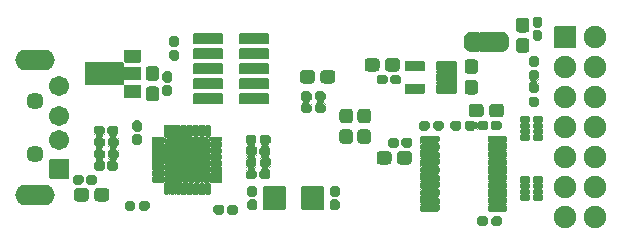
<source format=gts>
G04 #@! TF.GenerationSoftware,KiCad,Pcbnew,(5.1.10)-1*
G04 #@! TF.CreationDate,2021-07-14T18:31:49+02:00*
G04 #@! TF.ProjectId,MSPBMP2-stick,4d535042-4d50-4322-9d73-7469636b2e6b,rev?*
G04 #@! TF.SameCoordinates,Original*
G04 #@! TF.FileFunction,Soldermask,Top*
G04 #@! TF.FilePolarity,Negative*
%FSLAX46Y46*%
G04 Gerber Fmt 4.6, Leading zero omitted, Abs format (unit mm)*
G04 Created by KiCad (PCBNEW (5.1.10)-1) date 2021-07-14 18:31:49*
%MOMM*%
%LPD*%
G01*
G04 APERTURE LIST*
%ADD10O,3.350000X1.775000*%
%ADD11C,1.450000*%
%ADD12C,1.708000*%
%ADD13C,0.150000*%
%ADD14O,1.900000X1.900000*%
G04 APERTURE END LIST*
D10*
X66075000Y-66525000D03*
X66075000Y-55125000D03*
D11*
X66075000Y-58575000D03*
X66075000Y-63075000D03*
D12*
X68175000Y-57325000D03*
X68175000Y-59825000D03*
X68175000Y-61825000D03*
G36*
G01*
X67421000Y-63471000D02*
X68929000Y-63471000D01*
G75*
G02*
X69029000Y-63571000I0J-100000D01*
G01*
X69029000Y-65079000D01*
G75*
G02*
X68929000Y-65179000I-100000J0D01*
G01*
X67421000Y-65179000D01*
G75*
G02*
X67321000Y-65079000I0J100000D01*
G01*
X67321000Y-63571000D01*
G75*
G02*
X67421000Y-63471000I100000J0D01*
G01*
G37*
G36*
G01*
X107200000Y-65450000D02*
X107200000Y-65050000D01*
G75*
G02*
X107300000Y-64950000I100000J0D01*
G01*
X107900000Y-64950000D01*
G75*
G02*
X108000000Y-65050000I0J-100000D01*
G01*
X108000000Y-65450000D01*
G75*
G02*
X107900000Y-65550000I-100000J0D01*
G01*
X107300000Y-65550000D01*
G75*
G02*
X107200000Y-65450000I0J100000D01*
G01*
G37*
G36*
G01*
X107200000Y-66400000D02*
X107200000Y-66100000D01*
G75*
G02*
X107300000Y-66000000I100000J0D01*
G01*
X107900000Y-66000000D01*
G75*
G02*
X108000000Y-66100000I0J-100000D01*
G01*
X108000000Y-66400000D01*
G75*
G02*
X107900000Y-66500000I-100000J0D01*
G01*
X107300000Y-66500000D01*
G75*
G02*
X107200000Y-66400000I0J100000D01*
G01*
G37*
G36*
G01*
X107200000Y-65900000D02*
X107200000Y-65600000D01*
G75*
G02*
X107300000Y-65500000I100000J0D01*
G01*
X107900000Y-65500000D01*
G75*
G02*
X108000000Y-65600000I0J-100000D01*
G01*
X108000000Y-65900000D01*
G75*
G02*
X107900000Y-66000000I-100000J0D01*
G01*
X107300000Y-66000000D01*
G75*
G02*
X107200000Y-65900000I0J100000D01*
G01*
G37*
G36*
G01*
X107200000Y-66950000D02*
X107200000Y-66550000D01*
G75*
G02*
X107300000Y-66450000I100000J0D01*
G01*
X107900000Y-66450000D01*
G75*
G02*
X108000000Y-66550000I0J-100000D01*
G01*
X108000000Y-66950000D01*
G75*
G02*
X107900000Y-67050000I-100000J0D01*
G01*
X107300000Y-67050000D01*
G75*
G02*
X107200000Y-66950000I0J100000D01*
G01*
G37*
G36*
G01*
X108300000Y-65900000D02*
X108300000Y-65600000D01*
G75*
G02*
X108400000Y-65500000I100000J0D01*
G01*
X109000000Y-65500000D01*
G75*
G02*
X109100000Y-65600000I0J-100000D01*
G01*
X109100000Y-65900000D01*
G75*
G02*
X109000000Y-66000000I-100000J0D01*
G01*
X108400000Y-66000000D01*
G75*
G02*
X108300000Y-65900000I0J100000D01*
G01*
G37*
G36*
G01*
X108300000Y-65450000D02*
X108300000Y-65050000D01*
G75*
G02*
X108400000Y-64950000I100000J0D01*
G01*
X109000000Y-64950000D01*
G75*
G02*
X109100000Y-65050000I0J-100000D01*
G01*
X109100000Y-65450000D01*
G75*
G02*
X109000000Y-65550000I-100000J0D01*
G01*
X108400000Y-65550000D01*
G75*
G02*
X108300000Y-65450000I0J100000D01*
G01*
G37*
G36*
G01*
X108300000Y-66400000D02*
X108300000Y-66100000D01*
G75*
G02*
X108400000Y-66000000I100000J0D01*
G01*
X109000000Y-66000000D01*
G75*
G02*
X109100000Y-66100000I0J-100000D01*
G01*
X109100000Y-66400000D01*
G75*
G02*
X109000000Y-66500000I-100000J0D01*
G01*
X108400000Y-66500000D01*
G75*
G02*
X108300000Y-66400000I0J100000D01*
G01*
G37*
G36*
G01*
X108300000Y-66950000D02*
X108300000Y-66550000D01*
G75*
G02*
X108400000Y-66450000I100000J0D01*
G01*
X109000000Y-66450000D01*
G75*
G02*
X109100000Y-66550000I0J-100000D01*
G01*
X109100000Y-66950000D01*
G75*
G02*
X109000000Y-67050000I-100000J0D01*
G01*
X108400000Y-67050000D01*
G75*
G02*
X108300000Y-66950000I0J100000D01*
G01*
G37*
G36*
G01*
X107200000Y-60346500D02*
X107200000Y-59946500D01*
G75*
G02*
X107300000Y-59846500I100000J0D01*
G01*
X107900000Y-59846500D01*
G75*
G02*
X108000000Y-59946500I0J-100000D01*
G01*
X108000000Y-60346500D01*
G75*
G02*
X107900000Y-60446500I-100000J0D01*
G01*
X107300000Y-60446500D01*
G75*
G02*
X107200000Y-60346500I0J100000D01*
G01*
G37*
G36*
G01*
X107200000Y-61296500D02*
X107200000Y-60996500D01*
G75*
G02*
X107300000Y-60896500I100000J0D01*
G01*
X107900000Y-60896500D01*
G75*
G02*
X108000000Y-60996500I0J-100000D01*
G01*
X108000000Y-61296500D01*
G75*
G02*
X107900000Y-61396500I-100000J0D01*
G01*
X107300000Y-61396500D01*
G75*
G02*
X107200000Y-61296500I0J100000D01*
G01*
G37*
G36*
G01*
X107200000Y-60796500D02*
X107200000Y-60496500D01*
G75*
G02*
X107300000Y-60396500I100000J0D01*
G01*
X107900000Y-60396500D01*
G75*
G02*
X108000000Y-60496500I0J-100000D01*
G01*
X108000000Y-60796500D01*
G75*
G02*
X107900000Y-60896500I-100000J0D01*
G01*
X107300000Y-60896500D01*
G75*
G02*
X107200000Y-60796500I0J100000D01*
G01*
G37*
G36*
G01*
X107200000Y-61846500D02*
X107200000Y-61446500D01*
G75*
G02*
X107300000Y-61346500I100000J0D01*
G01*
X107900000Y-61346500D01*
G75*
G02*
X108000000Y-61446500I0J-100000D01*
G01*
X108000000Y-61846500D01*
G75*
G02*
X107900000Y-61946500I-100000J0D01*
G01*
X107300000Y-61946500D01*
G75*
G02*
X107200000Y-61846500I0J100000D01*
G01*
G37*
G36*
G01*
X108300000Y-60796500D02*
X108300000Y-60496500D01*
G75*
G02*
X108400000Y-60396500I100000J0D01*
G01*
X109000000Y-60396500D01*
G75*
G02*
X109100000Y-60496500I0J-100000D01*
G01*
X109100000Y-60796500D01*
G75*
G02*
X109000000Y-60896500I-100000J0D01*
G01*
X108400000Y-60896500D01*
G75*
G02*
X108300000Y-60796500I0J100000D01*
G01*
G37*
G36*
G01*
X108300000Y-60346500D02*
X108300000Y-59946500D01*
G75*
G02*
X108400000Y-59846500I100000J0D01*
G01*
X109000000Y-59846500D01*
G75*
G02*
X109100000Y-59946500I0J-100000D01*
G01*
X109100000Y-60346500D01*
G75*
G02*
X109000000Y-60446500I-100000J0D01*
G01*
X108400000Y-60446500D01*
G75*
G02*
X108300000Y-60346500I0J100000D01*
G01*
G37*
G36*
G01*
X108300000Y-61296500D02*
X108300000Y-60996500D01*
G75*
G02*
X108400000Y-60896500I100000J0D01*
G01*
X109000000Y-60896500D01*
G75*
G02*
X109100000Y-60996500I0J-100000D01*
G01*
X109100000Y-61296500D01*
G75*
G02*
X109000000Y-61396500I-100000J0D01*
G01*
X108400000Y-61396500D01*
G75*
G02*
X108300000Y-61296500I0J100000D01*
G01*
G37*
G36*
G01*
X108300000Y-61846500D02*
X108300000Y-61446500D01*
G75*
G02*
X108400000Y-61346500I100000J0D01*
G01*
X109000000Y-61346500D01*
G75*
G02*
X109100000Y-61446500I0J-100000D01*
G01*
X109100000Y-61846500D01*
G75*
G02*
X109000000Y-61946500I-100000J0D01*
G01*
X108400000Y-61946500D01*
G75*
G02*
X108300000Y-61846500I0J100000D01*
G01*
G37*
G36*
G01*
X99155000Y-57200000D02*
X99155000Y-57850000D01*
G75*
G02*
X99055000Y-57950000I-100000J0D01*
G01*
X97495000Y-57950000D01*
G75*
G02*
X97395000Y-57850000I0J100000D01*
G01*
X97395000Y-57200000D01*
G75*
G02*
X97495000Y-57100000I100000J0D01*
G01*
X99055000Y-57100000D01*
G75*
G02*
X99155000Y-57200000I0J-100000D01*
G01*
G37*
G36*
G01*
X99155000Y-55300000D02*
X99155000Y-55950000D01*
G75*
G02*
X99055000Y-56050000I-100000J0D01*
G01*
X97495000Y-56050000D01*
G75*
G02*
X97395000Y-55950000I0J100000D01*
G01*
X97395000Y-55300000D01*
G75*
G02*
X97495000Y-55200000I100000J0D01*
G01*
X99055000Y-55200000D01*
G75*
G02*
X99155000Y-55300000I0J-100000D01*
G01*
G37*
G36*
G01*
X101855000Y-55300000D02*
X101855000Y-55950000D01*
G75*
G02*
X101755000Y-56050000I-100000J0D01*
G01*
X100195000Y-56050000D01*
G75*
G02*
X100095000Y-55950000I0J100000D01*
G01*
X100095000Y-55300000D01*
G75*
G02*
X100195000Y-55200000I100000J0D01*
G01*
X101755000Y-55200000D01*
G75*
G02*
X101855000Y-55300000I0J-100000D01*
G01*
G37*
G36*
G01*
X101855000Y-56250000D02*
X101855000Y-56900000D01*
G75*
G02*
X101755000Y-57000000I-100000J0D01*
G01*
X100195000Y-57000000D01*
G75*
G02*
X100095000Y-56900000I0J100000D01*
G01*
X100095000Y-56250000D01*
G75*
G02*
X100195000Y-56150000I100000J0D01*
G01*
X101755000Y-56150000D01*
G75*
G02*
X101855000Y-56250000I0J-100000D01*
G01*
G37*
G36*
G01*
X101855000Y-57200000D02*
X101855000Y-57850000D01*
G75*
G02*
X101755000Y-57950000I-100000J0D01*
G01*
X100195000Y-57950000D01*
G75*
G02*
X100095000Y-57850000I0J100000D01*
G01*
X100095000Y-57200000D01*
G75*
G02*
X100195000Y-57100000I100000J0D01*
G01*
X101755000Y-57100000D01*
G75*
G02*
X101855000Y-57200000I0J-100000D01*
G01*
G37*
G36*
G01*
X72025000Y-60845000D02*
X72025000Y-61255000D01*
G75*
G02*
X71820000Y-61460000I-205000J0D01*
G01*
X71295000Y-61460000D01*
G75*
G02*
X71090000Y-61255000I0J205000D01*
G01*
X71090000Y-60845000D01*
G75*
G02*
X71295000Y-60640000I205000J0D01*
G01*
X71820000Y-60640000D01*
G75*
G02*
X72025000Y-60845000I0J-205000D01*
G01*
G37*
G36*
G01*
X73160000Y-60845000D02*
X73160000Y-61255000D01*
G75*
G02*
X72955000Y-61460000I-205000J0D01*
G01*
X72430000Y-61460000D01*
G75*
G02*
X72225000Y-61255000I0J205000D01*
G01*
X72225000Y-60845000D01*
G75*
G02*
X72430000Y-60640000I205000J0D01*
G01*
X72955000Y-60640000D01*
G75*
G02*
X73160000Y-60845000I0J-205000D01*
G01*
G37*
G36*
G01*
X72025000Y-63870000D02*
X72025000Y-64280000D01*
G75*
G02*
X71820000Y-64485000I-205000J0D01*
G01*
X71295000Y-64485000D01*
G75*
G02*
X71090000Y-64280000I0J205000D01*
G01*
X71090000Y-63870000D01*
G75*
G02*
X71295000Y-63665000I205000J0D01*
G01*
X71820000Y-63665000D01*
G75*
G02*
X72025000Y-63870000I0J-205000D01*
G01*
G37*
G36*
G01*
X73160000Y-63870000D02*
X73160000Y-64280000D01*
G75*
G02*
X72955000Y-64485000I-205000J0D01*
G01*
X72430000Y-64485000D01*
G75*
G02*
X72225000Y-64280000I0J205000D01*
G01*
X72225000Y-63870000D01*
G75*
G02*
X72430000Y-63665000I205000J0D01*
G01*
X72955000Y-63665000D01*
G75*
G02*
X73160000Y-63870000I0J-205000D01*
G01*
G37*
D13*
G36*
X105055491Y-54398079D02*
G01*
X105036732Y-54392388D01*
X105019443Y-54383147D01*
X105004289Y-54370711D01*
X104991853Y-54355557D01*
X104982612Y-54338268D01*
X104976921Y-54319509D01*
X104975000Y-54300000D01*
X104975000Y-52800000D01*
X104976921Y-52780491D01*
X104982612Y-52761732D01*
X104991853Y-52744443D01*
X105004289Y-52729289D01*
X105019443Y-52716853D01*
X105036732Y-52707612D01*
X105055491Y-52701921D01*
X105075000Y-52700000D01*
X105625000Y-52700000D01*
X105631114Y-52700602D01*
X105649534Y-52700602D01*
X105659337Y-52701084D01*
X105708168Y-52705894D01*
X105717873Y-52707333D01*
X105765998Y-52716905D01*
X105775519Y-52719290D01*
X105822474Y-52733534D01*
X105831712Y-52736840D01*
X105877045Y-52755617D01*
X105885919Y-52759814D01*
X105929192Y-52782945D01*
X105937607Y-52787988D01*
X105978406Y-52815248D01*
X105986290Y-52821095D01*
X106024219Y-52852223D01*
X106031490Y-52858813D01*
X106066187Y-52893510D01*
X106072777Y-52900781D01*
X106103905Y-52938710D01*
X106109752Y-52946594D01*
X106137012Y-52987393D01*
X106142055Y-52995808D01*
X106165186Y-53039081D01*
X106169383Y-53047955D01*
X106188160Y-53093288D01*
X106191466Y-53102526D01*
X106205710Y-53149481D01*
X106208095Y-53159002D01*
X106217667Y-53207127D01*
X106219106Y-53216832D01*
X106223916Y-53265663D01*
X106224398Y-53275466D01*
X106224398Y-53293886D01*
X106225000Y-53300000D01*
X106225000Y-53800000D01*
X106224398Y-53806114D01*
X106224398Y-53824534D01*
X106223916Y-53834337D01*
X106219106Y-53883168D01*
X106217667Y-53892873D01*
X106208095Y-53940998D01*
X106205710Y-53950519D01*
X106191466Y-53997474D01*
X106188160Y-54006712D01*
X106169383Y-54052045D01*
X106165186Y-54060919D01*
X106142055Y-54104192D01*
X106137012Y-54112607D01*
X106109752Y-54153406D01*
X106103905Y-54161290D01*
X106072777Y-54199219D01*
X106066187Y-54206490D01*
X106031490Y-54241187D01*
X106024219Y-54247777D01*
X105986290Y-54278905D01*
X105978406Y-54284752D01*
X105937607Y-54312012D01*
X105929192Y-54317055D01*
X105885919Y-54340186D01*
X105877045Y-54344383D01*
X105831712Y-54363160D01*
X105822474Y-54366466D01*
X105775519Y-54380710D01*
X105765998Y-54383095D01*
X105717873Y-54392667D01*
X105708168Y-54394106D01*
X105659337Y-54398916D01*
X105649534Y-54399398D01*
X105631114Y-54399398D01*
X105625000Y-54400000D01*
X105075000Y-54400000D01*
X105055491Y-54398079D01*
G37*
G36*
G01*
X104925000Y-52800000D02*
X104925000Y-54300000D01*
G75*
G02*
X104825000Y-54400000I-100000J0D01*
G01*
X103825000Y-54400000D01*
G75*
G02*
X103725000Y-54300000I0J100000D01*
G01*
X103725000Y-52800000D01*
G75*
G02*
X103825000Y-52700000I100000J0D01*
G01*
X104825000Y-52700000D01*
G75*
G02*
X104925000Y-52800000I0J-100000D01*
G01*
G37*
G36*
X103018886Y-54399398D02*
G01*
X103000466Y-54399398D01*
X102990663Y-54398916D01*
X102941832Y-54394106D01*
X102932127Y-54392667D01*
X102884002Y-54383095D01*
X102874481Y-54380710D01*
X102827526Y-54366466D01*
X102818288Y-54363160D01*
X102772955Y-54344383D01*
X102764081Y-54340186D01*
X102720808Y-54317055D01*
X102712393Y-54312012D01*
X102671594Y-54284752D01*
X102663710Y-54278905D01*
X102625781Y-54247777D01*
X102618510Y-54241187D01*
X102583813Y-54206490D01*
X102577223Y-54199219D01*
X102546095Y-54161290D01*
X102540248Y-54153406D01*
X102512988Y-54112607D01*
X102507945Y-54104192D01*
X102484814Y-54060919D01*
X102480617Y-54052045D01*
X102461840Y-54006712D01*
X102458534Y-53997474D01*
X102444290Y-53950519D01*
X102441905Y-53940998D01*
X102432333Y-53892873D01*
X102430894Y-53883168D01*
X102426084Y-53834337D01*
X102425602Y-53824534D01*
X102425602Y-53806114D01*
X102425000Y-53800000D01*
X102425000Y-53300000D01*
X102425602Y-53293886D01*
X102425602Y-53275466D01*
X102426084Y-53265663D01*
X102430894Y-53216832D01*
X102432333Y-53207127D01*
X102441905Y-53159002D01*
X102444290Y-53149481D01*
X102458534Y-53102526D01*
X102461840Y-53093288D01*
X102480617Y-53047955D01*
X102484814Y-53039081D01*
X102507945Y-52995808D01*
X102512988Y-52987393D01*
X102540248Y-52946594D01*
X102546095Y-52938710D01*
X102577223Y-52900781D01*
X102583813Y-52893510D01*
X102618510Y-52858813D01*
X102625781Y-52852223D01*
X102663710Y-52821095D01*
X102671594Y-52815248D01*
X102712393Y-52787988D01*
X102720808Y-52782945D01*
X102764081Y-52759814D01*
X102772955Y-52755617D01*
X102818288Y-52736840D01*
X102827526Y-52733534D01*
X102874481Y-52719290D01*
X102884002Y-52716905D01*
X102932127Y-52707333D01*
X102941832Y-52705894D01*
X102990663Y-52701084D01*
X103000466Y-52700602D01*
X103018886Y-52700602D01*
X103025000Y-52700000D01*
X103575000Y-52700000D01*
X103594509Y-52701921D01*
X103613268Y-52707612D01*
X103630557Y-52716853D01*
X103645711Y-52729289D01*
X103658147Y-52744443D01*
X103667388Y-52761732D01*
X103673079Y-52780491D01*
X103675000Y-52800000D01*
X103675000Y-54300000D01*
X103673079Y-54319509D01*
X103667388Y-54338268D01*
X103658147Y-54355557D01*
X103645711Y-54370711D01*
X103630557Y-54383147D01*
X103613268Y-54392388D01*
X103594509Y-54398079D01*
X103575000Y-54400000D01*
X103025000Y-54400000D01*
X103018886Y-54399398D01*
G37*
G36*
G01*
X96300000Y-63087500D02*
X96300000Y-63662500D01*
G75*
G02*
X96012500Y-63950000I-287500J0D01*
G01*
X95312500Y-63950000D01*
G75*
G02*
X95025000Y-63662500I0J287500D01*
G01*
X95025000Y-63087500D01*
G75*
G02*
X95312500Y-62800000I287500J0D01*
G01*
X96012500Y-62800000D01*
G75*
G02*
X96300000Y-63087500I0J-287500D01*
G01*
G37*
G36*
G01*
X98025000Y-63087500D02*
X98025000Y-63662500D01*
G75*
G02*
X97737500Y-63950000I-287500J0D01*
G01*
X97037500Y-63950000D01*
G75*
G02*
X96750000Y-63662500I0J287500D01*
G01*
X96750000Y-63087500D01*
G75*
G02*
X97037500Y-62800000I287500J0D01*
G01*
X97737500Y-62800000D01*
G75*
G02*
X98025000Y-63087500I0J-287500D01*
G01*
G37*
G36*
G01*
X102762500Y-56775000D02*
X103337500Y-56775000D01*
G75*
G02*
X103625000Y-57062500I0J-287500D01*
G01*
X103625000Y-57737500D01*
G75*
G02*
X103337500Y-58025000I-287500J0D01*
G01*
X102762500Y-58025000D01*
G75*
G02*
X102475000Y-57737500I0J287500D01*
G01*
X102475000Y-57062500D01*
G75*
G02*
X102762500Y-56775000I287500J0D01*
G01*
G37*
G36*
G01*
X102762500Y-55025000D02*
X103337500Y-55025000D01*
G75*
G02*
X103625000Y-55312500I0J-287500D01*
G01*
X103625000Y-55987500D01*
G75*
G02*
X103337500Y-56275000I-287500J0D01*
G01*
X102762500Y-56275000D01*
G75*
G02*
X102475000Y-55987500I0J287500D01*
G01*
X102475000Y-55312500D01*
G75*
G02*
X102762500Y-55025000I287500J0D01*
G01*
G37*
G36*
G01*
X107112500Y-53225000D02*
X107687500Y-53225000D01*
G75*
G02*
X107975000Y-53512500I0J-287500D01*
G01*
X107975000Y-54212500D01*
G75*
G02*
X107687500Y-54500000I-287500J0D01*
G01*
X107112500Y-54500000D01*
G75*
G02*
X106825000Y-54212500I0J287500D01*
G01*
X106825000Y-53512500D01*
G75*
G02*
X107112500Y-53225000I287500J0D01*
G01*
G37*
G36*
G01*
X107112500Y-51500000D02*
X107687500Y-51500000D01*
G75*
G02*
X107975000Y-51787500I0J-287500D01*
G01*
X107975000Y-52487500D01*
G75*
G02*
X107687500Y-52775000I-287500J0D01*
G01*
X107112500Y-52775000D01*
G75*
G02*
X106825000Y-52487500I0J287500D01*
G01*
X106825000Y-51787500D01*
G75*
G02*
X107112500Y-51500000I287500J0D01*
G01*
G37*
G36*
G01*
X78095000Y-54010000D02*
X77685000Y-54010000D01*
G75*
G02*
X77480000Y-53805000I0J205000D01*
G01*
X77480000Y-53280000D01*
G75*
G02*
X77685000Y-53075000I205000J0D01*
G01*
X78095000Y-53075000D01*
G75*
G02*
X78300000Y-53280000I0J-205000D01*
G01*
X78300000Y-53805000D01*
G75*
G02*
X78095000Y-54010000I-205000J0D01*
G01*
G37*
G36*
G01*
X78095000Y-55145000D02*
X77685000Y-55145000D01*
G75*
G02*
X77480000Y-54940000I0J205000D01*
G01*
X77480000Y-54415000D01*
G75*
G02*
X77685000Y-54210000I205000J0D01*
G01*
X78095000Y-54210000D01*
G75*
G02*
X78300000Y-54415000I0J-205000D01*
G01*
X78300000Y-54940000D01*
G75*
G02*
X78095000Y-55145000I-205000J0D01*
G01*
G37*
G36*
G01*
X80825000Y-61825000D02*
X80825000Y-65275000D01*
G75*
G02*
X80725000Y-65375000I-100000J0D01*
G01*
X77275000Y-65375000D01*
G75*
G02*
X77175000Y-65275000I0J100000D01*
G01*
X77175000Y-61825000D01*
G75*
G02*
X77275000Y-61725000I100000J0D01*
G01*
X80725000Y-61725000D01*
G75*
G02*
X80825000Y-61825000I0J-100000D01*
G01*
G37*
G36*
G01*
X80975000Y-65562500D02*
X80975000Y-66412500D01*
G75*
G02*
X80862500Y-66525000I-112500J0D01*
G01*
X80637500Y-66525000D01*
G75*
G02*
X80525000Y-66412500I0J112500D01*
G01*
X80525000Y-65562500D01*
G75*
G02*
X80637500Y-65450000I112500J0D01*
G01*
X80862500Y-65450000D01*
G75*
G02*
X80975000Y-65562500I0J-112500D01*
G01*
G37*
G36*
G01*
X80475000Y-65562500D02*
X80475000Y-66412500D01*
G75*
G02*
X80362500Y-66525000I-112500J0D01*
G01*
X80137500Y-66525000D01*
G75*
G02*
X80025000Y-66412500I0J112500D01*
G01*
X80025000Y-65562500D01*
G75*
G02*
X80137500Y-65450000I112500J0D01*
G01*
X80362500Y-65450000D01*
G75*
G02*
X80475000Y-65562500I0J-112500D01*
G01*
G37*
G36*
G01*
X79975000Y-65562500D02*
X79975000Y-66412500D01*
G75*
G02*
X79862500Y-66525000I-112500J0D01*
G01*
X79637500Y-66525000D01*
G75*
G02*
X79525000Y-66412500I0J112500D01*
G01*
X79525000Y-65562500D01*
G75*
G02*
X79637500Y-65450000I112500J0D01*
G01*
X79862500Y-65450000D01*
G75*
G02*
X79975000Y-65562500I0J-112500D01*
G01*
G37*
G36*
G01*
X79475000Y-65562500D02*
X79475000Y-66412500D01*
G75*
G02*
X79362500Y-66525000I-112500J0D01*
G01*
X79137500Y-66525000D01*
G75*
G02*
X79025000Y-66412500I0J112500D01*
G01*
X79025000Y-65562500D01*
G75*
G02*
X79137500Y-65450000I112500J0D01*
G01*
X79362500Y-65450000D01*
G75*
G02*
X79475000Y-65562500I0J-112500D01*
G01*
G37*
G36*
G01*
X78975000Y-65562500D02*
X78975000Y-66412500D01*
G75*
G02*
X78862500Y-66525000I-112500J0D01*
G01*
X78637500Y-66525000D01*
G75*
G02*
X78525000Y-66412500I0J112500D01*
G01*
X78525000Y-65562500D01*
G75*
G02*
X78637500Y-65450000I112500J0D01*
G01*
X78862500Y-65450000D01*
G75*
G02*
X78975000Y-65562500I0J-112500D01*
G01*
G37*
G36*
G01*
X78475000Y-65562500D02*
X78475000Y-66412500D01*
G75*
G02*
X78362500Y-66525000I-112500J0D01*
G01*
X78137500Y-66525000D01*
G75*
G02*
X78025000Y-66412500I0J112500D01*
G01*
X78025000Y-65562500D01*
G75*
G02*
X78137500Y-65450000I112500J0D01*
G01*
X78362500Y-65450000D01*
G75*
G02*
X78475000Y-65562500I0J-112500D01*
G01*
G37*
G36*
G01*
X77975000Y-65562500D02*
X77975000Y-66412500D01*
G75*
G02*
X77862500Y-66525000I-112500J0D01*
G01*
X77637500Y-66525000D01*
G75*
G02*
X77525000Y-66412500I0J112500D01*
G01*
X77525000Y-65562500D01*
G75*
G02*
X77637500Y-65450000I112500J0D01*
G01*
X77862500Y-65450000D01*
G75*
G02*
X77975000Y-65562500I0J-112500D01*
G01*
G37*
G36*
G01*
X77475000Y-65562500D02*
X77475000Y-66412500D01*
G75*
G02*
X77362500Y-66525000I-112500J0D01*
G01*
X77137500Y-66525000D01*
G75*
G02*
X77025000Y-66412500I0J112500D01*
G01*
X77025000Y-65562500D01*
G75*
G02*
X77137500Y-65450000I112500J0D01*
G01*
X77362500Y-65450000D01*
G75*
G02*
X77475000Y-65562500I0J-112500D01*
G01*
G37*
G36*
G01*
X77100000Y-65187500D02*
X77100000Y-65412500D01*
G75*
G02*
X76987500Y-65525000I-112500J0D01*
G01*
X76137500Y-65525000D01*
G75*
G02*
X76025000Y-65412500I0J112500D01*
G01*
X76025000Y-65187500D01*
G75*
G02*
X76137500Y-65075000I112500J0D01*
G01*
X76987500Y-65075000D01*
G75*
G02*
X77100000Y-65187500I0J-112500D01*
G01*
G37*
G36*
G01*
X77100000Y-64687500D02*
X77100000Y-64912500D01*
G75*
G02*
X76987500Y-65025000I-112500J0D01*
G01*
X76137500Y-65025000D01*
G75*
G02*
X76025000Y-64912500I0J112500D01*
G01*
X76025000Y-64687500D01*
G75*
G02*
X76137500Y-64575000I112500J0D01*
G01*
X76987500Y-64575000D01*
G75*
G02*
X77100000Y-64687500I0J-112500D01*
G01*
G37*
G36*
G01*
X77100000Y-64187500D02*
X77100000Y-64412500D01*
G75*
G02*
X76987500Y-64525000I-112500J0D01*
G01*
X76137500Y-64525000D01*
G75*
G02*
X76025000Y-64412500I0J112500D01*
G01*
X76025000Y-64187500D01*
G75*
G02*
X76137500Y-64075000I112500J0D01*
G01*
X76987500Y-64075000D01*
G75*
G02*
X77100000Y-64187500I0J-112500D01*
G01*
G37*
G36*
G01*
X77100000Y-63687500D02*
X77100000Y-63912500D01*
G75*
G02*
X76987500Y-64025000I-112500J0D01*
G01*
X76137500Y-64025000D01*
G75*
G02*
X76025000Y-63912500I0J112500D01*
G01*
X76025000Y-63687500D01*
G75*
G02*
X76137500Y-63575000I112500J0D01*
G01*
X76987500Y-63575000D01*
G75*
G02*
X77100000Y-63687500I0J-112500D01*
G01*
G37*
G36*
G01*
X77100000Y-63187500D02*
X77100000Y-63412500D01*
G75*
G02*
X76987500Y-63525000I-112500J0D01*
G01*
X76137500Y-63525000D01*
G75*
G02*
X76025000Y-63412500I0J112500D01*
G01*
X76025000Y-63187500D01*
G75*
G02*
X76137500Y-63075000I112500J0D01*
G01*
X76987500Y-63075000D01*
G75*
G02*
X77100000Y-63187500I0J-112500D01*
G01*
G37*
G36*
G01*
X77100000Y-62687500D02*
X77100000Y-62912500D01*
G75*
G02*
X76987500Y-63025000I-112500J0D01*
G01*
X76137500Y-63025000D01*
G75*
G02*
X76025000Y-62912500I0J112500D01*
G01*
X76025000Y-62687500D01*
G75*
G02*
X76137500Y-62575000I112500J0D01*
G01*
X76987500Y-62575000D01*
G75*
G02*
X77100000Y-62687500I0J-112500D01*
G01*
G37*
G36*
G01*
X77100000Y-62187500D02*
X77100000Y-62412500D01*
G75*
G02*
X76987500Y-62525000I-112500J0D01*
G01*
X76137500Y-62525000D01*
G75*
G02*
X76025000Y-62412500I0J112500D01*
G01*
X76025000Y-62187500D01*
G75*
G02*
X76137500Y-62075000I112500J0D01*
G01*
X76987500Y-62075000D01*
G75*
G02*
X77100000Y-62187500I0J-112500D01*
G01*
G37*
G36*
G01*
X77100000Y-61687500D02*
X77100000Y-61912500D01*
G75*
G02*
X76987500Y-62025000I-112500J0D01*
G01*
X76137500Y-62025000D01*
G75*
G02*
X76025000Y-61912500I0J112500D01*
G01*
X76025000Y-61687500D01*
G75*
G02*
X76137500Y-61575000I112500J0D01*
G01*
X76987500Y-61575000D01*
G75*
G02*
X77100000Y-61687500I0J-112500D01*
G01*
G37*
G36*
G01*
X77475000Y-60687500D02*
X77475000Y-61537500D01*
G75*
G02*
X77362500Y-61650000I-112500J0D01*
G01*
X77137500Y-61650000D01*
G75*
G02*
X77025000Y-61537500I0J112500D01*
G01*
X77025000Y-60687500D01*
G75*
G02*
X77137500Y-60575000I112500J0D01*
G01*
X77362500Y-60575000D01*
G75*
G02*
X77475000Y-60687500I0J-112500D01*
G01*
G37*
G36*
G01*
X77975000Y-60687500D02*
X77975000Y-61537500D01*
G75*
G02*
X77862500Y-61650000I-112500J0D01*
G01*
X77637500Y-61650000D01*
G75*
G02*
X77525000Y-61537500I0J112500D01*
G01*
X77525000Y-60687500D01*
G75*
G02*
X77637500Y-60575000I112500J0D01*
G01*
X77862500Y-60575000D01*
G75*
G02*
X77975000Y-60687500I0J-112500D01*
G01*
G37*
G36*
G01*
X78475000Y-60687500D02*
X78475000Y-61537500D01*
G75*
G02*
X78362500Y-61650000I-112500J0D01*
G01*
X78137500Y-61650000D01*
G75*
G02*
X78025000Y-61537500I0J112500D01*
G01*
X78025000Y-60687500D01*
G75*
G02*
X78137500Y-60575000I112500J0D01*
G01*
X78362500Y-60575000D01*
G75*
G02*
X78475000Y-60687500I0J-112500D01*
G01*
G37*
G36*
G01*
X78975000Y-60687500D02*
X78975000Y-61537500D01*
G75*
G02*
X78862500Y-61650000I-112500J0D01*
G01*
X78637500Y-61650000D01*
G75*
G02*
X78525000Y-61537500I0J112500D01*
G01*
X78525000Y-60687500D01*
G75*
G02*
X78637500Y-60575000I112500J0D01*
G01*
X78862500Y-60575000D01*
G75*
G02*
X78975000Y-60687500I0J-112500D01*
G01*
G37*
G36*
G01*
X79475000Y-60687500D02*
X79475000Y-61537500D01*
G75*
G02*
X79362500Y-61650000I-112500J0D01*
G01*
X79137500Y-61650000D01*
G75*
G02*
X79025000Y-61537500I0J112500D01*
G01*
X79025000Y-60687500D01*
G75*
G02*
X79137500Y-60575000I112500J0D01*
G01*
X79362500Y-60575000D01*
G75*
G02*
X79475000Y-60687500I0J-112500D01*
G01*
G37*
G36*
G01*
X79975000Y-60687500D02*
X79975000Y-61537500D01*
G75*
G02*
X79862500Y-61650000I-112500J0D01*
G01*
X79637500Y-61650000D01*
G75*
G02*
X79525000Y-61537500I0J112500D01*
G01*
X79525000Y-60687500D01*
G75*
G02*
X79637500Y-60575000I112500J0D01*
G01*
X79862500Y-60575000D01*
G75*
G02*
X79975000Y-60687500I0J-112500D01*
G01*
G37*
G36*
G01*
X80475000Y-60687500D02*
X80475000Y-61537500D01*
G75*
G02*
X80362500Y-61650000I-112500J0D01*
G01*
X80137500Y-61650000D01*
G75*
G02*
X80025000Y-61537500I0J112500D01*
G01*
X80025000Y-60687500D01*
G75*
G02*
X80137500Y-60575000I112500J0D01*
G01*
X80362500Y-60575000D01*
G75*
G02*
X80475000Y-60687500I0J-112500D01*
G01*
G37*
G36*
G01*
X80975000Y-60687500D02*
X80975000Y-61537500D01*
G75*
G02*
X80862500Y-61650000I-112500J0D01*
G01*
X80637500Y-61650000D01*
G75*
G02*
X80525000Y-61537500I0J112500D01*
G01*
X80525000Y-60687500D01*
G75*
G02*
X80637500Y-60575000I112500J0D01*
G01*
X80862500Y-60575000D01*
G75*
G02*
X80975000Y-60687500I0J-112500D01*
G01*
G37*
G36*
G01*
X81975000Y-61687500D02*
X81975000Y-61912500D01*
G75*
G02*
X81862500Y-62025000I-112500J0D01*
G01*
X81012500Y-62025000D01*
G75*
G02*
X80900000Y-61912500I0J112500D01*
G01*
X80900000Y-61687500D01*
G75*
G02*
X81012500Y-61575000I112500J0D01*
G01*
X81862500Y-61575000D01*
G75*
G02*
X81975000Y-61687500I0J-112500D01*
G01*
G37*
G36*
G01*
X81975000Y-62187500D02*
X81975000Y-62412500D01*
G75*
G02*
X81862500Y-62525000I-112500J0D01*
G01*
X81012500Y-62525000D01*
G75*
G02*
X80900000Y-62412500I0J112500D01*
G01*
X80900000Y-62187500D01*
G75*
G02*
X81012500Y-62075000I112500J0D01*
G01*
X81862500Y-62075000D01*
G75*
G02*
X81975000Y-62187500I0J-112500D01*
G01*
G37*
G36*
G01*
X81975000Y-62687500D02*
X81975000Y-62912500D01*
G75*
G02*
X81862500Y-63025000I-112500J0D01*
G01*
X81012500Y-63025000D01*
G75*
G02*
X80900000Y-62912500I0J112500D01*
G01*
X80900000Y-62687500D01*
G75*
G02*
X81012500Y-62575000I112500J0D01*
G01*
X81862500Y-62575000D01*
G75*
G02*
X81975000Y-62687500I0J-112500D01*
G01*
G37*
G36*
G01*
X81975000Y-63187500D02*
X81975000Y-63412500D01*
G75*
G02*
X81862500Y-63525000I-112500J0D01*
G01*
X81012500Y-63525000D01*
G75*
G02*
X80900000Y-63412500I0J112500D01*
G01*
X80900000Y-63187500D01*
G75*
G02*
X81012500Y-63075000I112500J0D01*
G01*
X81862500Y-63075000D01*
G75*
G02*
X81975000Y-63187500I0J-112500D01*
G01*
G37*
G36*
G01*
X81975000Y-63687500D02*
X81975000Y-63912500D01*
G75*
G02*
X81862500Y-64025000I-112500J0D01*
G01*
X81012500Y-64025000D01*
G75*
G02*
X80900000Y-63912500I0J112500D01*
G01*
X80900000Y-63687500D01*
G75*
G02*
X81012500Y-63575000I112500J0D01*
G01*
X81862500Y-63575000D01*
G75*
G02*
X81975000Y-63687500I0J-112500D01*
G01*
G37*
G36*
G01*
X81975000Y-64187500D02*
X81975000Y-64412500D01*
G75*
G02*
X81862500Y-64525000I-112500J0D01*
G01*
X81012500Y-64525000D01*
G75*
G02*
X80900000Y-64412500I0J112500D01*
G01*
X80900000Y-64187500D01*
G75*
G02*
X81012500Y-64075000I112500J0D01*
G01*
X81862500Y-64075000D01*
G75*
G02*
X81975000Y-64187500I0J-112500D01*
G01*
G37*
G36*
G01*
X81975000Y-64687500D02*
X81975000Y-64912500D01*
G75*
G02*
X81862500Y-65025000I-112500J0D01*
G01*
X81012500Y-65025000D01*
G75*
G02*
X80900000Y-64912500I0J112500D01*
G01*
X80900000Y-64687500D01*
G75*
G02*
X81012500Y-64575000I112500J0D01*
G01*
X81862500Y-64575000D01*
G75*
G02*
X81975000Y-64687500I0J-112500D01*
G01*
G37*
G36*
G01*
X81975000Y-65187500D02*
X81975000Y-65412500D01*
G75*
G02*
X81862500Y-65525000I-112500J0D01*
G01*
X81012500Y-65525000D01*
G75*
G02*
X80900000Y-65412500I0J112500D01*
G01*
X80900000Y-65187500D01*
G75*
G02*
X81012500Y-65075000I112500J0D01*
G01*
X81862500Y-65075000D01*
G75*
G02*
X81975000Y-65187500I0J-112500D01*
G01*
G37*
G36*
G01*
X83350000Y-58750000D02*
X83350000Y-58010000D01*
G75*
G02*
X83450000Y-57910000I100000J0D01*
G01*
X85850000Y-57910000D01*
G75*
G02*
X85950000Y-58010000I0J-100000D01*
G01*
X85950000Y-58750000D01*
G75*
G02*
X85850000Y-58850000I-100000J0D01*
G01*
X83450000Y-58850000D01*
G75*
G02*
X83350000Y-58750000I0J100000D01*
G01*
G37*
G36*
G01*
X79450000Y-58750000D02*
X79450000Y-58010000D01*
G75*
G02*
X79550000Y-57910000I100000J0D01*
G01*
X81950000Y-57910000D01*
G75*
G02*
X82050000Y-58010000I0J-100000D01*
G01*
X82050000Y-58750000D01*
G75*
G02*
X81950000Y-58850000I-100000J0D01*
G01*
X79550000Y-58850000D01*
G75*
G02*
X79450000Y-58750000I0J100000D01*
G01*
G37*
G36*
G01*
X83350000Y-57480000D02*
X83350000Y-56740000D01*
G75*
G02*
X83450000Y-56640000I100000J0D01*
G01*
X85850000Y-56640000D01*
G75*
G02*
X85950000Y-56740000I0J-100000D01*
G01*
X85950000Y-57480000D01*
G75*
G02*
X85850000Y-57580000I-100000J0D01*
G01*
X83450000Y-57580000D01*
G75*
G02*
X83350000Y-57480000I0J100000D01*
G01*
G37*
G36*
G01*
X79450000Y-57480000D02*
X79450000Y-56740000D01*
G75*
G02*
X79550000Y-56640000I100000J0D01*
G01*
X81950000Y-56640000D01*
G75*
G02*
X82050000Y-56740000I0J-100000D01*
G01*
X82050000Y-57480000D01*
G75*
G02*
X81950000Y-57580000I-100000J0D01*
G01*
X79550000Y-57580000D01*
G75*
G02*
X79450000Y-57480000I0J100000D01*
G01*
G37*
G36*
G01*
X83350000Y-56210000D02*
X83350000Y-55470000D01*
G75*
G02*
X83450000Y-55370000I100000J0D01*
G01*
X85850000Y-55370000D01*
G75*
G02*
X85950000Y-55470000I0J-100000D01*
G01*
X85950000Y-56210000D01*
G75*
G02*
X85850000Y-56310000I-100000J0D01*
G01*
X83450000Y-56310000D01*
G75*
G02*
X83350000Y-56210000I0J100000D01*
G01*
G37*
G36*
G01*
X79450000Y-56210000D02*
X79450000Y-55470000D01*
G75*
G02*
X79550000Y-55370000I100000J0D01*
G01*
X81950000Y-55370000D01*
G75*
G02*
X82050000Y-55470000I0J-100000D01*
G01*
X82050000Y-56210000D01*
G75*
G02*
X81950000Y-56310000I-100000J0D01*
G01*
X79550000Y-56310000D01*
G75*
G02*
X79450000Y-56210000I0J100000D01*
G01*
G37*
G36*
G01*
X83350000Y-54940000D02*
X83350000Y-54200000D01*
G75*
G02*
X83450000Y-54100000I100000J0D01*
G01*
X85850000Y-54100000D01*
G75*
G02*
X85950000Y-54200000I0J-100000D01*
G01*
X85950000Y-54940000D01*
G75*
G02*
X85850000Y-55040000I-100000J0D01*
G01*
X83450000Y-55040000D01*
G75*
G02*
X83350000Y-54940000I0J100000D01*
G01*
G37*
G36*
G01*
X79450000Y-54940000D02*
X79450000Y-54200000D01*
G75*
G02*
X79550000Y-54100000I100000J0D01*
G01*
X81950000Y-54100000D01*
G75*
G02*
X82050000Y-54200000I0J-100000D01*
G01*
X82050000Y-54940000D01*
G75*
G02*
X81950000Y-55040000I-100000J0D01*
G01*
X79550000Y-55040000D01*
G75*
G02*
X79450000Y-54940000I0J100000D01*
G01*
G37*
G36*
G01*
X83350000Y-53670000D02*
X83350000Y-52930000D01*
G75*
G02*
X83450000Y-52830000I100000J0D01*
G01*
X85850000Y-52830000D01*
G75*
G02*
X85950000Y-52930000I0J-100000D01*
G01*
X85950000Y-53670000D01*
G75*
G02*
X85850000Y-53770000I-100000J0D01*
G01*
X83450000Y-53770000D01*
G75*
G02*
X83350000Y-53670000I0J100000D01*
G01*
G37*
G36*
G01*
X79450000Y-53670000D02*
X79450000Y-52930000D01*
G75*
G02*
X79550000Y-52830000I100000J0D01*
G01*
X81950000Y-52830000D01*
G75*
G02*
X82050000Y-52930000I0J-100000D01*
G01*
X82050000Y-53670000D01*
G75*
G02*
X81950000Y-53770000I-100000J0D01*
G01*
X79550000Y-53770000D01*
G75*
G02*
X79450000Y-53670000I0J100000D01*
G01*
G37*
G36*
G01*
X74890000Y-67660000D02*
X74890000Y-67240000D01*
G75*
G02*
X75100000Y-67030000I210000J0D01*
G01*
X75595000Y-67030000D01*
G75*
G02*
X75805000Y-67240000I0J-210000D01*
G01*
X75805000Y-67660000D01*
G75*
G02*
X75595000Y-67870000I-210000J0D01*
G01*
X75100000Y-67870000D01*
G75*
G02*
X74890000Y-67660000I0J210000D01*
G01*
G37*
G36*
G01*
X73695000Y-67660000D02*
X73695000Y-67240000D01*
G75*
G02*
X73905000Y-67030000I210000J0D01*
G01*
X74400000Y-67030000D01*
G75*
G02*
X74610000Y-67240000I0J-210000D01*
G01*
X74610000Y-67660000D01*
G75*
G02*
X74400000Y-67870000I-210000J0D01*
G01*
X73905000Y-67870000D01*
G75*
G02*
X73695000Y-67660000I0J210000D01*
G01*
G37*
G36*
G01*
X88650000Y-67700000D02*
X88650000Y-65900000D01*
G75*
G02*
X88750000Y-65800000I100000J0D01*
G01*
X90500000Y-65800000D01*
G75*
G02*
X90600000Y-65900000I0J-100000D01*
G01*
X90600000Y-67700000D01*
G75*
G02*
X90500000Y-67800000I-100000J0D01*
G01*
X88750000Y-67800000D01*
G75*
G02*
X88650000Y-67700000I0J100000D01*
G01*
G37*
G36*
G01*
X85400000Y-67700000D02*
X85400000Y-65900000D01*
G75*
G02*
X85500000Y-65800000I100000J0D01*
G01*
X87250000Y-65800000D01*
G75*
G02*
X87350000Y-65900000I0J-100000D01*
G01*
X87350000Y-67700000D01*
G75*
G02*
X87250000Y-67800000I-100000J0D01*
G01*
X85500000Y-67800000D01*
G75*
G02*
X85400000Y-67700000I0J100000D01*
G01*
G37*
G36*
G01*
X91295000Y-66900000D02*
X91705000Y-66900000D01*
G75*
G02*
X91910000Y-67105000I0J-205000D01*
G01*
X91910000Y-67630000D01*
G75*
G02*
X91705000Y-67835000I-205000J0D01*
G01*
X91295000Y-67835000D01*
G75*
G02*
X91090000Y-67630000I0J205000D01*
G01*
X91090000Y-67105000D01*
G75*
G02*
X91295000Y-66900000I205000J0D01*
G01*
G37*
G36*
G01*
X91295000Y-65765000D02*
X91705000Y-65765000D01*
G75*
G02*
X91910000Y-65970000I0J-205000D01*
G01*
X91910000Y-66495000D01*
G75*
G02*
X91705000Y-66700000I-205000J0D01*
G01*
X91295000Y-66700000D01*
G75*
G02*
X91090000Y-66495000I0J205000D01*
G01*
X91090000Y-65970000D01*
G75*
G02*
X91295000Y-65765000I205000J0D01*
G01*
G37*
G36*
X70387991Y-57225579D02*
G01*
X70369232Y-57219888D01*
X70351943Y-57210647D01*
X70336789Y-57198211D01*
X70324353Y-57183057D01*
X70315112Y-57165768D01*
X70309421Y-57147009D01*
X70307500Y-57127500D01*
X70307500Y-55394500D01*
X70309421Y-55374991D01*
X70315112Y-55356232D01*
X70324353Y-55338943D01*
X70336789Y-55323789D01*
X70351943Y-55311353D01*
X70369232Y-55302112D01*
X70387991Y-55296421D01*
X70407500Y-55294500D01*
X73532500Y-55294500D01*
X73552009Y-55296421D01*
X73570768Y-55302112D01*
X73588057Y-55311353D01*
X73603211Y-55323789D01*
X73615647Y-55338943D01*
X73624888Y-55356232D01*
X73630579Y-55374991D01*
X73632500Y-55394500D01*
X73632500Y-55711000D01*
X75007500Y-55711000D01*
X75027009Y-55712921D01*
X75045768Y-55718612D01*
X75063057Y-55727853D01*
X75078211Y-55740289D01*
X75090647Y-55755443D01*
X75099888Y-55772732D01*
X75105579Y-55791491D01*
X75107500Y-55811000D01*
X75107500Y-56711000D01*
X75105579Y-56730509D01*
X75099888Y-56749268D01*
X75090647Y-56766557D01*
X75078211Y-56781711D01*
X75063057Y-56794147D01*
X75045768Y-56803388D01*
X75027009Y-56809079D01*
X75007500Y-56811000D01*
X73632500Y-56811000D01*
X73632500Y-57127500D01*
X73630579Y-57147009D01*
X73624888Y-57165768D01*
X73615647Y-57183057D01*
X73603211Y-57198211D01*
X73588057Y-57210647D01*
X73570768Y-57219888D01*
X73552009Y-57225579D01*
X73532500Y-57227500D01*
X70407500Y-57227500D01*
X70387991Y-57225579D01*
G37*
G36*
G01*
X75107500Y-54311000D02*
X75107500Y-55211000D01*
G75*
G02*
X75007500Y-55311000I-100000J0D01*
G01*
X73707500Y-55311000D01*
G75*
G02*
X73607500Y-55211000I0J100000D01*
G01*
X73607500Y-54311000D01*
G75*
G02*
X73707500Y-54211000I100000J0D01*
G01*
X75007500Y-54211000D01*
G75*
G02*
X75107500Y-54311000I0J-100000D01*
G01*
G37*
G36*
G01*
X75107500Y-57311000D02*
X75107500Y-58211000D01*
G75*
G02*
X75007500Y-58311000I-100000J0D01*
G01*
X73707500Y-58311000D01*
G75*
G02*
X73607500Y-58211000I0J100000D01*
G01*
X73607500Y-57311000D01*
G75*
G02*
X73707500Y-57211000I100000J0D01*
G01*
X75007500Y-57211000D01*
G75*
G02*
X75107500Y-57311000I0J-100000D01*
G01*
G37*
G36*
G01*
X104460000Y-68540000D02*
X104460000Y-68960000D01*
G75*
G02*
X104250000Y-69170000I-210000J0D01*
G01*
X103755000Y-69170000D01*
G75*
G02*
X103545000Y-68960000I0J210000D01*
G01*
X103545000Y-68540000D01*
G75*
G02*
X103755000Y-68330000I210000J0D01*
G01*
X104250000Y-68330000D01*
G75*
G02*
X104460000Y-68540000I0J-210000D01*
G01*
G37*
G36*
G01*
X105655000Y-68540000D02*
X105655000Y-68960000D01*
G75*
G02*
X105445000Y-69170000I-210000J0D01*
G01*
X104950000Y-69170000D01*
G75*
G02*
X104740000Y-68960000I0J210000D01*
G01*
X104740000Y-68540000D01*
G75*
G02*
X104950000Y-68330000I210000J0D01*
G01*
X105445000Y-68330000D01*
G75*
G02*
X105655000Y-68540000I0J-210000D01*
G01*
G37*
D14*
X113540000Y-68402200D03*
X111000000Y-68402200D03*
X113540000Y-65862200D03*
X111000000Y-65862200D03*
X113540000Y-63322200D03*
X111000000Y-63322200D03*
X113540000Y-60782200D03*
X111000000Y-60782200D03*
X113540000Y-58242200D03*
X111000000Y-58242200D03*
X113540000Y-55702200D03*
X111000000Y-55702200D03*
X113540000Y-53162200D03*
G36*
G01*
X110050000Y-54012200D02*
X110050000Y-52312200D01*
G75*
G02*
X110150000Y-52212200I100000J0D01*
G01*
X111850000Y-52212200D01*
G75*
G02*
X111950000Y-52312200I0J-100000D01*
G01*
X111950000Y-54012200D01*
G75*
G02*
X111850000Y-54112200I-100000J0D01*
G01*
X110150000Y-54112200D01*
G75*
G02*
X110050000Y-54012200I0J100000D01*
G01*
G37*
G36*
G01*
X104425000Y-61950000D02*
X104425000Y-61650000D01*
G75*
G02*
X104575000Y-61500000I150000J0D01*
G01*
X105950000Y-61500000D01*
G75*
G02*
X106100000Y-61650000I0J-150000D01*
G01*
X106100000Y-61950000D01*
G75*
G02*
X105950000Y-62100000I-150000J0D01*
G01*
X104575000Y-62100000D01*
G75*
G02*
X104425000Y-61950000I0J150000D01*
G01*
G37*
G36*
G01*
X104425000Y-62600000D02*
X104425000Y-62300000D01*
G75*
G02*
X104575000Y-62150000I150000J0D01*
G01*
X105950000Y-62150000D01*
G75*
G02*
X106100000Y-62300000I0J-150000D01*
G01*
X106100000Y-62600000D01*
G75*
G02*
X105950000Y-62750000I-150000J0D01*
G01*
X104575000Y-62750000D01*
G75*
G02*
X104425000Y-62600000I0J150000D01*
G01*
G37*
G36*
G01*
X104425000Y-63250000D02*
X104425000Y-62950000D01*
G75*
G02*
X104575000Y-62800000I150000J0D01*
G01*
X105950000Y-62800000D01*
G75*
G02*
X106100000Y-62950000I0J-150000D01*
G01*
X106100000Y-63250000D01*
G75*
G02*
X105950000Y-63400000I-150000J0D01*
G01*
X104575000Y-63400000D01*
G75*
G02*
X104425000Y-63250000I0J150000D01*
G01*
G37*
G36*
G01*
X104425000Y-63900000D02*
X104425000Y-63600000D01*
G75*
G02*
X104575000Y-63450000I150000J0D01*
G01*
X105950000Y-63450000D01*
G75*
G02*
X106100000Y-63600000I0J-150000D01*
G01*
X106100000Y-63900000D01*
G75*
G02*
X105950000Y-64050000I-150000J0D01*
G01*
X104575000Y-64050000D01*
G75*
G02*
X104425000Y-63900000I0J150000D01*
G01*
G37*
G36*
G01*
X104425000Y-64550000D02*
X104425000Y-64250000D01*
G75*
G02*
X104575000Y-64100000I150000J0D01*
G01*
X105950000Y-64100000D01*
G75*
G02*
X106100000Y-64250000I0J-150000D01*
G01*
X106100000Y-64550000D01*
G75*
G02*
X105950000Y-64700000I-150000J0D01*
G01*
X104575000Y-64700000D01*
G75*
G02*
X104425000Y-64550000I0J150000D01*
G01*
G37*
G36*
G01*
X104425000Y-65200000D02*
X104425000Y-64900000D01*
G75*
G02*
X104575000Y-64750000I150000J0D01*
G01*
X105950000Y-64750000D01*
G75*
G02*
X106100000Y-64900000I0J-150000D01*
G01*
X106100000Y-65200000D01*
G75*
G02*
X105950000Y-65350000I-150000J0D01*
G01*
X104575000Y-65350000D01*
G75*
G02*
X104425000Y-65200000I0J150000D01*
G01*
G37*
G36*
G01*
X104425000Y-65850000D02*
X104425000Y-65550000D01*
G75*
G02*
X104575000Y-65400000I150000J0D01*
G01*
X105950000Y-65400000D01*
G75*
G02*
X106100000Y-65550000I0J-150000D01*
G01*
X106100000Y-65850000D01*
G75*
G02*
X105950000Y-66000000I-150000J0D01*
G01*
X104575000Y-66000000D01*
G75*
G02*
X104425000Y-65850000I0J150000D01*
G01*
G37*
G36*
G01*
X104425000Y-66500000D02*
X104425000Y-66200000D01*
G75*
G02*
X104575000Y-66050000I150000J0D01*
G01*
X105950000Y-66050000D01*
G75*
G02*
X106100000Y-66200000I0J-150000D01*
G01*
X106100000Y-66500000D01*
G75*
G02*
X105950000Y-66650000I-150000J0D01*
G01*
X104575000Y-66650000D01*
G75*
G02*
X104425000Y-66500000I0J150000D01*
G01*
G37*
G36*
G01*
X104425000Y-67150000D02*
X104425000Y-66850000D01*
G75*
G02*
X104575000Y-66700000I150000J0D01*
G01*
X105950000Y-66700000D01*
G75*
G02*
X106100000Y-66850000I0J-150000D01*
G01*
X106100000Y-67150000D01*
G75*
G02*
X105950000Y-67300000I-150000J0D01*
G01*
X104575000Y-67300000D01*
G75*
G02*
X104425000Y-67150000I0J150000D01*
G01*
G37*
G36*
G01*
X104425000Y-67800000D02*
X104425000Y-67500000D01*
G75*
G02*
X104575000Y-67350000I150000J0D01*
G01*
X105950000Y-67350000D01*
G75*
G02*
X106100000Y-67500000I0J-150000D01*
G01*
X106100000Y-67800000D01*
G75*
G02*
X105950000Y-67950000I-150000J0D01*
G01*
X104575000Y-67950000D01*
G75*
G02*
X104425000Y-67800000I0J150000D01*
G01*
G37*
G36*
G01*
X98700000Y-67800000D02*
X98700000Y-67500000D01*
G75*
G02*
X98850000Y-67350000I150000J0D01*
G01*
X100225000Y-67350000D01*
G75*
G02*
X100375000Y-67500000I0J-150000D01*
G01*
X100375000Y-67800000D01*
G75*
G02*
X100225000Y-67950000I-150000J0D01*
G01*
X98850000Y-67950000D01*
G75*
G02*
X98700000Y-67800000I0J150000D01*
G01*
G37*
G36*
G01*
X98700000Y-67150000D02*
X98700000Y-66850000D01*
G75*
G02*
X98850000Y-66700000I150000J0D01*
G01*
X100225000Y-66700000D01*
G75*
G02*
X100375000Y-66850000I0J-150000D01*
G01*
X100375000Y-67150000D01*
G75*
G02*
X100225000Y-67300000I-150000J0D01*
G01*
X98850000Y-67300000D01*
G75*
G02*
X98700000Y-67150000I0J150000D01*
G01*
G37*
G36*
G01*
X98700000Y-66500000D02*
X98700000Y-66200000D01*
G75*
G02*
X98850000Y-66050000I150000J0D01*
G01*
X100225000Y-66050000D01*
G75*
G02*
X100375000Y-66200000I0J-150000D01*
G01*
X100375000Y-66500000D01*
G75*
G02*
X100225000Y-66650000I-150000J0D01*
G01*
X98850000Y-66650000D01*
G75*
G02*
X98700000Y-66500000I0J150000D01*
G01*
G37*
G36*
G01*
X98700000Y-65850000D02*
X98700000Y-65550000D01*
G75*
G02*
X98850000Y-65400000I150000J0D01*
G01*
X100225000Y-65400000D01*
G75*
G02*
X100375000Y-65550000I0J-150000D01*
G01*
X100375000Y-65850000D01*
G75*
G02*
X100225000Y-66000000I-150000J0D01*
G01*
X98850000Y-66000000D01*
G75*
G02*
X98700000Y-65850000I0J150000D01*
G01*
G37*
G36*
G01*
X98700000Y-65200000D02*
X98700000Y-64900000D01*
G75*
G02*
X98850000Y-64750000I150000J0D01*
G01*
X100225000Y-64750000D01*
G75*
G02*
X100375000Y-64900000I0J-150000D01*
G01*
X100375000Y-65200000D01*
G75*
G02*
X100225000Y-65350000I-150000J0D01*
G01*
X98850000Y-65350000D01*
G75*
G02*
X98700000Y-65200000I0J150000D01*
G01*
G37*
G36*
G01*
X98700000Y-64550000D02*
X98700000Y-64250000D01*
G75*
G02*
X98850000Y-64100000I150000J0D01*
G01*
X100225000Y-64100000D01*
G75*
G02*
X100375000Y-64250000I0J-150000D01*
G01*
X100375000Y-64550000D01*
G75*
G02*
X100225000Y-64700000I-150000J0D01*
G01*
X98850000Y-64700000D01*
G75*
G02*
X98700000Y-64550000I0J150000D01*
G01*
G37*
G36*
G01*
X98700000Y-63900000D02*
X98700000Y-63600000D01*
G75*
G02*
X98850000Y-63450000I150000J0D01*
G01*
X100225000Y-63450000D01*
G75*
G02*
X100375000Y-63600000I0J-150000D01*
G01*
X100375000Y-63900000D01*
G75*
G02*
X100225000Y-64050000I-150000J0D01*
G01*
X98850000Y-64050000D01*
G75*
G02*
X98700000Y-63900000I0J150000D01*
G01*
G37*
G36*
G01*
X98700000Y-63250000D02*
X98700000Y-62950000D01*
G75*
G02*
X98850000Y-62800000I150000J0D01*
G01*
X100225000Y-62800000D01*
G75*
G02*
X100375000Y-62950000I0J-150000D01*
G01*
X100375000Y-63250000D01*
G75*
G02*
X100225000Y-63400000I-150000J0D01*
G01*
X98850000Y-63400000D01*
G75*
G02*
X98700000Y-63250000I0J150000D01*
G01*
G37*
G36*
G01*
X98700000Y-62600000D02*
X98700000Y-62300000D01*
G75*
G02*
X98850000Y-62150000I150000J0D01*
G01*
X100225000Y-62150000D01*
G75*
G02*
X100375000Y-62300000I0J-150000D01*
G01*
X100375000Y-62600000D01*
G75*
G02*
X100225000Y-62750000I-150000J0D01*
G01*
X98850000Y-62750000D01*
G75*
G02*
X98700000Y-62600000I0J150000D01*
G01*
G37*
G36*
G01*
X98700000Y-61950000D02*
X98700000Y-61650000D01*
G75*
G02*
X98850000Y-61500000I150000J0D01*
G01*
X100225000Y-61500000D01*
G75*
G02*
X100375000Y-61650000I0J-150000D01*
G01*
X100375000Y-61950000D01*
G75*
G02*
X100225000Y-62100000I-150000J0D01*
G01*
X98850000Y-62100000D01*
G75*
G02*
X98700000Y-61950000I0J150000D01*
G01*
G37*
G36*
G01*
X108555000Y-55700000D02*
X108145000Y-55700000D01*
G75*
G02*
X107940000Y-55495000I0J205000D01*
G01*
X107940000Y-54970000D01*
G75*
G02*
X108145000Y-54765000I205000J0D01*
G01*
X108555000Y-54765000D01*
G75*
G02*
X108760000Y-54970000I0J-205000D01*
G01*
X108760000Y-55495000D01*
G75*
G02*
X108555000Y-55700000I-205000J0D01*
G01*
G37*
G36*
G01*
X108555000Y-56835000D02*
X108145000Y-56835000D01*
G75*
G02*
X107940000Y-56630000I0J205000D01*
G01*
X107940000Y-56105000D01*
G75*
G02*
X108145000Y-55900000I205000J0D01*
G01*
X108555000Y-55900000D01*
G75*
G02*
X108760000Y-56105000I0J-205000D01*
G01*
X108760000Y-56630000D01*
G75*
G02*
X108555000Y-56835000I-205000J0D01*
G01*
G37*
G36*
G01*
X85140000Y-64010000D02*
X85140000Y-63590000D01*
G75*
G02*
X85350000Y-63380000I210000J0D01*
G01*
X85845000Y-63380000D01*
G75*
G02*
X86055000Y-63590000I0J-210000D01*
G01*
X86055000Y-64010000D01*
G75*
G02*
X85845000Y-64220000I-210000J0D01*
G01*
X85350000Y-64220000D01*
G75*
G02*
X85140000Y-64010000I0J210000D01*
G01*
G37*
G36*
G01*
X83945000Y-64010000D02*
X83945000Y-63590000D01*
G75*
G02*
X84155000Y-63380000I210000J0D01*
G01*
X84650000Y-63380000D01*
G75*
G02*
X84860000Y-63590000I0J-210000D01*
G01*
X84860000Y-64010000D01*
G75*
G02*
X84650000Y-64220000I-210000J0D01*
G01*
X84155000Y-64220000D01*
G75*
G02*
X83945000Y-64010000I0J210000D01*
G01*
G37*
G36*
G01*
X89522000Y-57956000D02*
X89522000Y-58376000D01*
G75*
G02*
X89312000Y-58586000I-210000J0D01*
G01*
X88817000Y-58586000D01*
G75*
G02*
X88607000Y-58376000I0J210000D01*
G01*
X88607000Y-57956000D01*
G75*
G02*
X88817000Y-57746000I210000J0D01*
G01*
X89312000Y-57746000D01*
G75*
G02*
X89522000Y-57956000I0J-210000D01*
G01*
G37*
G36*
G01*
X90717000Y-57956000D02*
X90717000Y-58376000D01*
G75*
G02*
X90507000Y-58586000I-210000J0D01*
G01*
X90012000Y-58586000D01*
G75*
G02*
X89802000Y-58376000I0J210000D01*
G01*
X89802000Y-57956000D01*
G75*
G02*
X90012000Y-57746000I210000J0D01*
G01*
X90507000Y-57746000D01*
G75*
G02*
X90717000Y-57956000I0J-210000D01*
G01*
G37*
G36*
G01*
X102196000Y-60432500D02*
X102196000Y-60852500D01*
G75*
G02*
X101986000Y-61062500I-210000J0D01*
G01*
X101491000Y-61062500D01*
G75*
G02*
X101281000Y-60852500I0J210000D01*
G01*
X101281000Y-60432500D01*
G75*
G02*
X101491000Y-60222500I210000J0D01*
G01*
X101986000Y-60222500D01*
G75*
G02*
X102196000Y-60432500I0J-210000D01*
G01*
G37*
G36*
G01*
X103391000Y-60432500D02*
X103391000Y-60852500D01*
G75*
G02*
X103181000Y-61062500I-210000J0D01*
G01*
X102686000Y-61062500D01*
G75*
G02*
X102476000Y-60852500I0J210000D01*
G01*
X102476000Y-60432500D01*
G75*
G02*
X102686000Y-60222500I210000J0D01*
G01*
X103181000Y-60222500D01*
G75*
G02*
X103391000Y-60432500I0J-210000D01*
G01*
G37*
G36*
G01*
X108140000Y-58190000D02*
X108560000Y-58190000D01*
G75*
G02*
X108770000Y-58400000I0J-210000D01*
G01*
X108770000Y-58895000D01*
G75*
G02*
X108560000Y-59105000I-210000J0D01*
G01*
X108140000Y-59105000D01*
G75*
G02*
X107930000Y-58895000I0J210000D01*
G01*
X107930000Y-58400000D01*
G75*
G02*
X108140000Y-58190000I210000J0D01*
G01*
G37*
G36*
G01*
X108140000Y-56995000D02*
X108560000Y-56995000D01*
G75*
G02*
X108770000Y-57205000I0J-210000D01*
G01*
X108770000Y-57700000D01*
G75*
G02*
X108560000Y-57910000I-210000J0D01*
G01*
X108140000Y-57910000D01*
G75*
G02*
X107930000Y-57700000I0J210000D01*
G01*
X107930000Y-57205000D01*
G75*
G02*
X108140000Y-56995000I210000J0D01*
G01*
G37*
G36*
G01*
X99535000Y-60432500D02*
X99535000Y-60852500D01*
G75*
G02*
X99325000Y-61062500I-210000J0D01*
G01*
X98830000Y-61062500D01*
G75*
G02*
X98620000Y-60852500I0J210000D01*
G01*
X98620000Y-60432500D01*
G75*
G02*
X98830000Y-60222500I210000J0D01*
G01*
X99325000Y-60222500D01*
G75*
G02*
X99535000Y-60432500I0J-210000D01*
G01*
G37*
G36*
G01*
X100730000Y-60432500D02*
X100730000Y-60852500D01*
G75*
G02*
X100520000Y-61062500I-210000J0D01*
G01*
X100025000Y-61062500D01*
G75*
G02*
X99815000Y-60852500I0J210000D01*
G01*
X99815000Y-60432500D01*
G75*
G02*
X100025000Y-60222500I210000J0D01*
G01*
X100520000Y-60222500D01*
G75*
G02*
X100730000Y-60432500I0J-210000D01*
G01*
G37*
G36*
G01*
X89534100Y-58972000D02*
X89534100Y-59392000D01*
G75*
G02*
X89324100Y-59602000I-210000J0D01*
G01*
X88829100Y-59602000D01*
G75*
G02*
X88619100Y-59392000I0J210000D01*
G01*
X88619100Y-58972000D01*
G75*
G02*
X88829100Y-58762000I210000J0D01*
G01*
X89324100Y-58762000D01*
G75*
G02*
X89534100Y-58972000I0J-210000D01*
G01*
G37*
G36*
G01*
X90729100Y-58972000D02*
X90729100Y-59392000D01*
G75*
G02*
X90519100Y-59602000I-210000J0D01*
G01*
X90024100Y-59602000D01*
G75*
G02*
X89814100Y-59392000I0J210000D01*
G01*
X89814100Y-58972000D01*
G75*
G02*
X90024100Y-58762000I210000J0D01*
G01*
X90519100Y-58762000D01*
G75*
G02*
X90729100Y-58972000I0J-210000D01*
G01*
G37*
G36*
G01*
X84860000Y-61615000D02*
X84860000Y-62035000D01*
G75*
G02*
X84650000Y-62245000I-210000J0D01*
G01*
X84155000Y-62245000D01*
G75*
G02*
X83945000Y-62035000I0J210000D01*
G01*
X83945000Y-61615000D01*
G75*
G02*
X84155000Y-61405000I210000J0D01*
G01*
X84650000Y-61405000D01*
G75*
G02*
X84860000Y-61615000I0J-210000D01*
G01*
G37*
G36*
G01*
X86055000Y-61615000D02*
X86055000Y-62035000D01*
G75*
G02*
X85845000Y-62245000I-210000J0D01*
G01*
X85350000Y-62245000D01*
G75*
G02*
X85140000Y-62035000I0J210000D01*
G01*
X85140000Y-61615000D01*
G75*
G02*
X85350000Y-61405000I210000J0D01*
G01*
X85845000Y-61405000D01*
G75*
G02*
X86055000Y-61615000I0J-210000D01*
G01*
G37*
G36*
G01*
X71996000Y-61841400D02*
X71996000Y-62261400D01*
G75*
G02*
X71786000Y-62471400I-210000J0D01*
G01*
X71291000Y-62471400D01*
G75*
G02*
X71081000Y-62261400I0J210000D01*
G01*
X71081000Y-61841400D01*
G75*
G02*
X71291000Y-61631400I210000J0D01*
G01*
X71786000Y-61631400D01*
G75*
G02*
X71996000Y-61841400I0J-210000D01*
G01*
G37*
G36*
G01*
X73191000Y-61841400D02*
X73191000Y-62261400D01*
G75*
G02*
X72981000Y-62471400I-210000J0D01*
G01*
X72486000Y-62471400D01*
G75*
G02*
X72276000Y-62261400I0J210000D01*
G01*
X72276000Y-61841400D01*
G75*
G02*
X72486000Y-61631400I210000J0D01*
G01*
X72981000Y-61631400D01*
G75*
G02*
X73191000Y-61841400I0J-210000D01*
G01*
G37*
G36*
G01*
X71996000Y-62857400D02*
X71996000Y-63277400D01*
G75*
G02*
X71786000Y-63487400I-210000J0D01*
G01*
X71291000Y-63487400D01*
G75*
G02*
X71081000Y-63277400I0J210000D01*
G01*
X71081000Y-62857400D01*
G75*
G02*
X71291000Y-62647400I210000J0D01*
G01*
X71786000Y-62647400D01*
G75*
G02*
X71996000Y-62857400I0J-210000D01*
G01*
G37*
G36*
G01*
X73191000Y-62857400D02*
X73191000Y-63277400D01*
G75*
G02*
X72981000Y-63487400I-210000J0D01*
G01*
X72486000Y-63487400D01*
G75*
G02*
X72276000Y-63277400I0J210000D01*
G01*
X72276000Y-62857400D01*
G75*
G02*
X72486000Y-62647400I210000J0D01*
G01*
X72981000Y-62647400D01*
G75*
G02*
X73191000Y-62857400I0J-210000D01*
G01*
G37*
G36*
G01*
X96175000Y-56955000D02*
X96175000Y-56545000D01*
G75*
G02*
X96380000Y-56340000I205000J0D01*
G01*
X96905000Y-56340000D01*
G75*
G02*
X97110000Y-56545000I0J-205000D01*
G01*
X97110000Y-56955000D01*
G75*
G02*
X96905000Y-57160000I-205000J0D01*
G01*
X96380000Y-57160000D01*
G75*
G02*
X96175000Y-56955000I0J205000D01*
G01*
G37*
G36*
G01*
X95040000Y-56955000D02*
X95040000Y-56545000D01*
G75*
G02*
X95245000Y-56340000I205000J0D01*
G01*
X95770000Y-56340000D01*
G75*
G02*
X95975000Y-56545000I0J-205000D01*
G01*
X95975000Y-56955000D01*
G75*
G02*
X95770000Y-57160000I-205000J0D01*
G01*
X95245000Y-57160000D01*
G75*
G02*
X95040000Y-56955000I0J205000D01*
G01*
G37*
G36*
G01*
X108445000Y-52550000D02*
X108855000Y-52550000D01*
G75*
G02*
X109060000Y-52755000I0J-205000D01*
G01*
X109060000Y-53280000D01*
G75*
G02*
X108855000Y-53485000I-205000J0D01*
G01*
X108445000Y-53485000D01*
G75*
G02*
X108240000Y-53280000I0J205000D01*
G01*
X108240000Y-52755000D01*
G75*
G02*
X108445000Y-52550000I205000J0D01*
G01*
G37*
G36*
G01*
X108445000Y-51415000D02*
X108855000Y-51415000D01*
G75*
G02*
X109060000Y-51620000I0J-205000D01*
G01*
X109060000Y-52145000D01*
G75*
G02*
X108855000Y-52350000I-205000J0D01*
G01*
X108445000Y-52350000D01*
G75*
G02*
X108240000Y-52145000I0J205000D01*
G01*
X108240000Y-51620000D01*
G75*
G02*
X108445000Y-51415000I205000J0D01*
G01*
G37*
G36*
G01*
X95287500Y-55212500D02*
X95287500Y-55787500D01*
G75*
G02*
X95000000Y-56075000I-287500J0D01*
G01*
X94300000Y-56075000D01*
G75*
G02*
X94012500Y-55787500I0J287500D01*
G01*
X94012500Y-55212500D01*
G75*
G02*
X94300000Y-54925000I287500J0D01*
G01*
X95000000Y-54925000D01*
G75*
G02*
X95287500Y-55212500I0J-287500D01*
G01*
G37*
G36*
G01*
X97012500Y-55212500D02*
X97012500Y-55787500D01*
G75*
G02*
X96725000Y-56075000I-287500J0D01*
G01*
X96025000Y-56075000D01*
G75*
G02*
X95737500Y-55787500I0J287500D01*
G01*
X95737500Y-55212500D01*
G75*
G02*
X96025000Y-54925000I287500J0D01*
G01*
X96725000Y-54925000D01*
G75*
G02*
X97012500Y-55212500I0J-287500D01*
G01*
G37*
G36*
G01*
X104555500Y-59660000D02*
X104555500Y-59085000D01*
G75*
G02*
X104843000Y-58797500I287500J0D01*
G01*
X105543000Y-58797500D01*
G75*
G02*
X105830500Y-59085000I0J-287500D01*
G01*
X105830500Y-59660000D01*
G75*
G02*
X105543000Y-59947500I-287500J0D01*
G01*
X104843000Y-59947500D01*
G75*
G02*
X104555500Y-59660000I0J287500D01*
G01*
G37*
G36*
G01*
X102830500Y-59660000D02*
X102830500Y-59085000D01*
G75*
G02*
X103118000Y-58797500I287500J0D01*
G01*
X103818000Y-58797500D01*
G75*
G02*
X104105500Y-59085000I0J-287500D01*
G01*
X104105500Y-59660000D01*
G75*
G02*
X103818000Y-59947500I-287500J0D01*
G01*
X103118000Y-59947500D01*
G75*
G02*
X102830500Y-59660000I0J287500D01*
G01*
G37*
G36*
G01*
X104684500Y-60847500D02*
X104684500Y-60437500D01*
G75*
G02*
X104889500Y-60232500I205000J0D01*
G01*
X105414500Y-60232500D01*
G75*
G02*
X105619500Y-60437500I0J-205000D01*
G01*
X105619500Y-60847500D01*
G75*
G02*
X105414500Y-61052500I-205000J0D01*
G01*
X104889500Y-61052500D01*
G75*
G02*
X104684500Y-60847500I0J205000D01*
G01*
G37*
G36*
G01*
X103549500Y-60847500D02*
X103549500Y-60437500D01*
G75*
G02*
X103754500Y-60232500I205000J0D01*
G01*
X104279500Y-60232500D01*
G75*
G02*
X104484500Y-60437500I0J-205000D01*
G01*
X104484500Y-60847500D01*
G75*
G02*
X104279500Y-61052500I-205000J0D01*
G01*
X103754500Y-61052500D01*
G75*
G02*
X103549500Y-60847500I0J205000D01*
G01*
G37*
G36*
G01*
X96925000Y-61895000D02*
X96925000Y-62305000D01*
G75*
G02*
X96720000Y-62510000I-205000J0D01*
G01*
X96195000Y-62510000D01*
G75*
G02*
X95990000Y-62305000I0J205000D01*
G01*
X95990000Y-61895000D01*
G75*
G02*
X96195000Y-61690000I205000J0D01*
G01*
X96720000Y-61690000D01*
G75*
G02*
X96925000Y-61895000I0J-205000D01*
G01*
G37*
G36*
G01*
X98060000Y-61895000D02*
X98060000Y-62305000D01*
G75*
G02*
X97855000Y-62510000I-205000J0D01*
G01*
X97330000Y-62510000D01*
G75*
G02*
X97125000Y-62305000I0J205000D01*
G01*
X97125000Y-61895000D01*
G75*
G02*
X97330000Y-61690000I205000J0D01*
G01*
X97855000Y-61690000D01*
G75*
G02*
X98060000Y-61895000I0J-205000D01*
G01*
G37*
G36*
G01*
X85100000Y-65005000D02*
X85100000Y-64595000D01*
G75*
G02*
X85305000Y-64390000I205000J0D01*
G01*
X85830000Y-64390000D01*
G75*
G02*
X86035000Y-64595000I0J-205000D01*
G01*
X86035000Y-65005000D01*
G75*
G02*
X85830000Y-65210000I-205000J0D01*
G01*
X85305000Y-65210000D01*
G75*
G02*
X85100000Y-65005000I0J205000D01*
G01*
G37*
G36*
G01*
X83965000Y-65005000D02*
X83965000Y-64595000D01*
G75*
G02*
X84170000Y-64390000I205000J0D01*
G01*
X84695000Y-64390000D01*
G75*
G02*
X84900000Y-64595000I0J-205000D01*
G01*
X84900000Y-65005000D01*
G75*
G02*
X84695000Y-65210000I-205000J0D01*
G01*
X84170000Y-65210000D01*
G75*
G02*
X83965000Y-65005000I0J205000D01*
G01*
G37*
G36*
G01*
X84295000Y-66900000D02*
X84705000Y-66900000D01*
G75*
G02*
X84910000Y-67105000I0J-205000D01*
G01*
X84910000Y-67630000D01*
G75*
G02*
X84705000Y-67835000I-205000J0D01*
G01*
X84295000Y-67835000D01*
G75*
G02*
X84090000Y-67630000I0J205000D01*
G01*
X84090000Y-67105000D01*
G75*
G02*
X84295000Y-66900000I205000J0D01*
G01*
G37*
G36*
G01*
X84295000Y-65765000D02*
X84705000Y-65765000D01*
G75*
G02*
X84910000Y-65970000I0J-205000D01*
G01*
X84910000Y-66495000D01*
G75*
G02*
X84705000Y-66700000I-205000J0D01*
G01*
X84295000Y-66700000D01*
G75*
G02*
X84090000Y-66495000I0J205000D01*
G01*
X84090000Y-65970000D01*
G75*
G02*
X84295000Y-65765000I205000J0D01*
G01*
G37*
G36*
G01*
X90268000Y-56802500D02*
X90268000Y-56227500D01*
G75*
G02*
X90555500Y-55940000I287500J0D01*
G01*
X91255500Y-55940000D01*
G75*
G02*
X91543000Y-56227500I0J-287500D01*
G01*
X91543000Y-56802500D01*
G75*
G02*
X91255500Y-57090000I-287500J0D01*
G01*
X90555500Y-57090000D01*
G75*
G02*
X90268000Y-56802500I0J287500D01*
G01*
G37*
G36*
G01*
X88543000Y-56802500D02*
X88543000Y-56227500D01*
G75*
G02*
X88830500Y-55940000I287500J0D01*
G01*
X89530500Y-55940000D01*
G75*
G02*
X89818000Y-56227500I0J-287500D01*
G01*
X89818000Y-56802500D01*
G75*
G02*
X89530500Y-57090000I-287500J0D01*
G01*
X88830500Y-57090000D01*
G75*
G02*
X88543000Y-56802500I0J287500D01*
G01*
G37*
G36*
G01*
X74955000Y-61150000D02*
X74545000Y-61150000D01*
G75*
G02*
X74340000Y-60945000I0J205000D01*
G01*
X74340000Y-60420000D01*
G75*
G02*
X74545000Y-60215000I205000J0D01*
G01*
X74955000Y-60215000D01*
G75*
G02*
X75160000Y-60420000I0J-205000D01*
G01*
X75160000Y-60945000D01*
G75*
G02*
X74955000Y-61150000I-205000J0D01*
G01*
G37*
G36*
G01*
X74955000Y-62285000D02*
X74545000Y-62285000D01*
G75*
G02*
X74340000Y-62080000I0J205000D01*
G01*
X74340000Y-61555000D01*
G75*
G02*
X74545000Y-61350000I205000J0D01*
G01*
X74955000Y-61350000D01*
G75*
G02*
X75160000Y-61555000I0J-205000D01*
G01*
X75160000Y-62080000D01*
G75*
G02*
X74955000Y-62285000I-205000J0D01*
G01*
G37*
G36*
G01*
X82150000Y-67570000D02*
X82150000Y-67980000D01*
G75*
G02*
X81945000Y-68185000I-205000J0D01*
G01*
X81420000Y-68185000D01*
G75*
G02*
X81215000Y-67980000I0J205000D01*
G01*
X81215000Y-67570000D01*
G75*
G02*
X81420000Y-67365000I205000J0D01*
G01*
X81945000Y-67365000D01*
G75*
G02*
X82150000Y-67570000I0J-205000D01*
G01*
G37*
G36*
G01*
X83285000Y-67570000D02*
X83285000Y-67980000D01*
G75*
G02*
X83080000Y-68185000I-205000J0D01*
G01*
X82555000Y-68185000D01*
G75*
G02*
X82350000Y-67980000I0J205000D01*
G01*
X82350000Y-67570000D01*
G75*
G02*
X82555000Y-67365000I205000J0D01*
G01*
X83080000Y-67365000D01*
G75*
G02*
X83285000Y-67570000I0J-205000D01*
G01*
G37*
G36*
G01*
X84900000Y-62620000D02*
X84900000Y-63030000D01*
G75*
G02*
X84695000Y-63235000I-205000J0D01*
G01*
X84170000Y-63235000D01*
G75*
G02*
X83965000Y-63030000I0J205000D01*
G01*
X83965000Y-62620000D01*
G75*
G02*
X84170000Y-62415000I205000J0D01*
G01*
X84695000Y-62415000D01*
G75*
G02*
X84900000Y-62620000I0J-205000D01*
G01*
G37*
G36*
G01*
X86035000Y-62620000D02*
X86035000Y-63030000D01*
G75*
G02*
X85830000Y-63235000I-205000J0D01*
G01*
X85305000Y-63235000D01*
G75*
G02*
X85100000Y-63030000I0J205000D01*
G01*
X85100000Y-62620000D01*
G75*
G02*
X85305000Y-62415000I205000J0D01*
G01*
X85830000Y-62415000D01*
G75*
G02*
X86035000Y-62620000I0J-205000D01*
G01*
G37*
G36*
G01*
X77095000Y-57200000D02*
X77505000Y-57200000D01*
G75*
G02*
X77710000Y-57405000I0J-205000D01*
G01*
X77710000Y-57930000D01*
G75*
G02*
X77505000Y-58135000I-205000J0D01*
G01*
X77095000Y-58135000D01*
G75*
G02*
X76890000Y-57930000I0J205000D01*
G01*
X76890000Y-57405000D01*
G75*
G02*
X77095000Y-57200000I205000J0D01*
G01*
G37*
G36*
G01*
X77095000Y-56065000D02*
X77505000Y-56065000D01*
G75*
G02*
X77710000Y-56270000I0J-205000D01*
G01*
X77710000Y-56795000D01*
G75*
G02*
X77505000Y-57000000I-205000J0D01*
G01*
X77095000Y-57000000D01*
G75*
G02*
X76890000Y-56795000I0J205000D01*
G01*
X76890000Y-56270000D01*
G75*
G02*
X77095000Y-56065000I205000J0D01*
G01*
G37*
G36*
G01*
X75762500Y-57325000D02*
X76337500Y-57325000D01*
G75*
G02*
X76625000Y-57612500I0J-287500D01*
G01*
X76625000Y-58312500D01*
G75*
G02*
X76337500Y-58600000I-287500J0D01*
G01*
X75762500Y-58600000D01*
G75*
G02*
X75475000Y-58312500I0J287500D01*
G01*
X75475000Y-57612500D01*
G75*
G02*
X75762500Y-57325000I287500J0D01*
G01*
G37*
G36*
G01*
X75762500Y-55600000D02*
X76337500Y-55600000D01*
G75*
G02*
X76625000Y-55887500I0J-287500D01*
G01*
X76625000Y-56587500D01*
G75*
G02*
X76337500Y-56875000I-287500J0D01*
G01*
X75762500Y-56875000D01*
G75*
G02*
X75475000Y-56587500I0J287500D01*
G01*
X75475000Y-55887500D01*
G75*
G02*
X75762500Y-55600000I287500J0D01*
G01*
G37*
G36*
G01*
X71125000Y-66787500D02*
X71125000Y-66212500D01*
G75*
G02*
X71412500Y-65925000I287500J0D01*
G01*
X72112500Y-65925000D01*
G75*
G02*
X72400000Y-66212500I0J-287500D01*
G01*
X72400000Y-66787500D01*
G75*
G02*
X72112500Y-67075000I-287500J0D01*
G01*
X71412500Y-67075000D01*
G75*
G02*
X71125000Y-66787500I0J287500D01*
G01*
G37*
G36*
G01*
X69400000Y-66787500D02*
X69400000Y-66212500D01*
G75*
G02*
X69687500Y-65925000I287500J0D01*
G01*
X70387500Y-65925000D01*
G75*
G02*
X70675000Y-66212500I0J-287500D01*
G01*
X70675000Y-66787500D01*
G75*
G02*
X70387500Y-67075000I-287500J0D01*
G01*
X69687500Y-67075000D01*
G75*
G02*
X69400000Y-66787500I0J287500D01*
G01*
G37*
G36*
G01*
X70425000Y-65455000D02*
X70425000Y-65045000D01*
G75*
G02*
X70630000Y-64840000I205000J0D01*
G01*
X71155000Y-64840000D01*
G75*
G02*
X71360000Y-65045000I0J-205000D01*
G01*
X71360000Y-65455000D01*
G75*
G02*
X71155000Y-65660000I-205000J0D01*
G01*
X70630000Y-65660000D01*
G75*
G02*
X70425000Y-65455000I0J205000D01*
G01*
G37*
G36*
G01*
X69290000Y-65455000D02*
X69290000Y-65045000D01*
G75*
G02*
X69495000Y-64840000I205000J0D01*
G01*
X70020000Y-64840000D01*
G75*
G02*
X70225000Y-65045000I0J-205000D01*
G01*
X70225000Y-65455000D01*
G75*
G02*
X70020000Y-65660000I-205000J0D01*
G01*
X69495000Y-65660000D01*
G75*
G02*
X69290000Y-65455000I0J205000D01*
G01*
G37*
G36*
G01*
X94267500Y-60456000D02*
X93692500Y-60456000D01*
G75*
G02*
X93405000Y-60168500I0J287500D01*
G01*
X93405000Y-59493500D01*
G75*
G02*
X93692500Y-59206000I287500J0D01*
G01*
X94267500Y-59206000D01*
G75*
G02*
X94555000Y-59493500I0J-287500D01*
G01*
X94555000Y-60168500D01*
G75*
G02*
X94267500Y-60456000I-287500J0D01*
G01*
G37*
G36*
G01*
X94267500Y-62206000D02*
X93692500Y-62206000D01*
G75*
G02*
X93405000Y-61918500I0J287500D01*
G01*
X93405000Y-61243500D01*
G75*
G02*
X93692500Y-60956000I287500J0D01*
G01*
X94267500Y-60956000D01*
G75*
G02*
X94555000Y-61243500I0J-287500D01*
G01*
X94555000Y-61918500D01*
G75*
G02*
X94267500Y-62206000I-287500J0D01*
G01*
G37*
G36*
G01*
X92743500Y-60456000D02*
X92168500Y-60456000D01*
G75*
G02*
X91881000Y-60168500I0J287500D01*
G01*
X91881000Y-59493500D01*
G75*
G02*
X92168500Y-59206000I287500J0D01*
G01*
X92743500Y-59206000D01*
G75*
G02*
X93031000Y-59493500I0J-287500D01*
G01*
X93031000Y-60168500D01*
G75*
G02*
X92743500Y-60456000I-287500J0D01*
G01*
G37*
G36*
G01*
X92743500Y-62206000D02*
X92168500Y-62206000D01*
G75*
G02*
X91881000Y-61918500I0J287500D01*
G01*
X91881000Y-61243500D01*
G75*
G02*
X92168500Y-60956000I287500J0D01*
G01*
X92743500Y-60956000D01*
G75*
G02*
X93031000Y-61243500I0J-287500D01*
G01*
X93031000Y-61918500D01*
G75*
G02*
X92743500Y-62206000I-287500J0D01*
G01*
G37*
D13*
G36*
X106101165Y-67148374D02*
G01*
X106102000Y-67150000D01*
X106102000Y-67195092D01*
X106101990Y-67195288D01*
X106099595Y-67219609D01*
X106099519Y-67219994D01*
X106093856Y-67238662D01*
X106093706Y-67239024D01*
X106084507Y-67256234D01*
X106084289Y-67256560D01*
X106079203Y-67262758D01*
X106068477Y-67278811D01*
X106061127Y-67296557D01*
X106057379Y-67315401D01*
X106057380Y-67334606D01*
X106061129Y-67353449D01*
X106068480Y-67371195D01*
X106079202Y-67387242D01*
X106084289Y-67393440D01*
X106084507Y-67393766D01*
X106093706Y-67410976D01*
X106093856Y-67411338D01*
X106099519Y-67430006D01*
X106099595Y-67430391D01*
X106101990Y-67454712D01*
X106102000Y-67454908D01*
X106102000Y-67500000D01*
X106101000Y-67501732D01*
X106099000Y-67501732D01*
X106098010Y-67500196D01*
X106095148Y-67471131D01*
X106086725Y-67443366D01*
X106073049Y-67417780D01*
X106054645Y-67395355D01*
X106032220Y-67376951D01*
X106006634Y-67363275D01*
X105978869Y-67354852D01*
X105949906Y-67352000D01*
X104575094Y-67352000D01*
X104546131Y-67354852D01*
X104518366Y-67363275D01*
X104492780Y-67376951D01*
X104470355Y-67395355D01*
X104451951Y-67417780D01*
X104438275Y-67443366D01*
X104429852Y-67471131D01*
X104426990Y-67500196D01*
X104425825Y-67501822D01*
X104423835Y-67501626D01*
X104423000Y-67500000D01*
X104423000Y-67454908D01*
X104423010Y-67454712D01*
X104425405Y-67430391D01*
X104425481Y-67430006D01*
X104431144Y-67411338D01*
X104431294Y-67410976D01*
X104440493Y-67393766D01*
X104440711Y-67393440D01*
X104445797Y-67387242D01*
X104456523Y-67371189D01*
X104463873Y-67353443D01*
X104467621Y-67334599D01*
X104467620Y-67315394D01*
X104463871Y-67296551D01*
X104456520Y-67278805D01*
X104445798Y-67262758D01*
X104440711Y-67256560D01*
X104440493Y-67256234D01*
X104431294Y-67239024D01*
X104431144Y-67238662D01*
X104425481Y-67219994D01*
X104425405Y-67219609D01*
X104423010Y-67195288D01*
X104423000Y-67195092D01*
X104423000Y-67150000D01*
X104424000Y-67148268D01*
X104426000Y-67148268D01*
X104426990Y-67149804D01*
X104429852Y-67178869D01*
X104438275Y-67206634D01*
X104451951Y-67232220D01*
X104470355Y-67254645D01*
X104492780Y-67273049D01*
X104518366Y-67286725D01*
X104546131Y-67295148D01*
X104575094Y-67298000D01*
X105949906Y-67298000D01*
X105978869Y-67295148D01*
X106006634Y-67286725D01*
X106032220Y-67273049D01*
X106054645Y-67254645D01*
X106073049Y-67232220D01*
X106086725Y-67206634D01*
X106095148Y-67178869D01*
X106098010Y-67149804D01*
X106099175Y-67148178D01*
X106101165Y-67148374D01*
G37*
G36*
X100376165Y-67148374D02*
G01*
X100377000Y-67150000D01*
X100377000Y-67195092D01*
X100376990Y-67195288D01*
X100374595Y-67219609D01*
X100374519Y-67219994D01*
X100368856Y-67238662D01*
X100368706Y-67239024D01*
X100359507Y-67256234D01*
X100359289Y-67256560D01*
X100354203Y-67262758D01*
X100343477Y-67278811D01*
X100336127Y-67296557D01*
X100332379Y-67315401D01*
X100332380Y-67334606D01*
X100336129Y-67353449D01*
X100343480Y-67371195D01*
X100354202Y-67387242D01*
X100359289Y-67393440D01*
X100359507Y-67393766D01*
X100368706Y-67410976D01*
X100368856Y-67411338D01*
X100374519Y-67430006D01*
X100374595Y-67430391D01*
X100376990Y-67454712D01*
X100377000Y-67454908D01*
X100377000Y-67500000D01*
X100376000Y-67501732D01*
X100374000Y-67501732D01*
X100373010Y-67500196D01*
X100370148Y-67471131D01*
X100361725Y-67443366D01*
X100348049Y-67417780D01*
X100329645Y-67395355D01*
X100307220Y-67376951D01*
X100281634Y-67363275D01*
X100253869Y-67354852D01*
X100224906Y-67352000D01*
X98850094Y-67352000D01*
X98821131Y-67354852D01*
X98793366Y-67363275D01*
X98767780Y-67376951D01*
X98745355Y-67395355D01*
X98726951Y-67417780D01*
X98713275Y-67443366D01*
X98704852Y-67471131D01*
X98701990Y-67500196D01*
X98700825Y-67501822D01*
X98698835Y-67501626D01*
X98698000Y-67500000D01*
X98698000Y-67454908D01*
X98698010Y-67454712D01*
X98700405Y-67430391D01*
X98700481Y-67430006D01*
X98706144Y-67411338D01*
X98706294Y-67410976D01*
X98715493Y-67393766D01*
X98715711Y-67393440D01*
X98720797Y-67387242D01*
X98731523Y-67371189D01*
X98738873Y-67353443D01*
X98742621Y-67334599D01*
X98742620Y-67315394D01*
X98738871Y-67296551D01*
X98731520Y-67278805D01*
X98720798Y-67262758D01*
X98715711Y-67256560D01*
X98715493Y-67256234D01*
X98706294Y-67239024D01*
X98706144Y-67238662D01*
X98700481Y-67219994D01*
X98700405Y-67219609D01*
X98698010Y-67195288D01*
X98698000Y-67195092D01*
X98698000Y-67150000D01*
X98699000Y-67148268D01*
X98701000Y-67148268D01*
X98701990Y-67149804D01*
X98704852Y-67178869D01*
X98713275Y-67206634D01*
X98726951Y-67232220D01*
X98745355Y-67254645D01*
X98767780Y-67273049D01*
X98793366Y-67286725D01*
X98821131Y-67295148D01*
X98850094Y-67298000D01*
X100224906Y-67298000D01*
X100253869Y-67295148D01*
X100281634Y-67286725D01*
X100307220Y-67273049D01*
X100329645Y-67254645D01*
X100348049Y-67232220D01*
X100361725Y-67206634D01*
X100370148Y-67178869D01*
X100373010Y-67149804D01*
X100374175Y-67148178D01*
X100376165Y-67148374D01*
G37*
G36*
X106101165Y-66498374D02*
G01*
X106102000Y-66500000D01*
X106102000Y-66545092D01*
X106101990Y-66545288D01*
X106099595Y-66569609D01*
X106099519Y-66569994D01*
X106093856Y-66588662D01*
X106093706Y-66589024D01*
X106084507Y-66606234D01*
X106084289Y-66606560D01*
X106079203Y-66612758D01*
X106068477Y-66628811D01*
X106061127Y-66646557D01*
X106057379Y-66665401D01*
X106057380Y-66684606D01*
X106061129Y-66703449D01*
X106068480Y-66721195D01*
X106079202Y-66737242D01*
X106084289Y-66743440D01*
X106084507Y-66743766D01*
X106093706Y-66760976D01*
X106093856Y-66761338D01*
X106099519Y-66780006D01*
X106099595Y-66780391D01*
X106101990Y-66804712D01*
X106102000Y-66804908D01*
X106102000Y-66850000D01*
X106101000Y-66851732D01*
X106099000Y-66851732D01*
X106098010Y-66850196D01*
X106095148Y-66821131D01*
X106086725Y-66793366D01*
X106073049Y-66767780D01*
X106054645Y-66745355D01*
X106032220Y-66726951D01*
X106006634Y-66713275D01*
X105978869Y-66704852D01*
X105949906Y-66702000D01*
X104575094Y-66702000D01*
X104546131Y-66704852D01*
X104518366Y-66713275D01*
X104492780Y-66726951D01*
X104470355Y-66745355D01*
X104451951Y-66767780D01*
X104438275Y-66793366D01*
X104429852Y-66821131D01*
X104426990Y-66850196D01*
X104425825Y-66851822D01*
X104423835Y-66851626D01*
X104423000Y-66850000D01*
X104423000Y-66804908D01*
X104423010Y-66804712D01*
X104425405Y-66780391D01*
X104425481Y-66780006D01*
X104431144Y-66761338D01*
X104431294Y-66760976D01*
X104440493Y-66743766D01*
X104440711Y-66743440D01*
X104445797Y-66737242D01*
X104456523Y-66721189D01*
X104463873Y-66703443D01*
X104467621Y-66684599D01*
X104467620Y-66665394D01*
X104463871Y-66646551D01*
X104456520Y-66628805D01*
X104445798Y-66612758D01*
X104440711Y-66606560D01*
X104440493Y-66606234D01*
X104431294Y-66589024D01*
X104431144Y-66588662D01*
X104425481Y-66569994D01*
X104425405Y-66569609D01*
X104423010Y-66545288D01*
X104423000Y-66545092D01*
X104423000Y-66500000D01*
X104424000Y-66498268D01*
X104426000Y-66498268D01*
X104426990Y-66499804D01*
X104429852Y-66528869D01*
X104438275Y-66556634D01*
X104451951Y-66582220D01*
X104470355Y-66604645D01*
X104492780Y-66623049D01*
X104518366Y-66636725D01*
X104546131Y-66645148D01*
X104575094Y-66648000D01*
X105949906Y-66648000D01*
X105978869Y-66645148D01*
X106006634Y-66636725D01*
X106032220Y-66623049D01*
X106054645Y-66604645D01*
X106073049Y-66582220D01*
X106086725Y-66556634D01*
X106095148Y-66528869D01*
X106098010Y-66499804D01*
X106099175Y-66498178D01*
X106101165Y-66498374D01*
G37*
G36*
X100376165Y-66498374D02*
G01*
X100377000Y-66500000D01*
X100377000Y-66545092D01*
X100376990Y-66545288D01*
X100374595Y-66569609D01*
X100374519Y-66569994D01*
X100368856Y-66588662D01*
X100368706Y-66589024D01*
X100359507Y-66606234D01*
X100359289Y-66606560D01*
X100354203Y-66612758D01*
X100343477Y-66628811D01*
X100336127Y-66646557D01*
X100332379Y-66665401D01*
X100332380Y-66684606D01*
X100336129Y-66703449D01*
X100343480Y-66721195D01*
X100354202Y-66737242D01*
X100359289Y-66743440D01*
X100359507Y-66743766D01*
X100368706Y-66760976D01*
X100368856Y-66761338D01*
X100374519Y-66780006D01*
X100374595Y-66780391D01*
X100376990Y-66804712D01*
X100377000Y-66804908D01*
X100377000Y-66850000D01*
X100376000Y-66851732D01*
X100374000Y-66851732D01*
X100373010Y-66850196D01*
X100370148Y-66821131D01*
X100361725Y-66793366D01*
X100348049Y-66767780D01*
X100329645Y-66745355D01*
X100307220Y-66726951D01*
X100281634Y-66713275D01*
X100253869Y-66704852D01*
X100224906Y-66702000D01*
X98850094Y-66702000D01*
X98821131Y-66704852D01*
X98793366Y-66713275D01*
X98767780Y-66726951D01*
X98745355Y-66745355D01*
X98726951Y-66767780D01*
X98713275Y-66793366D01*
X98704852Y-66821131D01*
X98701990Y-66850196D01*
X98700825Y-66851822D01*
X98698835Y-66851626D01*
X98698000Y-66850000D01*
X98698000Y-66804908D01*
X98698010Y-66804712D01*
X98700405Y-66780391D01*
X98700481Y-66780006D01*
X98706144Y-66761338D01*
X98706294Y-66760976D01*
X98715493Y-66743766D01*
X98715711Y-66743440D01*
X98720797Y-66737242D01*
X98731523Y-66721189D01*
X98738873Y-66703443D01*
X98742621Y-66684599D01*
X98742620Y-66665394D01*
X98738871Y-66646551D01*
X98731520Y-66628805D01*
X98720798Y-66612758D01*
X98715711Y-66606560D01*
X98715493Y-66606234D01*
X98706294Y-66589024D01*
X98706144Y-66588662D01*
X98700481Y-66569994D01*
X98700405Y-66569609D01*
X98698010Y-66545288D01*
X98698000Y-66545092D01*
X98698000Y-66500000D01*
X98699000Y-66498268D01*
X98701000Y-66498268D01*
X98701990Y-66499804D01*
X98704852Y-66528869D01*
X98713275Y-66556634D01*
X98726951Y-66582220D01*
X98745355Y-66604645D01*
X98767780Y-66623049D01*
X98793366Y-66636725D01*
X98821131Y-66645148D01*
X98850094Y-66648000D01*
X100224906Y-66648000D01*
X100253869Y-66645148D01*
X100281634Y-66636725D01*
X100307220Y-66623049D01*
X100329645Y-66604645D01*
X100348049Y-66582220D01*
X100361725Y-66556634D01*
X100370148Y-66528869D01*
X100373010Y-66499804D01*
X100374175Y-66498178D01*
X100376165Y-66498374D01*
G37*
G36*
X77407780Y-60573010D02*
G01*
X77424798Y-60574686D01*
X77425182Y-60574762D01*
X77436811Y-60578289D01*
X77437174Y-60578439D01*
X77453718Y-60587282D01*
X77471553Y-60594670D01*
X77490396Y-60598418D01*
X77509601Y-60598419D01*
X77528445Y-60594670D01*
X77546282Y-60587282D01*
X77562826Y-60578439D01*
X77563189Y-60578289D01*
X77574818Y-60574762D01*
X77575202Y-60574686D01*
X77592220Y-60573010D01*
X77592416Y-60573000D01*
X77637500Y-60573000D01*
X77639232Y-60574000D01*
X77639232Y-60576000D01*
X77637696Y-60576990D01*
X77615947Y-60579132D01*
X77595217Y-60585421D01*
X77576114Y-60595631D01*
X77559371Y-60609371D01*
X77545631Y-60626114D01*
X77535421Y-60645217D01*
X77529132Y-60665947D01*
X77527000Y-60687594D01*
X77527000Y-61537406D01*
X77529132Y-61559053D01*
X77535421Y-61579783D01*
X77545631Y-61598886D01*
X77559371Y-61615629D01*
X77576114Y-61629369D01*
X77595217Y-61639579D01*
X77615947Y-61645868D01*
X77637594Y-61648000D01*
X77862406Y-61648000D01*
X77884053Y-61645868D01*
X77904783Y-61639579D01*
X77923886Y-61629369D01*
X77940629Y-61615629D01*
X77954369Y-61598886D01*
X77964579Y-61579783D01*
X77970868Y-61559053D01*
X77973000Y-61537406D01*
X77973000Y-60687594D01*
X77970868Y-60665947D01*
X77964579Y-60645217D01*
X77954369Y-60626114D01*
X77940629Y-60609371D01*
X77923886Y-60595631D01*
X77904783Y-60585421D01*
X77884053Y-60579132D01*
X77862304Y-60576990D01*
X77860678Y-60575825D01*
X77860874Y-60573835D01*
X77862500Y-60573000D01*
X77907584Y-60573000D01*
X77907780Y-60573010D01*
X77924798Y-60574686D01*
X77925182Y-60574762D01*
X77936811Y-60578289D01*
X77937174Y-60578439D01*
X77953718Y-60587282D01*
X77971553Y-60594670D01*
X77990396Y-60598418D01*
X78009601Y-60598419D01*
X78028445Y-60594670D01*
X78046282Y-60587282D01*
X78062826Y-60578439D01*
X78063189Y-60578289D01*
X78074818Y-60574762D01*
X78075202Y-60574686D01*
X78092220Y-60573010D01*
X78092416Y-60573000D01*
X78137500Y-60573000D01*
X78139232Y-60574000D01*
X78139232Y-60576000D01*
X78137696Y-60576990D01*
X78115947Y-60579132D01*
X78095217Y-60585421D01*
X78076114Y-60595631D01*
X78059371Y-60609371D01*
X78045631Y-60626114D01*
X78035421Y-60645217D01*
X78029132Y-60665947D01*
X78027000Y-60687594D01*
X78027000Y-61537406D01*
X78029132Y-61559053D01*
X78035421Y-61579783D01*
X78045631Y-61598886D01*
X78059371Y-61615629D01*
X78076114Y-61629369D01*
X78095217Y-61639579D01*
X78115947Y-61645868D01*
X78137594Y-61648000D01*
X78362406Y-61648000D01*
X78384053Y-61645868D01*
X78404783Y-61639579D01*
X78423886Y-61629369D01*
X78440629Y-61615629D01*
X78454369Y-61598886D01*
X78464579Y-61579783D01*
X78470868Y-61559053D01*
X78473000Y-61537406D01*
X78473000Y-60687594D01*
X78470868Y-60665947D01*
X78464579Y-60645217D01*
X78454369Y-60626114D01*
X78440629Y-60609371D01*
X78423886Y-60595631D01*
X78404783Y-60585421D01*
X78384053Y-60579132D01*
X78362304Y-60576990D01*
X78360678Y-60575825D01*
X78360874Y-60573835D01*
X78362500Y-60573000D01*
X78407584Y-60573000D01*
X78407780Y-60573010D01*
X78424798Y-60574686D01*
X78425182Y-60574762D01*
X78436811Y-60578289D01*
X78437174Y-60578439D01*
X78453718Y-60587282D01*
X78471553Y-60594670D01*
X78490396Y-60598418D01*
X78509601Y-60598419D01*
X78528445Y-60594670D01*
X78546282Y-60587282D01*
X78562826Y-60578439D01*
X78563189Y-60578289D01*
X78574818Y-60574762D01*
X78575202Y-60574686D01*
X78592220Y-60573010D01*
X78592416Y-60573000D01*
X78637500Y-60573000D01*
X78639232Y-60574000D01*
X78639232Y-60576000D01*
X78637696Y-60576990D01*
X78615947Y-60579132D01*
X78595217Y-60585421D01*
X78576114Y-60595631D01*
X78559371Y-60609371D01*
X78545631Y-60626114D01*
X78535421Y-60645217D01*
X78529132Y-60665947D01*
X78527000Y-60687594D01*
X78527000Y-61537406D01*
X78529132Y-61559053D01*
X78535421Y-61579783D01*
X78545631Y-61598886D01*
X78559371Y-61615629D01*
X78576114Y-61629369D01*
X78595217Y-61639579D01*
X78615947Y-61645868D01*
X78637594Y-61648000D01*
X78862406Y-61648000D01*
X78884053Y-61645868D01*
X78904783Y-61639579D01*
X78923886Y-61629369D01*
X78940629Y-61615629D01*
X78954369Y-61598886D01*
X78964579Y-61579783D01*
X78970868Y-61559053D01*
X78973000Y-61537406D01*
X78973000Y-60687594D01*
X78970868Y-60665947D01*
X78964579Y-60645217D01*
X78954369Y-60626114D01*
X78940629Y-60609371D01*
X78923886Y-60595631D01*
X78904783Y-60585421D01*
X78884053Y-60579132D01*
X78862304Y-60576990D01*
X78860678Y-60575825D01*
X78860874Y-60573835D01*
X78862500Y-60573000D01*
X78907584Y-60573000D01*
X78907780Y-60573010D01*
X78924798Y-60574686D01*
X78925182Y-60574762D01*
X78936811Y-60578289D01*
X78937174Y-60578439D01*
X78953718Y-60587282D01*
X78971553Y-60594670D01*
X78990396Y-60598418D01*
X79009601Y-60598419D01*
X79028445Y-60594670D01*
X79046282Y-60587282D01*
X79062826Y-60578439D01*
X79063189Y-60578289D01*
X79074818Y-60574762D01*
X79075202Y-60574686D01*
X79092220Y-60573010D01*
X79092416Y-60573000D01*
X79137500Y-60573000D01*
X79139232Y-60574000D01*
X79139232Y-60576000D01*
X79137696Y-60576990D01*
X79115947Y-60579132D01*
X79095217Y-60585421D01*
X79076114Y-60595631D01*
X79059371Y-60609371D01*
X79045631Y-60626114D01*
X79035421Y-60645217D01*
X79029132Y-60665947D01*
X79027000Y-60687594D01*
X79027000Y-61537406D01*
X79029132Y-61559053D01*
X79035421Y-61579783D01*
X79045631Y-61598886D01*
X79059371Y-61615629D01*
X79076114Y-61629369D01*
X79095217Y-61639579D01*
X79115947Y-61645868D01*
X79137594Y-61648000D01*
X79362406Y-61648000D01*
X79384053Y-61645868D01*
X79404783Y-61639579D01*
X79423886Y-61629369D01*
X79440629Y-61615629D01*
X79454369Y-61598886D01*
X79464579Y-61579783D01*
X79470868Y-61559053D01*
X79473000Y-61537406D01*
X79473000Y-60687594D01*
X79470868Y-60665947D01*
X79464579Y-60645217D01*
X79454369Y-60626114D01*
X79440629Y-60609371D01*
X79423886Y-60595631D01*
X79404783Y-60585421D01*
X79384053Y-60579132D01*
X79362304Y-60576990D01*
X79360678Y-60575825D01*
X79360874Y-60573835D01*
X79362500Y-60573000D01*
X79407584Y-60573000D01*
X79407780Y-60573010D01*
X79424798Y-60574686D01*
X79425182Y-60574762D01*
X79436811Y-60578289D01*
X79437174Y-60578439D01*
X79453718Y-60587282D01*
X79471553Y-60594670D01*
X79490396Y-60598418D01*
X79509601Y-60598419D01*
X79528445Y-60594670D01*
X79546282Y-60587282D01*
X79562826Y-60578439D01*
X79563189Y-60578289D01*
X79574818Y-60574762D01*
X79575202Y-60574686D01*
X79592220Y-60573010D01*
X79592416Y-60573000D01*
X79637500Y-60573000D01*
X79639232Y-60574000D01*
X79639232Y-60576000D01*
X79637696Y-60576990D01*
X79615947Y-60579132D01*
X79595217Y-60585421D01*
X79576114Y-60595631D01*
X79559371Y-60609371D01*
X79545631Y-60626114D01*
X79535421Y-60645217D01*
X79529132Y-60665947D01*
X79527000Y-60687594D01*
X79527000Y-61537406D01*
X79529132Y-61559053D01*
X79535421Y-61579783D01*
X79545631Y-61598886D01*
X79559371Y-61615629D01*
X79576114Y-61629369D01*
X79595217Y-61639579D01*
X79615947Y-61645868D01*
X79637594Y-61648000D01*
X79862406Y-61648000D01*
X79884053Y-61645868D01*
X79904783Y-61639579D01*
X79923886Y-61629369D01*
X79940629Y-61615629D01*
X79954369Y-61598886D01*
X79964579Y-61579783D01*
X79970868Y-61559053D01*
X79973000Y-61537406D01*
X79973000Y-60687594D01*
X79970868Y-60665947D01*
X79964579Y-60645217D01*
X79954369Y-60626114D01*
X79940629Y-60609371D01*
X79923886Y-60595631D01*
X79904783Y-60585421D01*
X79884053Y-60579132D01*
X79862304Y-60576990D01*
X79860678Y-60575825D01*
X79860874Y-60573835D01*
X79862500Y-60573000D01*
X79907584Y-60573000D01*
X79907780Y-60573010D01*
X79924798Y-60574686D01*
X79925182Y-60574762D01*
X79936811Y-60578289D01*
X79937174Y-60578439D01*
X79953718Y-60587282D01*
X79971553Y-60594670D01*
X79990396Y-60598418D01*
X80009601Y-60598419D01*
X80028445Y-60594670D01*
X80046282Y-60587282D01*
X80062826Y-60578439D01*
X80063189Y-60578289D01*
X80074818Y-60574762D01*
X80075202Y-60574686D01*
X80092220Y-60573010D01*
X80092416Y-60573000D01*
X80137500Y-60573000D01*
X80139232Y-60574000D01*
X80139232Y-60576000D01*
X80137696Y-60576990D01*
X80115947Y-60579132D01*
X80095217Y-60585421D01*
X80076114Y-60595631D01*
X80059371Y-60609371D01*
X80045631Y-60626114D01*
X80035421Y-60645217D01*
X80029132Y-60665947D01*
X80027000Y-60687594D01*
X80027000Y-61537406D01*
X80029132Y-61559053D01*
X80035421Y-61579783D01*
X80045631Y-61598886D01*
X80059371Y-61615629D01*
X80076114Y-61629369D01*
X80095217Y-61639579D01*
X80115947Y-61645868D01*
X80137594Y-61648000D01*
X80362406Y-61648000D01*
X80384053Y-61645868D01*
X80404783Y-61639579D01*
X80423886Y-61629369D01*
X80440629Y-61615629D01*
X80454369Y-61598886D01*
X80464579Y-61579783D01*
X80470868Y-61559053D01*
X80473000Y-61537406D01*
X80473000Y-60687594D01*
X80470868Y-60665947D01*
X80464579Y-60645217D01*
X80454369Y-60626114D01*
X80440629Y-60609371D01*
X80423886Y-60595631D01*
X80404783Y-60585421D01*
X80384053Y-60579132D01*
X80362304Y-60576990D01*
X80360678Y-60575825D01*
X80360874Y-60573835D01*
X80362500Y-60573000D01*
X80407584Y-60573000D01*
X80407780Y-60573010D01*
X80424798Y-60574686D01*
X80425182Y-60574762D01*
X80436811Y-60578289D01*
X80437174Y-60578439D01*
X80453718Y-60587282D01*
X80471553Y-60594670D01*
X80490396Y-60598418D01*
X80509601Y-60598419D01*
X80528445Y-60594670D01*
X80546282Y-60587282D01*
X80562826Y-60578439D01*
X80563189Y-60578289D01*
X80574818Y-60574762D01*
X80575202Y-60574686D01*
X80592220Y-60573010D01*
X80592416Y-60573000D01*
X80637500Y-60573000D01*
X80639232Y-60574000D01*
X80639232Y-60576000D01*
X80637696Y-60576990D01*
X80615947Y-60579132D01*
X80595217Y-60585421D01*
X80576114Y-60595631D01*
X80559371Y-60609371D01*
X80545631Y-60626114D01*
X80535421Y-60645217D01*
X80529132Y-60665947D01*
X80527000Y-60687594D01*
X80527000Y-61537406D01*
X80529132Y-61559053D01*
X80535421Y-61579783D01*
X80545631Y-61598886D01*
X80559371Y-61615629D01*
X80576114Y-61629369D01*
X80595217Y-61639579D01*
X80615947Y-61645868D01*
X80637594Y-61648000D01*
X80862406Y-61648000D01*
X80884053Y-61645868D01*
X80904783Y-61639579D01*
X80911079Y-61636214D01*
X80913078Y-61636280D01*
X80913786Y-61638921D01*
X80910421Y-61645217D01*
X80904132Y-61665947D01*
X80902000Y-61687594D01*
X80902000Y-61912406D01*
X80904132Y-61934053D01*
X80910421Y-61954783D01*
X80920631Y-61973886D01*
X80934371Y-61990629D01*
X80951114Y-62004369D01*
X80970217Y-62014579D01*
X80990947Y-62020868D01*
X81012594Y-62023000D01*
X81862406Y-62023000D01*
X81884053Y-62020868D01*
X81904783Y-62014579D01*
X81923886Y-62004369D01*
X81940629Y-61990629D01*
X81954369Y-61973886D01*
X81964579Y-61954783D01*
X81970868Y-61934053D01*
X81973010Y-61912304D01*
X81974175Y-61910678D01*
X81976165Y-61910874D01*
X81977000Y-61912500D01*
X81977000Y-61957584D01*
X81976990Y-61957780D01*
X81975314Y-61974798D01*
X81975238Y-61975182D01*
X81971711Y-61986811D01*
X81971561Y-61987174D01*
X81962718Y-62003718D01*
X81955330Y-62021553D01*
X81951582Y-62040396D01*
X81951581Y-62059601D01*
X81955330Y-62078445D01*
X81962718Y-62096282D01*
X81971561Y-62112826D01*
X81971711Y-62113189D01*
X81975238Y-62124818D01*
X81975314Y-62125202D01*
X81976990Y-62142220D01*
X81977000Y-62142416D01*
X81977000Y-62187500D01*
X81976000Y-62189232D01*
X81974000Y-62189232D01*
X81973010Y-62187696D01*
X81970868Y-62165947D01*
X81964579Y-62145217D01*
X81954369Y-62126114D01*
X81940629Y-62109371D01*
X81923886Y-62095631D01*
X81904783Y-62085421D01*
X81884053Y-62079132D01*
X81862406Y-62077000D01*
X81012594Y-62077000D01*
X80990947Y-62079132D01*
X80970217Y-62085421D01*
X80951114Y-62095631D01*
X80934371Y-62109371D01*
X80920631Y-62126114D01*
X80910421Y-62145217D01*
X80904132Y-62165947D01*
X80902000Y-62187594D01*
X80902000Y-62412406D01*
X80904132Y-62434053D01*
X80910421Y-62454783D01*
X80920631Y-62473886D01*
X80934371Y-62490629D01*
X80951114Y-62504369D01*
X80970217Y-62514579D01*
X80990947Y-62520868D01*
X81012594Y-62523000D01*
X81862406Y-62523000D01*
X81884053Y-62520868D01*
X81904783Y-62514579D01*
X81923886Y-62504369D01*
X81940629Y-62490629D01*
X81954369Y-62473886D01*
X81964579Y-62454783D01*
X81970868Y-62434053D01*
X81973010Y-62412304D01*
X81974175Y-62410678D01*
X81976165Y-62410874D01*
X81977000Y-62412500D01*
X81977000Y-62457584D01*
X81976990Y-62457780D01*
X81975314Y-62474798D01*
X81975238Y-62475182D01*
X81971711Y-62486811D01*
X81971561Y-62487174D01*
X81962718Y-62503718D01*
X81955330Y-62521553D01*
X81951582Y-62540396D01*
X81951581Y-62559601D01*
X81955330Y-62578445D01*
X81962718Y-62596282D01*
X81971561Y-62612826D01*
X81971711Y-62613189D01*
X81975238Y-62624818D01*
X81975314Y-62625202D01*
X81976990Y-62642220D01*
X81977000Y-62642416D01*
X81977000Y-62687500D01*
X81976000Y-62689232D01*
X81974000Y-62689232D01*
X81973010Y-62687696D01*
X81970868Y-62665947D01*
X81964579Y-62645217D01*
X81954369Y-62626114D01*
X81940629Y-62609371D01*
X81923886Y-62595631D01*
X81904783Y-62585421D01*
X81884053Y-62579132D01*
X81862406Y-62577000D01*
X81012594Y-62577000D01*
X80990947Y-62579132D01*
X80970217Y-62585421D01*
X80951114Y-62595631D01*
X80934371Y-62609371D01*
X80920631Y-62626114D01*
X80910421Y-62645217D01*
X80904132Y-62665947D01*
X80902000Y-62687594D01*
X80902000Y-62912406D01*
X80904132Y-62934053D01*
X80910421Y-62954783D01*
X80920631Y-62973886D01*
X80934371Y-62990629D01*
X80951114Y-63004369D01*
X80970217Y-63014579D01*
X80990947Y-63020868D01*
X81012594Y-63023000D01*
X81862406Y-63023000D01*
X81884053Y-63020868D01*
X81904783Y-63014579D01*
X81923886Y-63004369D01*
X81940629Y-62990629D01*
X81954369Y-62973886D01*
X81964579Y-62954783D01*
X81970868Y-62934053D01*
X81973010Y-62912304D01*
X81974175Y-62910678D01*
X81976165Y-62910874D01*
X81977000Y-62912500D01*
X81977000Y-62957584D01*
X81976990Y-62957780D01*
X81975314Y-62974798D01*
X81975238Y-62975182D01*
X81971711Y-62986811D01*
X81971561Y-62987174D01*
X81962718Y-63003718D01*
X81955330Y-63021553D01*
X81951582Y-63040396D01*
X81951581Y-63059601D01*
X81955330Y-63078445D01*
X81962718Y-63096282D01*
X81971561Y-63112826D01*
X81971711Y-63113189D01*
X81975238Y-63124818D01*
X81975314Y-63125202D01*
X81976990Y-63142220D01*
X81977000Y-63142416D01*
X81977000Y-63187500D01*
X81976000Y-63189232D01*
X81974000Y-63189232D01*
X81973010Y-63187696D01*
X81970868Y-63165947D01*
X81964579Y-63145217D01*
X81954369Y-63126114D01*
X81940629Y-63109371D01*
X81923886Y-63095631D01*
X81904783Y-63085421D01*
X81884053Y-63079132D01*
X81862406Y-63077000D01*
X81012594Y-63077000D01*
X80990947Y-63079132D01*
X80970217Y-63085421D01*
X80951114Y-63095631D01*
X80934371Y-63109371D01*
X80920631Y-63126114D01*
X80910421Y-63145217D01*
X80904132Y-63165947D01*
X80902000Y-63187594D01*
X80902000Y-63412406D01*
X80904132Y-63434053D01*
X80910421Y-63454783D01*
X80920631Y-63473886D01*
X80934371Y-63490629D01*
X80951114Y-63504369D01*
X80970217Y-63514579D01*
X80990947Y-63520868D01*
X81012594Y-63523000D01*
X81862406Y-63523000D01*
X81884053Y-63520868D01*
X81904783Y-63514579D01*
X81923886Y-63504369D01*
X81940629Y-63490629D01*
X81954369Y-63473886D01*
X81964579Y-63454783D01*
X81970868Y-63434053D01*
X81973010Y-63412304D01*
X81974175Y-63410678D01*
X81976165Y-63410874D01*
X81977000Y-63412500D01*
X81977000Y-63457584D01*
X81976990Y-63457780D01*
X81975314Y-63474798D01*
X81975238Y-63475182D01*
X81971711Y-63486811D01*
X81971561Y-63487174D01*
X81962718Y-63503718D01*
X81955330Y-63521553D01*
X81951582Y-63540396D01*
X81951581Y-63559601D01*
X81955330Y-63578445D01*
X81962718Y-63596282D01*
X81971561Y-63612826D01*
X81971711Y-63613189D01*
X81975238Y-63624818D01*
X81975314Y-63625202D01*
X81976990Y-63642220D01*
X81977000Y-63642416D01*
X81977000Y-63687500D01*
X81976000Y-63689232D01*
X81974000Y-63689232D01*
X81973010Y-63687696D01*
X81970868Y-63665947D01*
X81964579Y-63645217D01*
X81954369Y-63626114D01*
X81940629Y-63609371D01*
X81923886Y-63595631D01*
X81904783Y-63585421D01*
X81884053Y-63579132D01*
X81862406Y-63577000D01*
X81012594Y-63577000D01*
X80990947Y-63579132D01*
X80970217Y-63585421D01*
X80951114Y-63595631D01*
X80934371Y-63609371D01*
X80920631Y-63626114D01*
X80910421Y-63645217D01*
X80904132Y-63665947D01*
X80902000Y-63687594D01*
X80902000Y-63912406D01*
X80904132Y-63934053D01*
X80910421Y-63954783D01*
X80920631Y-63973886D01*
X80934371Y-63990629D01*
X80951114Y-64004369D01*
X80970217Y-64014579D01*
X80990947Y-64020868D01*
X81012594Y-64023000D01*
X81862406Y-64023000D01*
X81884053Y-64020868D01*
X81904783Y-64014579D01*
X81923886Y-64004369D01*
X81940629Y-63990629D01*
X81954369Y-63973886D01*
X81964579Y-63954783D01*
X81970868Y-63934053D01*
X81973010Y-63912304D01*
X81974175Y-63910678D01*
X81976165Y-63910874D01*
X81977000Y-63912500D01*
X81977000Y-63957584D01*
X81976990Y-63957780D01*
X81975314Y-63974798D01*
X81975238Y-63975182D01*
X81971711Y-63986811D01*
X81971561Y-63987174D01*
X81962718Y-64003718D01*
X81955330Y-64021553D01*
X81951582Y-64040396D01*
X81951581Y-64059601D01*
X81955330Y-64078445D01*
X81962718Y-64096282D01*
X81971561Y-64112826D01*
X81971711Y-64113189D01*
X81975238Y-64124818D01*
X81975314Y-64125202D01*
X81976990Y-64142220D01*
X81977000Y-64142416D01*
X81977000Y-64187500D01*
X81976000Y-64189232D01*
X81974000Y-64189232D01*
X81973010Y-64187696D01*
X81970868Y-64165947D01*
X81964579Y-64145217D01*
X81954369Y-64126114D01*
X81940629Y-64109371D01*
X81923886Y-64095631D01*
X81904783Y-64085421D01*
X81884053Y-64079132D01*
X81862406Y-64077000D01*
X81012594Y-64077000D01*
X80990947Y-64079132D01*
X80970217Y-64085421D01*
X80951114Y-64095631D01*
X80934371Y-64109371D01*
X80920631Y-64126114D01*
X80910421Y-64145217D01*
X80904132Y-64165947D01*
X80902000Y-64187594D01*
X80902000Y-64412406D01*
X80904132Y-64434053D01*
X80910421Y-64454783D01*
X80920631Y-64473886D01*
X80934371Y-64490629D01*
X80951114Y-64504369D01*
X80970217Y-64514579D01*
X80990947Y-64520868D01*
X81012594Y-64523000D01*
X81862406Y-64523000D01*
X81884053Y-64520868D01*
X81904783Y-64514579D01*
X81923886Y-64504369D01*
X81940629Y-64490629D01*
X81954369Y-64473886D01*
X81964579Y-64454783D01*
X81970868Y-64434053D01*
X81973010Y-64412304D01*
X81974175Y-64410678D01*
X81976165Y-64410874D01*
X81977000Y-64412500D01*
X81977000Y-64457584D01*
X81976990Y-64457780D01*
X81975314Y-64474798D01*
X81975238Y-64475182D01*
X81971711Y-64486811D01*
X81971561Y-64487174D01*
X81962718Y-64503718D01*
X81955330Y-64521553D01*
X81951582Y-64540396D01*
X81951581Y-64559601D01*
X81955330Y-64578445D01*
X81962718Y-64596282D01*
X81971561Y-64612826D01*
X81971711Y-64613189D01*
X81975238Y-64624818D01*
X81975314Y-64625202D01*
X81976990Y-64642220D01*
X81977000Y-64642416D01*
X81977000Y-64687500D01*
X81976000Y-64689232D01*
X81974000Y-64689232D01*
X81973010Y-64687696D01*
X81970868Y-64665947D01*
X81964579Y-64645217D01*
X81954369Y-64626114D01*
X81940629Y-64609371D01*
X81923886Y-64595631D01*
X81904783Y-64585421D01*
X81884053Y-64579132D01*
X81862406Y-64577000D01*
X81012594Y-64577000D01*
X80990947Y-64579132D01*
X80970217Y-64585421D01*
X80951114Y-64595631D01*
X80934371Y-64609371D01*
X80920631Y-64626114D01*
X80910421Y-64645217D01*
X80904132Y-64665947D01*
X80902000Y-64687594D01*
X80902000Y-64912406D01*
X80904132Y-64934053D01*
X80910421Y-64954783D01*
X80920631Y-64973886D01*
X80934371Y-64990629D01*
X80951114Y-65004369D01*
X80970217Y-65014579D01*
X80990947Y-65020868D01*
X81012594Y-65023000D01*
X81862406Y-65023000D01*
X81884053Y-65020868D01*
X81904783Y-65014579D01*
X81923886Y-65004369D01*
X81940629Y-64990629D01*
X81954369Y-64973886D01*
X81964579Y-64954783D01*
X81970868Y-64934053D01*
X81973010Y-64912304D01*
X81974175Y-64910678D01*
X81976165Y-64910874D01*
X81977000Y-64912500D01*
X81977000Y-64957584D01*
X81976990Y-64957780D01*
X81975314Y-64974798D01*
X81975238Y-64975182D01*
X81971711Y-64986811D01*
X81971561Y-64987174D01*
X81962718Y-65003718D01*
X81955330Y-65021553D01*
X81951582Y-65040396D01*
X81951581Y-65059601D01*
X81955330Y-65078445D01*
X81962718Y-65096282D01*
X81971561Y-65112826D01*
X81971711Y-65113189D01*
X81975238Y-65124818D01*
X81975314Y-65125202D01*
X81976990Y-65142220D01*
X81977000Y-65142416D01*
X81977000Y-65187500D01*
X81976000Y-65189232D01*
X81974000Y-65189232D01*
X81973010Y-65187696D01*
X81970868Y-65165947D01*
X81964579Y-65145217D01*
X81954369Y-65126114D01*
X81940629Y-65109371D01*
X81923886Y-65095631D01*
X81904783Y-65085421D01*
X81884053Y-65079132D01*
X81862406Y-65077000D01*
X81012594Y-65077000D01*
X80990947Y-65079132D01*
X80970217Y-65085421D01*
X80951114Y-65095631D01*
X80934371Y-65109371D01*
X80920631Y-65126114D01*
X80910421Y-65145217D01*
X80904132Y-65165947D01*
X80902000Y-65187594D01*
X80902000Y-65412406D01*
X80904132Y-65434053D01*
X80910421Y-65454783D01*
X80913786Y-65461079D01*
X80913720Y-65463078D01*
X80911079Y-65463786D01*
X80904783Y-65460421D01*
X80884053Y-65454132D01*
X80862406Y-65452000D01*
X80637594Y-65452000D01*
X80615947Y-65454132D01*
X80595217Y-65460421D01*
X80576114Y-65470631D01*
X80559371Y-65484371D01*
X80545631Y-65501114D01*
X80535421Y-65520217D01*
X80529132Y-65540947D01*
X80527000Y-65562594D01*
X80527000Y-66412406D01*
X80529132Y-66434053D01*
X80535421Y-66454783D01*
X80545631Y-66473886D01*
X80559371Y-66490629D01*
X80576114Y-66504369D01*
X80595217Y-66514579D01*
X80615947Y-66520868D01*
X80637696Y-66523010D01*
X80639322Y-66524175D01*
X80639126Y-66526165D01*
X80637500Y-66527000D01*
X80592416Y-66527000D01*
X80592220Y-66526990D01*
X80575202Y-66525314D01*
X80574818Y-66525238D01*
X80563189Y-66521711D01*
X80562826Y-66521561D01*
X80546282Y-66512718D01*
X80528447Y-66505330D01*
X80509604Y-66501582D01*
X80490399Y-66501581D01*
X80471555Y-66505330D01*
X80453718Y-66512718D01*
X80437174Y-66521561D01*
X80436811Y-66521711D01*
X80425182Y-66525238D01*
X80424798Y-66525314D01*
X80407780Y-66526990D01*
X80407584Y-66527000D01*
X80362500Y-66527000D01*
X80360768Y-66526000D01*
X80360768Y-66524000D01*
X80362304Y-66523010D01*
X80384053Y-66520868D01*
X80404783Y-66514579D01*
X80423886Y-66504369D01*
X80440629Y-66490629D01*
X80454369Y-66473886D01*
X80464579Y-66454783D01*
X80470868Y-66434053D01*
X80473000Y-66412406D01*
X80473000Y-65562594D01*
X80470868Y-65540947D01*
X80464579Y-65520217D01*
X80454369Y-65501114D01*
X80440629Y-65484371D01*
X80423886Y-65470631D01*
X80404783Y-65460421D01*
X80384053Y-65454132D01*
X80362406Y-65452000D01*
X80137594Y-65452000D01*
X80115947Y-65454132D01*
X80095217Y-65460421D01*
X80076114Y-65470631D01*
X80059371Y-65484371D01*
X80045631Y-65501114D01*
X80035421Y-65520217D01*
X80029132Y-65540947D01*
X80027000Y-65562594D01*
X80027000Y-66412406D01*
X80029132Y-66434053D01*
X80035421Y-66454783D01*
X80045631Y-66473886D01*
X80059371Y-66490629D01*
X80076114Y-66504369D01*
X80095217Y-66514579D01*
X80115947Y-66520868D01*
X80137696Y-66523010D01*
X80139322Y-66524175D01*
X80139126Y-66526165D01*
X80137500Y-66527000D01*
X80092416Y-66527000D01*
X80092220Y-66526990D01*
X80075202Y-66525314D01*
X80074818Y-66525238D01*
X80063189Y-66521711D01*
X80062826Y-66521561D01*
X80046282Y-66512718D01*
X80028447Y-66505330D01*
X80009604Y-66501582D01*
X79990399Y-66501581D01*
X79971555Y-66505330D01*
X79953718Y-66512718D01*
X79937174Y-66521561D01*
X79936811Y-66521711D01*
X79925182Y-66525238D01*
X79924798Y-66525314D01*
X79907780Y-66526990D01*
X79907584Y-66527000D01*
X79862500Y-66527000D01*
X79860768Y-66526000D01*
X79860768Y-66524000D01*
X79862304Y-66523010D01*
X79884053Y-66520868D01*
X79904783Y-66514579D01*
X79923886Y-66504369D01*
X79940629Y-66490629D01*
X79954369Y-66473886D01*
X79964579Y-66454783D01*
X79970868Y-66434053D01*
X79973000Y-66412406D01*
X79973000Y-65562594D01*
X79970868Y-65540947D01*
X79964579Y-65520217D01*
X79954369Y-65501114D01*
X79940629Y-65484371D01*
X79923886Y-65470631D01*
X79904783Y-65460421D01*
X79884053Y-65454132D01*
X79862406Y-65452000D01*
X79637594Y-65452000D01*
X79615947Y-65454132D01*
X79595217Y-65460421D01*
X79576114Y-65470631D01*
X79559371Y-65484371D01*
X79545631Y-65501114D01*
X79535421Y-65520217D01*
X79529132Y-65540947D01*
X79527000Y-65562594D01*
X79527000Y-66412406D01*
X79529132Y-66434053D01*
X79535421Y-66454783D01*
X79545631Y-66473886D01*
X79559371Y-66490629D01*
X79576114Y-66504369D01*
X79595217Y-66514579D01*
X79615947Y-66520868D01*
X79637696Y-66523010D01*
X79639322Y-66524175D01*
X79639126Y-66526165D01*
X79637500Y-66527000D01*
X79592416Y-66527000D01*
X79592220Y-66526990D01*
X79575202Y-66525314D01*
X79574818Y-66525238D01*
X79563189Y-66521711D01*
X79562826Y-66521561D01*
X79546282Y-66512718D01*
X79528447Y-66505330D01*
X79509604Y-66501582D01*
X79490399Y-66501581D01*
X79471555Y-66505330D01*
X79453718Y-66512718D01*
X79437174Y-66521561D01*
X79436811Y-66521711D01*
X79425182Y-66525238D01*
X79424798Y-66525314D01*
X79407780Y-66526990D01*
X79407584Y-66527000D01*
X79362500Y-66527000D01*
X79360768Y-66526000D01*
X79360768Y-66524000D01*
X79362304Y-66523010D01*
X79384053Y-66520868D01*
X79404783Y-66514579D01*
X79423886Y-66504369D01*
X79440629Y-66490629D01*
X79454369Y-66473886D01*
X79464579Y-66454783D01*
X79470868Y-66434053D01*
X79473000Y-66412406D01*
X79473000Y-65562594D01*
X79470868Y-65540947D01*
X79464579Y-65520217D01*
X79454369Y-65501114D01*
X79440629Y-65484371D01*
X79423886Y-65470631D01*
X79404783Y-65460421D01*
X79384053Y-65454132D01*
X79362406Y-65452000D01*
X79137594Y-65452000D01*
X79115947Y-65454132D01*
X79095217Y-65460421D01*
X79076114Y-65470631D01*
X79059371Y-65484371D01*
X79045631Y-65501114D01*
X79035421Y-65520217D01*
X79029132Y-65540947D01*
X79027000Y-65562594D01*
X79027000Y-66412406D01*
X79029132Y-66434053D01*
X79035421Y-66454783D01*
X79045631Y-66473886D01*
X79059371Y-66490629D01*
X79076114Y-66504369D01*
X79095217Y-66514579D01*
X79115947Y-66520868D01*
X79137696Y-66523010D01*
X79139322Y-66524175D01*
X79139126Y-66526165D01*
X79137500Y-66527000D01*
X79092416Y-66527000D01*
X79092220Y-66526990D01*
X79075202Y-66525314D01*
X79074818Y-66525238D01*
X79063189Y-66521711D01*
X79062826Y-66521561D01*
X79046282Y-66512718D01*
X79028447Y-66505330D01*
X79009604Y-66501582D01*
X78990399Y-66501581D01*
X78971555Y-66505330D01*
X78953718Y-66512718D01*
X78937174Y-66521561D01*
X78936811Y-66521711D01*
X78925182Y-66525238D01*
X78924798Y-66525314D01*
X78907780Y-66526990D01*
X78907584Y-66527000D01*
X78862500Y-66527000D01*
X78860768Y-66526000D01*
X78860768Y-66524000D01*
X78862304Y-66523010D01*
X78884053Y-66520868D01*
X78904783Y-66514579D01*
X78923886Y-66504369D01*
X78940629Y-66490629D01*
X78954369Y-66473886D01*
X78964579Y-66454783D01*
X78970868Y-66434053D01*
X78973000Y-66412406D01*
X78973000Y-65562594D01*
X78970868Y-65540947D01*
X78964579Y-65520217D01*
X78954369Y-65501114D01*
X78940629Y-65484371D01*
X78923886Y-65470631D01*
X78904783Y-65460421D01*
X78884053Y-65454132D01*
X78862406Y-65452000D01*
X78637594Y-65452000D01*
X78615947Y-65454132D01*
X78595217Y-65460421D01*
X78576114Y-65470631D01*
X78559371Y-65484371D01*
X78545631Y-65501114D01*
X78535421Y-65520217D01*
X78529132Y-65540947D01*
X78527000Y-65562594D01*
X78527000Y-66412406D01*
X78529132Y-66434053D01*
X78535421Y-66454783D01*
X78545631Y-66473886D01*
X78559371Y-66490629D01*
X78576114Y-66504369D01*
X78595217Y-66514579D01*
X78615947Y-66520868D01*
X78637696Y-66523010D01*
X78639322Y-66524175D01*
X78639126Y-66526165D01*
X78637500Y-66527000D01*
X78592416Y-66527000D01*
X78592220Y-66526990D01*
X78575202Y-66525314D01*
X78574818Y-66525238D01*
X78563189Y-66521711D01*
X78562826Y-66521561D01*
X78546282Y-66512718D01*
X78528447Y-66505330D01*
X78509604Y-66501582D01*
X78490399Y-66501581D01*
X78471555Y-66505330D01*
X78453718Y-66512718D01*
X78437174Y-66521561D01*
X78436811Y-66521711D01*
X78425182Y-66525238D01*
X78424798Y-66525314D01*
X78407780Y-66526990D01*
X78407584Y-66527000D01*
X78362500Y-66527000D01*
X78360768Y-66526000D01*
X78360768Y-66524000D01*
X78362304Y-66523010D01*
X78384053Y-66520868D01*
X78404783Y-66514579D01*
X78423886Y-66504369D01*
X78440629Y-66490629D01*
X78454369Y-66473886D01*
X78464579Y-66454783D01*
X78470868Y-66434053D01*
X78473000Y-66412406D01*
X78473000Y-65562594D01*
X78470868Y-65540947D01*
X78464579Y-65520217D01*
X78454369Y-65501114D01*
X78440629Y-65484371D01*
X78423886Y-65470631D01*
X78404783Y-65460421D01*
X78384053Y-65454132D01*
X78362406Y-65452000D01*
X78137594Y-65452000D01*
X78115947Y-65454132D01*
X78095217Y-65460421D01*
X78076114Y-65470631D01*
X78059371Y-65484371D01*
X78045631Y-65501114D01*
X78035421Y-65520217D01*
X78029132Y-65540947D01*
X78027000Y-65562594D01*
X78027000Y-66412406D01*
X78029132Y-66434053D01*
X78035421Y-66454783D01*
X78045631Y-66473886D01*
X78059371Y-66490629D01*
X78076114Y-66504369D01*
X78095217Y-66514579D01*
X78115947Y-66520868D01*
X78137696Y-66523010D01*
X78139322Y-66524175D01*
X78139126Y-66526165D01*
X78137500Y-66527000D01*
X78092416Y-66527000D01*
X78092220Y-66526990D01*
X78075202Y-66525314D01*
X78074818Y-66525238D01*
X78063189Y-66521711D01*
X78062826Y-66521561D01*
X78046282Y-66512718D01*
X78028447Y-66505330D01*
X78009604Y-66501582D01*
X77990399Y-66501581D01*
X77971555Y-66505330D01*
X77953718Y-66512718D01*
X77937174Y-66521561D01*
X77936811Y-66521711D01*
X77925182Y-66525238D01*
X77924798Y-66525314D01*
X77907780Y-66526990D01*
X77907584Y-66527000D01*
X77862500Y-66527000D01*
X77860768Y-66526000D01*
X77860768Y-66524000D01*
X77862304Y-66523010D01*
X77884053Y-66520868D01*
X77904783Y-66514579D01*
X77923886Y-66504369D01*
X77940629Y-66490629D01*
X77954369Y-66473886D01*
X77964579Y-66454783D01*
X77970868Y-66434053D01*
X77973000Y-66412406D01*
X77973000Y-65562594D01*
X77970868Y-65540947D01*
X77964579Y-65520217D01*
X77954369Y-65501114D01*
X77940629Y-65484371D01*
X77923886Y-65470631D01*
X77904783Y-65460421D01*
X77884053Y-65454132D01*
X77862406Y-65452000D01*
X77637594Y-65452000D01*
X77615947Y-65454132D01*
X77595217Y-65460421D01*
X77576114Y-65470631D01*
X77559371Y-65484371D01*
X77545631Y-65501114D01*
X77535421Y-65520217D01*
X77529132Y-65540947D01*
X77527000Y-65562594D01*
X77527000Y-66412406D01*
X77529132Y-66434053D01*
X77535421Y-66454783D01*
X77545631Y-66473886D01*
X77559371Y-66490629D01*
X77576114Y-66504369D01*
X77595217Y-66514579D01*
X77615947Y-66520868D01*
X77637696Y-66523010D01*
X77639322Y-66524175D01*
X77639126Y-66526165D01*
X77637500Y-66527000D01*
X77592416Y-66527000D01*
X77592220Y-66526990D01*
X77575202Y-66525314D01*
X77574818Y-66525238D01*
X77563189Y-66521711D01*
X77562826Y-66521561D01*
X77546282Y-66512718D01*
X77528447Y-66505330D01*
X77509604Y-66501582D01*
X77490399Y-66501581D01*
X77471555Y-66505330D01*
X77453718Y-66512718D01*
X77437174Y-66521561D01*
X77436811Y-66521711D01*
X77425182Y-66525238D01*
X77424798Y-66525314D01*
X77407780Y-66526990D01*
X77407584Y-66527000D01*
X77362500Y-66527000D01*
X77360768Y-66526000D01*
X77360768Y-66524000D01*
X77362304Y-66523010D01*
X77384053Y-66520868D01*
X77404783Y-66514579D01*
X77423886Y-66504369D01*
X77440629Y-66490629D01*
X77454369Y-66473886D01*
X77464579Y-66454783D01*
X77470868Y-66434053D01*
X77473000Y-66412406D01*
X77473000Y-65562594D01*
X77470868Y-65540947D01*
X77464579Y-65520217D01*
X77454369Y-65501114D01*
X77440629Y-65484371D01*
X77423886Y-65470631D01*
X77404783Y-65460421D01*
X77384053Y-65454132D01*
X77362406Y-65452000D01*
X77137594Y-65452000D01*
X77115947Y-65454132D01*
X77095217Y-65460421D01*
X77088921Y-65463786D01*
X77086922Y-65463720D01*
X77086214Y-65461079D01*
X77089579Y-65454783D01*
X77095868Y-65434053D01*
X77098000Y-65412406D01*
X77098000Y-65187594D01*
X77095868Y-65165947D01*
X77089579Y-65145217D01*
X77079369Y-65126114D01*
X77065629Y-65109371D01*
X77048886Y-65095631D01*
X77029783Y-65085421D01*
X77009053Y-65079132D01*
X76987406Y-65077000D01*
X76137594Y-65077000D01*
X76115947Y-65079132D01*
X76095217Y-65085421D01*
X76076114Y-65095631D01*
X76059371Y-65109371D01*
X76045631Y-65126114D01*
X76035421Y-65145217D01*
X76029132Y-65165947D01*
X76026990Y-65187696D01*
X76025825Y-65189322D01*
X76023835Y-65189126D01*
X76023000Y-65187500D01*
X76023000Y-65142416D01*
X76023010Y-65142220D01*
X76024686Y-65125202D01*
X76024762Y-65124818D01*
X76028289Y-65113189D01*
X76028439Y-65112826D01*
X76037282Y-65096282D01*
X76044670Y-65078447D01*
X76048418Y-65059604D01*
X76048419Y-65040399D01*
X76044670Y-65021555D01*
X76037282Y-65003718D01*
X76028439Y-64987174D01*
X76028289Y-64986811D01*
X76024762Y-64975182D01*
X76024686Y-64974798D01*
X76023010Y-64957780D01*
X76023000Y-64957584D01*
X76023000Y-64912500D01*
X76024000Y-64910768D01*
X76026000Y-64910768D01*
X76026990Y-64912304D01*
X76029132Y-64934053D01*
X76035421Y-64954783D01*
X76045631Y-64973886D01*
X76059371Y-64990629D01*
X76076114Y-65004369D01*
X76095217Y-65014579D01*
X76115947Y-65020868D01*
X76137594Y-65023000D01*
X76987406Y-65023000D01*
X77009053Y-65020868D01*
X77029783Y-65014579D01*
X77048886Y-65004369D01*
X77065629Y-64990629D01*
X77079369Y-64973886D01*
X77089579Y-64954783D01*
X77095868Y-64934053D01*
X77098000Y-64912406D01*
X77098000Y-64687594D01*
X77095868Y-64665947D01*
X77089579Y-64645217D01*
X77079369Y-64626114D01*
X77065629Y-64609371D01*
X77048886Y-64595631D01*
X77029783Y-64585421D01*
X77009053Y-64579132D01*
X76987406Y-64577000D01*
X76137594Y-64577000D01*
X76115947Y-64579132D01*
X76095217Y-64585421D01*
X76076114Y-64595631D01*
X76059371Y-64609371D01*
X76045631Y-64626114D01*
X76035421Y-64645217D01*
X76029132Y-64665947D01*
X76026990Y-64687696D01*
X76025825Y-64689322D01*
X76023835Y-64689126D01*
X76023000Y-64687500D01*
X76023000Y-64642416D01*
X76023010Y-64642220D01*
X76024686Y-64625202D01*
X76024762Y-64624818D01*
X76028289Y-64613189D01*
X76028439Y-64612826D01*
X76037282Y-64596282D01*
X76044670Y-64578447D01*
X76048418Y-64559604D01*
X76048419Y-64540399D01*
X76044670Y-64521555D01*
X76037282Y-64503718D01*
X76028439Y-64487174D01*
X76028289Y-64486811D01*
X76024762Y-64475182D01*
X76024686Y-64474798D01*
X76023010Y-64457780D01*
X76023000Y-64457584D01*
X76023000Y-64412500D01*
X76024000Y-64410768D01*
X76026000Y-64410768D01*
X76026990Y-64412304D01*
X76029132Y-64434053D01*
X76035421Y-64454783D01*
X76045631Y-64473886D01*
X76059371Y-64490629D01*
X76076114Y-64504369D01*
X76095217Y-64514579D01*
X76115947Y-64520868D01*
X76137594Y-64523000D01*
X76987406Y-64523000D01*
X77009053Y-64520868D01*
X77029783Y-64514579D01*
X77048886Y-64504369D01*
X77065629Y-64490629D01*
X77079369Y-64473886D01*
X77089579Y-64454783D01*
X77095868Y-64434053D01*
X77098000Y-64412406D01*
X77098000Y-64187594D01*
X77095868Y-64165947D01*
X77089579Y-64145217D01*
X77079369Y-64126114D01*
X77065629Y-64109371D01*
X77048886Y-64095631D01*
X77029783Y-64085421D01*
X77009053Y-64079132D01*
X76987406Y-64077000D01*
X76137594Y-64077000D01*
X76115947Y-64079132D01*
X76095217Y-64085421D01*
X76076114Y-64095631D01*
X76059371Y-64109371D01*
X76045631Y-64126114D01*
X76035421Y-64145217D01*
X76029132Y-64165947D01*
X76026990Y-64187696D01*
X76025825Y-64189322D01*
X76023835Y-64189126D01*
X76023000Y-64187500D01*
X76023000Y-64142416D01*
X76023010Y-64142220D01*
X76024686Y-64125202D01*
X76024762Y-64124818D01*
X76028289Y-64113189D01*
X76028439Y-64112826D01*
X76037282Y-64096282D01*
X76044670Y-64078447D01*
X76048418Y-64059604D01*
X76048419Y-64040399D01*
X76044670Y-64021555D01*
X76037282Y-64003718D01*
X76028439Y-63987174D01*
X76028289Y-63986811D01*
X76024762Y-63975182D01*
X76024686Y-63974798D01*
X76023010Y-63957780D01*
X76023000Y-63957584D01*
X76023000Y-63912500D01*
X76024000Y-63910768D01*
X76026000Y-63910768D01*
X76026990Y-63912304D01*
X76029132Y-63934053D01*
X76035421Y-63954783D01*
X76045631Y-63973886D01*
X76059371Y-63990629D01*
X76076114Y-64004369D01*
X76095217Y-64014579D01*
X76115947Y-64020868D01*
X76137594Y-64023000D01*
X76987406Y-64023000D01*
X77009053Y-64020868D01*
X77029783Y-64014579D01*
X77048886Y-64004369D01*
X77065629Y-63990629D01*
X77079369Y-63973886D01*
X77089579Y-63954783D01*
X77095868Y-63934053D01*
X77098000Y-63912406D01*
X77098000Y-63687594D01*
X77095868Y-63665947D01*
X77089579Y-63645217D01*
X77079369Y-63626114D01*
X77065629Y-63609371D01*
X77048886Y-63595631D01*
X77029783Y-63585421D01*
X77009053Y-63579132D01*
X76987406Y-63577000D01*
X76137594Y-63577000D01*
X76115947Y-63579132D01*
X76095217Y-63585421D01*
X76076114Y-63595631D01*
X76059371Y-63609371D01*
X76045631Y-63626114D01*
X76035421Y-63645217D01*
X76029132Y-63665947D01*
X76026990Y-63687696D01*
X76025825Y-63689322D01*
X76023835Y-63689126D01*
X76023000Y-63687500D01*
X76023000Y-63642416D01*
X76023010Y-63642220D01*
X76024686Y-63625202D01*
X76024762Y-63624818D01*
X76028289Y-63613189D01*
X76028439Y-63612826D01*
X76037282Y-63596282D01*
X76044670Y-63578447D01*
X76048418Y-63559604D01*
X76048419Y-63540399D01*
X76044670Y-63521555D01*
X76037282Y-63503718D01*
X76028439Y-63487174D01*
X76028289Y-63486811D01*
X76024762Y-63475182D01*
X76024686Y-63474798D01*
X76023010Y-63457780D01*
X76023000Y-63457584D01*
X76023000Y-63412500D01*
X76024000Y-63410768D01*
X76026000Y-63410768D01*
X76026990Y-63412304D01*
X76029132Y-63434053D01*
X76035421Y-63454783D01*
X76045631Y-63473886D01*
X76059371Y-63490629D01*
X76076114Y-63504369D01*
X76095217Y-63514579D01*
X76115947Y-63520868D01*
X76137594Y-63523000D01*
X76987406Y-63523000D01*
X77009053Y-63520868D01*
X77029783Y-63514579D01*
X77048886Y-63504369D01*
X77065629Y-63490629D01*
X77079369Y-63473886D01*
X77089579Y-63454783D01*
X77095868Y-63434053D01*
X77098000Y-63412406D01*
X77098000Y-63187594D01*
X77095868Y-63165947D01*
X77089579Y-63145217D01*
X77079369Y-63126114D01*
X77065629Y-63109371D01*
X77048886Y-63095631D01*
X77029783Y-63085421D01*
X77009053Y-63079132D01*
X76987406Y-63077000D01*
X76137594Y-63077000D01*
X76115947Y-63079132D01*
X76095217Y-63085421D01*
X76076114Y-63095631D01*
X76059371Y-63109371D01*
X76045631Y-63126114D01*
X76035421Y-63145217D01*
X76029132Y-63165947D01*
X76026990Y-63187696D01*
X76025825Y-63189322D01*
X76023835Y-63189126D01*
X76023000Y-63187500D01*
X76023000Y-63142416D01*
X76023010Y-63142220D01*
X76024686Y-63125202D01*
X76024762Y-63124818D01*
X76028289Y-63113189D01*
X76028439Y-63112826D01*
X76037282Y-63096282D01*
X76044670Y-63078447D01*
X76048418Y-63059604D01*
X76048419Y-63040399D01*
X76044670Y-63021555D01*
X76037282Y-63003718D01*
X76028439Y-62987174D01*
X76028289Y-62986811D01*
X76024762Y-62975182D01*
X76024686Y-62974798D01*
X76023010Y-62957780D01*
X76023000Y-62957584D01*
X76023000Y-62912500D01*
X76024000Y-62910768D01*
X76026000Y-62910768D01*
X76026990Y-62912304D01*
X76029132Y-62934053D01*
X76035421Y-62954783D01*
X76045631Y-62973886D01*
X76059371Y-62990629D01*
X76076114Y-63004369D01*
X76095217Y-63014579D01*
X76115947Y-63020868D01*
X76137594Y-63023000D01*
X76987406Y-63023000D01*
X77009053Y-63020868D01*
X77029783Y-63014579D01*
X77048886Y-63004369D01*
X77065629Y-62990629D01*
X77079369Y-62973886D01*
X77089579Y-62954783D01*
X77095868Y-62934053D01*
X77098000Y-62912406D01*
X77098000Y-62687594D01*
X77095868Y-62665947D01*
X77089579Y-62645217D01*
X77079369Y-62626114D01*
X77065629Y-62609371D01*
X77048886Y-62595631D01*
X77029783Y-62585421D01*
X77009053Y-62579132D01*
X76987406Y-62577000D01*
X76137594Y-62577000D01*
X76115947Y-62579132D01*
X76095217Y-62585421D01*
X76076114Y-62595631D01*
X76059371Y-62609371D01*
X76045631Y-62626114D01*
X76035421Y-62645217D01*
X76029132Y-62665947D01*
X76026990Y-62687696D01*
X76025825Y-62689322D01*
X76023835Y-62689126D01*
X76023000Y-62687500D01*
X76023000Y-62642416D01*
X76023010Y-62642220D01*
X76024686Y-62625202D01*
X76024762Y-62624818D01*
X76028289Y-62613189D01*
X76028439Y-62612826D01*
X76037282Y-62596282D01*
X76044670Y-62578447D01*
X76048418Y-62559604D01*
X76048419Y-62540399D01*
X76044670Y-62521555D01*
X76037282Y-62503718D01*
X76028439Y-62487174D01*
X76028289Y-62486811D01*
X76024762Y-62475182D01*
X76024686Y-62474798D01*
X76023010Y-62457780D01*
X76023000Y-62457584D01*
X76023000Y-62412500D01*
X76024000Y-62410768D01*
X76026000Y-62410768D01*
X76026990Y-62412304D01*
X76029132Y-62434053D01*
X76035421Y-62454783D01*
X76045631Y-62473886D01*
X76059371Y-62490629D01*
X76076114Y-62504369D01*
X76095217Y-62514579D01*
X76115947Y-62520868D01*
X76137594Y-62523000D01*
X76987406Y-62523000D01*
X77009053Y-62520868D01*
X77029783Y-62514579D01*
X77048886Y-62504369D01*
X77065629Y-62490629D01*
X77079369Y-62473886D01*
X77089579Y-62454783D01*
X77095868Y-62434053D01*
X77098000Y-62412406D01*
X77098000Y-62187594D01*
X77095868Y-62165947D01*
X77089579Y-62145217D01*
X77079369Y-62126114D01*
X77065629Y-62109371D01*
X77048886Y-62095631D01*
X77029783Y-62085421D01*
X77009053Y-62079132D01*
X76987406Y-62077000D01*
X76137594Y-62077000D01*
X76115947Y-62079132D01*
X76095217Y-62085421D01*
X76076114Y-62095631D01*
X76059371Y-62109371D01*
X76045631Y-62126114D01*
X76035421Y-62145217D01*
X76029132Y-62165947D01*
X76026990Y-62187696D01*
X76025825Y-62189322D01*
X76023835Y-62189126D01*
X76023000Y-62187500D01*
X76023000Y-62142416D01*
X76023010Y-62142220D01*
X76024686Y-62125202D01*
X76024762Y-62124818D01*
X76028289Y-62113189D01*
X76028439Y-62112826D01*
X76037282Y-62096282D01*
X76044670Y-62078447D01*
X76048418Y-62059604D01*
X76048419Y-62040399D01*
X76044670Y-62021555D01*
X76037282Y-62003718D01*
X76028439Y-61987174D01*
X76028289Y-61986811D01*
X76024762Y-61975182D01*
X76024686Y-61974798D01*
X76023010Y-61957780D01*
X76023000Y-61957584D01*
X76023000Y-61912500D01*
X76024000Y-61910768D01*
X76026000Y-61910768D01*
X76026990Y-61912304D01*
X76029132Y-61934053D01*
X76035421Y-61954783D01*
X76045631Y-61973886D01*
X76059371Y-61990629D01*
X76076114Y-62004369D01*
X76095217Y-62014579D01*
X76115947Y-62020868D01*
X76137594Y-62023000D01*
X76987406Y-62023000D01*
X77009053Y-62020868D01*
X77029783Y-62014579D01*
X77048886Y-62004369D01*
X77065629Y-61990629D01*
X77079369Y-61973886D01*
X77089579Y-61954783D01*
X77095868Y-61934053D01*
X77098000Y-61912406D01*
X77098000Y-61727000D01*
X77177000Y-61727000D01*
X77177000Y-65373000D01*
X80823000Y-65373000D01*
X80823000Y-61727000D01*
X77177000Y-61727000D01*
X77098000Y-61727000D01*
X77098000Y-61687594D01*
X77095868Y-61665947D01*
X77089579Y-61645217D01*
X77086214Y-61638921D01*
X77086280Y-61636922D01*
X77088921Y-61636214D01*
X77095217Y-61639579D01*
X77115947Y-61645868D01*
X77137594Y-61648000D01*
X77362406Y-61648000D01*
X77384053Y-61645868D01*
X77404783Y-61639579D01*
X77423886Y-61629369D01*
X77440629Y-61615629D01*
X77454369Y-61598886D01*
X77464579Y-61579783D01*
X77470868Y-61559053D01*
X77473000Y-61537406D01*
X77473000Y-60687594D01*
X77470868Y-60665947D01*
X77464579Y-60645217D01*
X77454369Y-60626114D01*
X77440629Y-60609371D01*
X77423886Y-60595631D01*
X77404783Y-60585421D01*
X77384053Y-60579132D01*
X77362304Y-60576990D01*
X77360678Y-60575825D01*
X77360874Y-60573835D01*
X77362500Y-60573000D01*
X77407584Y-60573000D01*
X77407780Y-60573010D01*
G37*
G36*
X100376165Y-65848374D02*
G01*
X100377000Y-65850000D01*
X100377000Y-65895092D01*
X100376990Y-65895288D01*
X100374595Y-65919609D01*
X100374519Y-65919994D01*
X100368856Y-65938662D01*
X100368706Y-65939024D01*
X100359507Y-65956234D01*
X100359289Y-65956560D01*
X100354203Y-65962758D01*
X100343477Y-65978811D01*
X100336127Y-65996557D01*
X100332379Y-66015401D01*
X100332380Y-66034606D01*
X100336129Y-66053449D01*
X100343480Y-66071195D01*
X100354202Y-66087242D01*
X100359289Y-66093440D01*
X100359507Y-66093766D01*
X100368706Y-66110976D01*
X100368856Y-66111338D01*
X100374519Y-66130006D01*
X100374595Y-66130391D01*
X100376990Y-66154712D01*
X100377000Y-66154908D01*
X100377000Y-66200000D01*
X100376000Y-66201732D01*
X100374000Y-66201732D01*
X100373010Y-66200196D01*
X100370148Y-66171131D01*
X100361725Y-66143366D01*
X100348049Y-66117780D01*
X100329645Y-66095355D01*
X100307220Y-66076951D01*
X100281634Y-66063275D01*
X100253869Y-66054852D01*
X100224906Y-66052000D01*
X98850094Y-66052000D01*
X98821131Y-66054852D01*
X98793366Y-66063275D01*
X98767780Y-66076951D01*
X98745355Y-66095355D01*
X98726951Y-66117780D01*
X98713275Y-66143366D01*
X98704852Y-66171131D01*
X98701990Y-66200196D01*
X98700825Y-66201822D01*
X98698835Y-66201626D01*
X98698000Y-66200000D01*
X98698000Y-66154908D01*
X98698010Y-66154712D01*
X98700405Y-66130391D01*
X98700481Y-66130006D01*
X98706144Y-66111338D01*
X98706294Y-66110976D01*
X98715493Y-66093766D01*
X98715711Y-66093440D01*
X98720797Y-66087242D01*
X98731523Y-66071189D01*
X98738873Y-66053443D01*
X98742621Y-66034599D01*
X98742620Y-66015394D01*
X98738871Y-65996551D01*
X98731520Y-65978805D01*
X98720798Y-65962758D01*
X98715711Y-65956560D01*
X98715493Y-65956234D01*
X98706294Y-65939024D01*
X98706144Y-65938662D01*
X98700481Y-65919994D01*
X98700405Y-65919609D01*
X98698010Y-65895288D01*
X98698000Y-65895092D01*
X98698000Y-65850000D01*
X98699000Y-65848268D01*
X98701000Y-65848268D01*
X98701990Y-65849804D01*
X98704852Y-65878869D01*
X98713275Y-65906634D01*
X98726951Y-65932220D01*
X98745355Y-65954645D01*
X98767780Y-65973049D01*
X98793366Y-65986725D01*
X98821131Y-65995148D01*
X98850094Y-65998000D01*
X100224906Y-65998000D01*
X100253869Y-65995148D01*
X100281634Y-65986725D01*
X100307220Y-65973049D01*
X100329645Y-65954645D01*
X100348049Y-65932220D01*
X100361725Y-65906634D01*
X100370148Y-65878869D01*
X100373010Y-65849804D01*
X100374175Y-65848178D01*
X100376165Y-65848374D01*
G37*
G36*
X106101165Y-65848374D02*
G01*
X106102000Y-65850000D01*
X106102000Y-65895092D01*
X106101990Y-65895288D01*
X106099595Y-65919609D01*
X106099519Y-65919994D01*
X106093856Y-65938662D01*
X106093706Y-65939024D01*
X106084507Y-65956234D01*
X106084289Y-65956560D01*
X106079203Y-65962758D01*
X106068477Y-65978811D01*
X106061127Y-65996557D01*
X106057379Y-66015401D01*
X106057380Y-66034606D01*
X106061129Y-66053449D01*
X106068480Y-66071195D01*
X106079202Y-66087242D01*
X106084289Y-66093440D01*
X106084507Y-66093766D01*
X106093706Y-66110976D01*
X106093856Y-66111338D01*
X106099519Y-66130006D01*
X106099595Y-66130391D01*
X106101990Y-66154712D01*
X106102000Y-66154908D01*
X106102000Y-66200000D01*
X106101000Y-66201732D01*
X106099000Y-66201732D01*
X106098010Y-66200196D01*
X106095148Y-66171131D01*
X106086725Y-66143366D01*
X106073049Y-66117780D01*
X106054645Y-66095355D01*
X106032220Y-66076951D01*
X106006634Y-66063275D01*
X105978869Y-66054852D01*
X105949906Y-66052000D01*
X104575094Y-66052000D01*
X104546131Y-66054852D01*
X104518366Y-66063275D01*
X104492780Y-66076951D01*
X104470355Y-66095355D01*
X104451951Y-66117780D01*
X104438275Y-66143366D01*
X104429852Y-66171131D01*
X104426990Y-66200196D01*
X104425825Y-66201822D01*
X104423835Y-66201626D01*
X104423000Y-66200000D01*
X104423000Y-66154908D01*
X104423010Y-66154712D01*
X104425405Y-66130391D01*
X104425481Y-66130006D01*
X104431144Y-66111338D01*
X104431294Y-66110976D01*
X104440493Y-66093766D01*
X104440711Y-66093440D01*
X104445797Y-66087242D01*
X104456523Y-66071189D01*
X104463873Y-66053443D01*
X104467621Y-66034599D01*
X104467620Y-66015394D01*
X104463871Y-65996551D01*
X104456520Y-65978805D01*
X104445798Y-65962758D01*
X104440711Y-65956560D01*
X104440493Y-65956234D01*
X104431294Y-65939024D01*
X104431144Y-65938662D01*
X104425481Y-65919994D01*
X104425405Y-65919609D01*
X104423010Y-65895288D01*
X104423000Y-65895092D01*
X104423000Y-65850000D01*
X104424000Y-65848268D01*
X104426000Y-65848268D01*
X104426990Y-65849804D01*
X104429852Y-65878869D01*
X104438275Y-65906634D01*
X104451951Y-65932220D01*
X104470355Y-65954645D01*
X104492780Y-65973049D01*
X104518366Y-65986725D01*
X104546131Y-65995148D01*
X104575094Y-65998000D01*
X105949906Y-65998000D01*
X105978869Y-65995148D01*
X106006634Y-65986725D01*
X106032220Y-65973049D01*
X106054645Y-65954645D01*
X106073049Y-65932220D01*
X106086725Y-65906634D01*
X106095148Y-65878869D01*
X106098010Y-65849804D01*
X106099175Y-65848178D01*
X106101165Y-65848374D01*
G37*
G36*
X106101165Y-65198374D02*
G01*
X106102000Y-65200000D01*
X106102000Y-65245092D01*
X106101990Y-65245288D01*
X106099595Y-65269609D01*
X106099519Y-65269994D01*
X106093856Y-65288662D01*
X106093706Y-65289024D01*
X106084507Y-65306234D01*
X106084289Y-65306560D01*
X106079203Y-65312758D01*
X106068477Y-65328811D01*
X106061127Y-65346557D01*
X106057379Y-65365401D01*
X106057380Y-65384606D01*
X106061129Y-65403449D01*
X106068480Y-65421195D01*
X106079202Y-65437242D01*
X106084289Y-65443440D01*
X106084507Y-65443766D01*
X106093706Y-65460976D01*
X106093856Y-65461338D01*
X106099519Y-65480006D01*
X106099595Y-65480391D01*
X106101990Y-65504712D01*
X106102000Y-65504908D01*
X106102000Y-65550000D01*
X106101000Y-65551732D01*
X106099000Y-65551732D01*
X106098010Y-65550196D01*
X106095148Y-65521131D01*
X106086725Y-65493366D01*
X106073049Y-65467780D01*
X106054645Y-65445355D01*
X106032220Y-65426951D01*
X106006634Y-65413275D01*
X105978869Y-65404852D01*
X105949906Y-65402000D01*
X104575094Y-65402000D01*
X104546131Y-65404852D01*
X104518366Y-65413275D01*
X104492780Y-65426951D01*
X104470355Y-65445355D01*
X104451951Y-65467780D01*
X104438275Y-65493366D01*
X104429852Y-65521131D01*
X104426990Y-65550196D01*
X104425825Y-65551822D01*
X104423835Y-65551626D01*
X104423000Y-65550000D01*
X104423000Y-65504908D01*
X104423010Y-65504712D01*
X104425405Y-65480391D01*
X104425481Y-65480006D01*
X104431144Y-65461338D01*
X104431294Y-65460976D01*
X104440493Y-65443766D01*
X104440711Y-65443440D01*
X104445797Y-65437242D01*
X104456523Y-65421189D01*
X104463873Y-65403443D01*
X104467621Y-65384599D01*
X104467620Y-65365394D01*
X104463871Y-65346551D01*
X104456520Y-65328805D01*
X104445798Y-65312758D01*
X104440711Y-65306560D01*
X104440493Y-65306234D01*
X104431294Y-65289024D01*
X104431144Y-65288662D01*
X104425481Y-65269994D01*
X104425405Y-65269609D01*
X104423010Y-65245288D01*
X104423000Y-65245092D01*
X104423000Y-65200000D01*
X104424000Y-65198268D01*
X104426000Y-65198268D01*
X104426990Y-65199804D01*
X104429852Y-65228869D01*
X104438275Y-65256634D01*
X104451951Y-65282220D01*
X104470355Y-65304645D01*
X104492780Y-65323049D01*
X104518366Y-65336725D01*
X104546131Y-65345148D01*
X104575094Y-65348000D01*
X105949906Y-65348000D01*
X105978869Y-65345148D01*
X106006634Y-65336725D01*
X106032220Y-65323049D01*
X106054645Y-65304645D01*
X106073049Y-65282220D01*
X106086725Y-65256634D01*
X106095148Y-65228869D01*
X106098010Y-65199804D01*
X106099175Y-65198178D01*
X106101165Y-65198374D01*
G37*
G36*
X100376165Y-65198374D02*
G01*
X100377000Y-65200000D01*
X100377000Y-65245092D01*
X100376990Y-65245288D01*
X100374595Y-65269609D01*
X100374519Y-65269994D01*
X100368856Y-65288662D01*
X100368706Y-65289024D01*
X100359507Y-65306234D01*
X100359289Y-65306560D01*
X100354203Y-65312758D01*
X100343477Y-65328811D01*
X100336127Y-65346557D01*
X100332379Y-65365401D01*
X100332380Y-65384606D01*
X100336129Y-65403449D01*
X100343480Y-65421195D01*
X100354202Y-65437242D01*
X100359289Y-65443440D01*
X100359507Y-65443766D01*
X100368706Y-65460976D01*
X100368856Y-65461338D01*
X100374519Y-65480006D01*
X100374595Y-65480391D01*
X100376990Y-65504712D01*
X100377000Y-65504908D01*
X100377000Y-65550000D01*
X100376000Y-65551732D01*
X100374000Y-65551732D01*
X100373010Y-65550196D01*
X100370148Y-65521131D01*
X100361725Y-65493366D01*
X100348049Y-65467780D01*
X100329645Y-65445355D01*
X100307220Y-65426951D01*
X100281634Y-65413275D01*
X100253869Y-65404852D01*
X100224906Y-65402000D01*
X98850094Y-65402000D01*
X98821131Y-65404852D01*
X98793366Y-65413275D01*
X98767780Y-65426951D01*
X98745355Y-65445355D01*
X98726951Y-65467780D01*
X98713275Y-65493366D01*
X98704852Y-65521131D01*
X98701990Y-65550196D01*
X98700825Y-65551822D01*
X98698835Y-65551626D01*
X98698000Y-65550000D01*
X98698000Y-65504908D01*
X98698010Y-65504712D01*
X98700405Y-65480391D01*
X98700481Y-65480006D01*
X98706144Y-65461338D01*
X98706294Y-65460976D01*
X98715493Y-65443766D01*
X98715711Y-65443440D01*
X98720797Y-65437242D01*
X98731523Y-65421189D01*
X98738873Y-65403443D01*
X98742621Y-65384599D01*
X98742620Y-65365394D01*
X98738871Y-65346551D01*
X98731520Y-65328805D01*
X98720798Y-65312758D01*
X98715711Y-65306560D01*
X98715493Y-65306234D01*
X98706294Y-65289024D01*
X98706144Y-65288662D01*
X98700481Y-65269994D01*
X98700405Y-65269609D01*
X98698010Y-65245288D01*
X98698000Y-65245092D01*
X98698000Y-65200000D01*
X98699000Y-65198268D01*
X98701000Y-65198268D01*
X98701990Y-65199804D01*
X98704852Y-65228869D01*
X98713275Y-65256634D01*
X98726951Y-65282220D01*
X98745355Y-65304645D01*
X98767780Y-65323049D01*
X98793366Y-65336725D01*
X98821131Y-65345148D01*
X98850094Y-65348000D01*
X100224906Y-65348000D01*
X100253869Y-65345148D01*
X100281634Y-65336725D01*
X100307220Y-65323049D01*
X100329645Y-65304645D01*
X100348049Y-65282220D01*
X100361725Y-65256634D01*
X100370148Y-65228869D01*
X100373010Y-65199804D01*
X100374175Y-65198178D01*
X100376165Y-65198374D01*
G37*
G36*
X100376165Y-64548374D02*
G01*
X100377000Y-64550000D01*
X100377000Y-64595092D01*
X100376990Y-64595288D01*
X100374595Y-64619609D01*
X100374519Y-64619994D01*
X100368856Y-64638662D01*
X100368706Y-64639024D01*
X100359507Y-64656234D01*
X100359289Y-64656560D01*
X100354203Y-64662758D01*
X100343477Y-64678811D01*
X100336127Y-64696557D01*
X100332379Y-64715401D01*
X100332380Y-64734606D01*
X100336129Y-64753449D01*
X100343480Y-64771195D01*
X100354202Y-64787242D01*
X100359289Y-64793440D01*
X100359507Y-64793766D01*
X100368706Y-64810976D01*
X100368856Y-64811338D01*
X100374519Y-64830006D01*
X100374595Y-64830391D01*
X100376990Y-64854712D01*
X100377000Y-64854908D01*
X100377000Y-64900000D01*
X100376000Y-64901732D01*
X100374000Y-64901732D01*
X100373010Y-64900196D01*
X100370148Y-64871131D01*
X100361725Y-64843366D01*
X100348049Y-64817780D01*
X100329645Y-64795355D01*
X100307220Y-64776951D01*
X100281634Y-64763275D01*
X100253869Y-64754852D01*
X100224906Y-64752000D01*
X98850094Y-64752000D01*
X98821131Y-64754852D01*
X98793366Y-64763275D01*
X98767780Y-64776951D01*
X98745355Y-64795355D01*
X98726951Y-64817780D01*
X98713275Y-64843366D01*
X98704852Y-64871131D01*
X98701990Y-64900196D01*
X98700825Y-64901822D01*
X98698835Y-64901626D01*
X98698000Y-64900000D01*
X98698000Y-64854908D01*
X98698010Y-64854712D01*
X98700405Y-64830391D01*
X98700481Y-64830006D01*
X98706144Y-64811338D01*
X98706294Y-64810976D01*
X98715493Y-64793766D01*
X98715711Y-64793440D01*
X98720797Y-64787242D01*
X98731523Y-64771189D01*
X98738873Y-64753443D01*
X98742621Y-64734599D01*
X98742620Y-64715394D01*
X98738871Y-64696551D01*
X98731520Y-64678805D01*
X98720798Y-64662758D01*
X98715711Y-64656560D01*
X98715493Y-64656234D01*
X98706294Y-64639024D01*
X98706144Y-64638662D01*
X98700481Y-64619994D01*
X98700405Y-64619609D01*
X98698010Y-64595288D01*
X98698000Y-64595092D01*
X98698000Y-64550000D01*
X98699000Y-64548268D01*
X98701000Y-64548268D01*
X98701990Y-64549804D01*
X98704852Y-64578869D01*
X98713275Y-64606634D01*
X98726951Y-64632220D01*
X98745355Y-64654645D01*
X98767780Y-64673049D01*
X98793366Y-64686725D01*
X98821131Y-64695148D01*
X98850094Y-64698000D01*
X100224906Y-64698000D01*
X100253869Y-64695148D01*
X100281634Y-64686725D01*
X100307220Y-64673049D01*
X100329645Y-64654645D01*
X100348049Y-64632220D01*
X100361725Y-64606634D01*
X100370148Y-64578869D01*
X100373010Y-64549804D01*
X100374175Y-64548178D01*
X100376165Y-64548374D01*
G37*
G36*
X106101165Y-64548374D02*
G01*
X106102000Y-64550000D01*
X106102000Y-64595092D01*
X106101990Y-64595288D01*
X106099595Y-64619609D01*
X106099519Y-64619994D01*
X106093856Y-64638662D01*
X106093706Y-64639024D01*
X106084507Y-64656234D01*
X106084289Y-64656560D01*
X106079203Y-64662758D01*
X106068477Y-64678811D01*
X106061127Y-64696557D01*
X106057379Y-64715401D01*
X106057380Y-64734606D01*
X106061129Y-64753449D01*
X106068480Y-64771195D01*
X106079202Y-64787242D01*
X106084289Y-64793440D01*
X106084507Y-64793766D01*
X106093706Y-64810976D01*
X106093856Y-64811338D01*
X106099519Y-64830006D01*
X106099595Y-64830391D01*
X106101990Y-64854712D01*
X106102000Y-64854908D01*
X106102000Y-64900000D01*
X106101000Y-64901732D01*
X106099000Y-64901732D01*
X106098010Y-64900196D01*
X106095148Y-64871131D01*
X106086725Y-64843366D01*
X106073049Y-64817780D01*
X106054645Y-64795355D01*
X106032220Y-64776951D01*
X106006634Y-64763275D01*
X105978869Y-64754852D01*
X105949906Y-64752000D01*
X104575094Y-64752000D01*
X104546131Y-64754852D01*
X104518366Y-64763275D01*
X104492780Y-64776951D01*
X104470355Y-64795355D01*
X104451951Y-64817780D01*
X104438275Y-64843366D01*
X104429852Y-64871131D01*
X104426990Y-64900196D01*
X104425825Y-64901822D01*
X104423835Y-64901626D01*
X104423000Y-64900000D01*
X104423000Y-64854908D01*
X104423010Y-64854712D01*
X104425405Y-64830391D01*
X104425481Y-64830006D01*
X104431144Y-64811338D01*
X104431294Y-64810976D01*
X104440493Y-64793766D01*
X104440711Y-64793440D01*
X104445797Y-64787242D01*
X104456523Y-64771189D01*
X104463873Y-64753443D01*
X104467621Y-64734599D01*
X104467620Y-64715394D01*
X104463871Y-64696551D01*
X104456520Y-64678805D01*
X104445798Y-64662758D01*
X104440711Y-64656560D01*
X104440493Y-64656234D01*
X104431294Y-64639024D01*
X104431144Y-64638662D01*
X104425481Y-64619994D01*
X104425405Y-64619609D01*
X104423010Y-64595288D01*
X104423000Y-64595092D01*
X104423000Y-64550000D01*
X104424000Y-64548268D01*
X104426000Y-64548268D01*
X104426990Y-64549804D01*
X104429852Y-64578869D01*
X104438275Y-64606634D01*
X104451951Y-64632220D01*
X104470355Y-64654645D01*
X104492780Y-64673049D01*
X104518366Y-64686725D01*
X104546131Y-64695148D01*
X104575094Y-64698000D01*
X105949906Y-64698000D01*
X105978869Y-64695148D01*
X106006634Y-64686725D01*
X106032220Y-64673049D01*
X106054645Y-64654645D01*
X106073049Y-64632220D01*
X106086725Y-64606634D01*
X106095148Y-64578869D01*
X106098010Y-64549804D01*
X106099175Y-64548178D01*
X106101165Y-64548374D01*
G37*
G36*
X86056165Y-64008374D02*
G01*
X86057000Y-64010000D01*
X86057000Y-64055092D01*
X86056990Y-64055288D01*
X86053441Y-64091316D01*
X86053365Y-64091701D01*
X86044288Y-64121625D01*
X86044138Y-64121987D01*
X86029398Y-64149564D01*
X86029180Y-64149890D01*
X86009341Y-64174064D01*
X86009064Y-64174341D01*
X85984890Y-64194180D01*
X85984564Y-64194398D01*
X85956990Y-64209136D01*
X85956628Y-64209286D01*
X85942516Y-64213567D01*
X85924678Y-64220956D01*
X85908706Y-64231628D01*
X85895124Y-64245209D01*
X85884452Y-64261181D01*
X85877100Y-64278927D01*
X85873352Y-64297771D01*
X85873351Y-64316976D01*
X85877099Y-64335819D01*
X85884450Y-64353566D01*
X85895122Y-64369538D01*
X85908703Y-64383120D01*
X85924675Y-64393792D01*
X85937398Y-64399063D01*
X85937576Y-64399147D01*
X85966788Y-64414761D01*
X85967114Y-64414979D01*
X85990529Y-64434194D01*
X85990806Y-64434471D01*
X86010021Y-64457886D01*
X86010239Y-64458212D01*
X86024518Y-64484927D01*
X86024668Y-64485289D01*
X86033462Y-64514276D01*
X86033538Y-64514661D01*
X86036990Y-64549712D01*
X86037000Y-64549908D01*
X86037000Y-64595000D01*
X86036000Y-64596732D01*
X86034000Y-64596732D01*
X86033010Y-64595196D01*
X86029091Y-64555401D01*
X86017538Y-64517319D01*
X85998780Y-64482224D01*
X85973536Y-64451464D01*
X85942776Y-64426220D01*
X85907681Y-64407462D01*
X85869599Y-64395909D01*
X85829906Y-64392000D01*
X85305094Y-64392000D01*
X85265401Y-64395909D01*
X85227319Y-64407462D01*
X85192224Y-64426220D01*
X85161464Y-64451464D01*
X85136220Y-64482224D01*
X85117462Y-64517319D01*
X85105909Y-64555401D01*
X85101990Y-64595196D01*
X85100825Y-64596822D01*
X85098835Y-64596626D01*
X85098000Y-64595000D01*
X85098000Y-64549908D01*
X85098010Y-64549712D01*
X85101462Y-64514661D01*
X85101538Y-64514276D01*
X85110332Y-64485289D01*
X85110482Y-64484927D01*
X85124761Y-64458212D01*
X85124979Y-64457886D01*
X85144194Y-64434471D01*
X85144471Y-64434194D01*
X85167886Y-64414979D01*
X85168212Y-64414761D01*
X85194925Y-64400483D01*
X85195287Y-64400333D01*
X85224245Y-64391548D01*
X85242082Y-64384159D01*
X85258054Y-64373486D01*
X85271635Y-64359905D01*
X85282307Y-64343932D01*
X85289658Y-64326186D01*
X85293406Y-64307342D01*
X85293405Y-64288137D01*
X85289657Y-64269293D01*
X85282306Y-64251547D01*
X85271633Y-64235575D01*
X85258052Y-64221994D01*
X85242000Y-64211269D01*
X85210435Y-64194398D01*
X85210109Y-64194180D01*
X85185936Y-64174341D01*
X85185659Y-64174064D01*
X85165820Y-64149890D01*
X85165602Y-64149564D01*
X85150862Y-64121987D01*
X85150712Y-64121625D01*
X85141635Y-64091701D01*
X85141559Y-64091316D01*
X85138010Y-64055288D01*
X85138000Y-64055092D01*
X85138000Y-64010000D01*
X85139000Y-64008268D01*
X85141000Y-64008268D01*
X85141990Y-64009804D01*
X85146005Y-64050574D01*
X85157842Y-64089595D01*
X85177062Y-64125554D01*
X85202929Y-64157071D01*
X85234446Y-64182938D01*
X85270405Y-64202158D01*
X85309426Y-64213995D01*
X85350094Y-64218000D01*
X85844906Y-64218000D01*
X85885574Y-64213995D01*
X85924595Y-64202158D01*
X85960554Y-64182938D01*
X85992071Y-64157071D01*
X86017938Y-64125554D01*
X86037158Y-64089595D01*
X86048995Y-64050574D01*
X86053010Y-64009804D01*
X86054175Y-64008178D01*
X86056165Y-64008374D01*
G37*
G36*
X84861165Y-64008374D02*
G01*
X84862000Y-64010000D01*
X84862000Y-64055092D01*
X84861990Y-64055288D01*
X84858441Y-64091316D01*
X84858365Y-64091701D01*
X84849288Y-64121625D01*
X84849138Y-64121987D01*
X84834398Y-64149564D01*
X84834180Y-64149890D01*
X84814341Y-64174064D01*
X84814064Y-64174341D01*
X84789891Y-64194180D01*
X84789565Y-64194398D01*
X84758000Y-64211269D01*
X84741947Y-64221995D01*
X84728366Y-64235576D01*
X84717694Y-64251549D01*
X84710343Y-64269295D01*
X84706595Y-64288138D01*
X84706595Y-64307344D01*
X84710343Y-64326187D01*
X84717694Y-64343933D01*
X84728366Y-64359906D01*
X84741947Y-64373487D01*
X84757920Y-64384159D01*
X84775755Y-64391548D01*
X84804713Y-64400333D01*
X84805075Y-64400483D01*
X84831788Y-64414761D01*
X84832114Y-64414979D01*
X84855529Y-64434194D01*
X84855806Y-64434471D01*
X84875021Y-64457886D01*
X84875239Y-64458212D01*
X84889518Y-64484927D01*
X84889668Y-64485289D01*
X84898462Y-64514276D01*
X84898538Y-64514661D01*
X84901990Y-64549712D01*
X84902000Y-64549908D01*
X84902000Y-64595000D01*
X84901000Y-64596732D01*
X84899000Y-64596732D01*
X84898010Y-64595196D01*
X84894091Y-64555401D01*
X84882538Y-64517319D01*
X84863780Y-64482224D01*
X84838536Y-64451464D01*
X84807776Y-64426220D01*
X84772681Y-64407462D01*
X84734599Y-64395909D01*
X84694906Y-64392000D01*
X84170094Y-64392000D01*
X84130401Y-64395909D01*
X84092319Y-64407462D01*
X84057224Y-64426220D01*
X84026464Y-64451464D01*
X84001220Y-64482224D01*
X83982462Y-64517319D01*
X83970909Y-64555401D01*
X83966990Y-64595196D01*
X83965825Y-64596822D01*
X83963835Y-64596626D01*
X83963000Y-64595000D01*
X83963000Y-64549908D01*
X83963010Y-64549712D01*
X83966462Y-64514661D01*
X83966538Y-64514276D01*
X83975332Y-64485289D01*
X83975482Y-64484927D01*
X83989761Y-64458212D01*
X83989979Y-64457886D01*
X84009194Y-64434471D01*
X84009471Y-64434194D01*
X84032886Y-64414979D01*
X84033212Y-64414761D01*
X84062422Y-64399148D01*
X84062600Y-64399064D01*
X84075324Y-64393793D01*
X84091296Y-64383121D01*
X84104878Y-64369539D01*
X84115549Y-64353567D01*
X84122900Y-64335821D01*
X84126649Y-64316977D01*
X84126648Y-64297772D01*
X84122900Y-64278928D01*
X84115549Y-64261182D01*
X84104877Y-64245210D01*
X84091295Y-64231628D01*
X84075323Y-64220957D01*
X84057484Y-64213567D01*
X84043372Y-64209286D01*
X84043010Y-64209136D01*
X84015436Y-64194398D01*
X84015110Y-64194180D01*
X83990936Y-64174341D01*
X83990659Y-64174064D01*
X83970820Y-64149890D01*
X83970602Y-64149564D01*
X83955862Y-64121987D01*
X83955712Y-64121625D01*
X83946635Y-64091701D01*
X83946559Y-64091316D01*
X83943010Y-64055288D01*
X83943000Y-64055092D01*
X83943000Y-64010000D01*
X83944000Y-64008268D01*
X83946000Y-64008268D01*
X83946990Y-64009804D01*
X83951005Y-64050574D01*
X83962842Y-64089595D01*
X83982062Y-64125554D01*
X84007929Y-64157071D01*
X84039446Y-64182938D01*
X84075405Y-64202158D01*
X84114426Y-64213995D01*
X84155094Y-64218000D01*
X84649906Y-64218000D01*
X84690574Y-64213995D01*
X84729595Y-64202158D01*
X84765554Y-64182938D01*
X84797071Y-64157071D01*
X84822938Y-64125554D01*
X84842158Y-64089595D01*
X84853995Y-64050574D01*
X84858010Y-64009804D01*
X84859175Y-64008178D01*
X84861165Y-64008374D01*
G37*
G36*
X100376165Y-63898374D02*
G01*
X100377000Y-63900000D01*
X100377000Y-63945092D01*
X100376990Y-63945288D01*
X100374595Y-63969609D01*
X100374519Y-63969994D01*
X100368856Y-63988662D01*
X100368706Y-63989024D01*
X100359507Y-64006234D01*
X100359289Y-64006560D01*
X100354203Y-64012758D01*
X100343477Y-64028811D01*
X100336127Y-64046557D01*
X100332379Y-64065401D01*
X100332380Y-64084606D01*
X100336129Y-64103449D01*
X100343480Y-64121195D01*
X100354202Y-64137242D01*
X100359289Y-64143440D01*
X100359507Y-64143766D01*
X100368706Y-64160976D01*
X100368856Y-64161338D01*
X100374519Y-64180006D01*
X100374595Y-64180391D01*
X100376990Y-64204712D01*
X100377000Y-64204908D01*
X100377000Y-64250000D01*
X100376000Y-64251732D01*
X100374000Y-64251732D01*
X100373010Y-64250196D01*
X100370148Y-64221131D01*
X100361725Y-64193366D01*
X100348049Y-64167780D01*
X100329645Y-64145355D01*
X100307220Y-64126951D01*
X100281634Y-64113275D01*
X100253869Y-64104852D01*
X100224906Y-64102000D01*
X98850094Y-64102000D01*
X98821131Y-64104852D01*
X98793366Y-64113275D01*
X98767780Y-64126951D01*
X98745355Y-64145355D01*
X98726951Y-64167780D01*
X98713275Y-64193366D01*
X98704852Y-64221131D01*
X98701990Y-64250196D01*
X98700825Y-64251822D01*
X98698835Y-64251626D01*
X98698000Y-64250000D01*
X98698000Y-64204908D01*
X98698010Y-64204712D01*
X98700405Y-64180391D01*
X98700481Y-64180006D01*
X98706144Y-64161338D01*
X98706294Y-64160976D01*
X98715493Y-64143766D01*
X98715711Y-64143440D01*
X98720797Y-64137242D01*
X98731523Y-64121189D01*
X98738873Y-64103443D01*
X98742621Y-64084599D01*
X98742620Y-64065394D01*
X98738871Y-64046551D01*
X98731520Y-64028805D01*
X98720798Y-64012758D01*
X98715711Y-64006560D01*
X98715493Y-64006234D01*
X98706294Y-63989024D01*
X98706144Y-63988662D01*
X98700481Y-63969994D01*
X98700405Y-63969609D01*
X98698010Y-63945288D01*
X98698000Y-63945092D01*
X98698000Y-63900000D01*
X98699000Y-63898268D01*
X98701000Y-63898268D01*
X98701990Y-63899804D01*
X98704852Y-63928869D01*
X98713275Y-63956634D01*
X98726951Y-63982220D01*
X98745355Y-64004645D01*
X98767780Y-64023049D01*
X98793366Y-64036725D01*
X98821131Y-64045148D01*
X98850094Y-64048000D01*
X100224906Y-64048000D01*
X100253869Y-64045148D01*
X100281634Y-64036725D01*
X100307220Y-64023049D01*
X100329645Y-64004645D01*
X100348049Y-63982220D01*
X100361725Y-63956634D01*
X100370148Y-63928869D01*
X100373010Y-63899804D01*
X100374175Y-63898178D01*
X100376165Y-63898374D01*
G37*
G36*
X106101165Y-63898374D02*
G01*
X106102000Y-63900000D01*
X106102000Y-63945092D01*
X106101990Y-63945288D01*
X106099595Y-63969609D01*
X106099519Y-63969994D01*
X106093856Y-63988662D01*
X106093706Y-63989024D01*
X106084507Y-64006234D01*
X106084289Y-64006560D01*
X106079203Y-64012758D01*
X106068477Y-64028811D01*
X106061127Y-64046557D01*
X106057379Y-64065401D01*
X106057380Y-64084606D01*
X106061129Y-64103449D01*
X106068480Y-64121195D01*
X106079202Y-64137242D01*
X106084289Y-64143440D01*
X106084507Y-64143766D01*
X106093706Y-64160976D01*
X106093856Y-64161338D01*
X106099519Y-64180006D01*
X106099595Y-64180391D01*
X106101990Y-64204712D01*
X106102000Y-64204908D01*
X106102000Y-64250000D01*
X106101000Y-64251732D01*
X106099000Y-64251732D01*
X106098010Y-64250196D01*
X106095148Y-64221131D01*
X106086725Y-64193366D01*
X106073049Y-64167780D01*
X106054645Y-64145355D01*
X106032220Y-64126951D01*
X106006634Y-64113275D01*
X105978869Y-64104852D01*
X105949906Y-64102000D01*
X104575094Y-64102000D01*
X104546131Y-64104852D01*
X104518366Y-64113275D01*
X104492780Y-64126951D01*
X104470355Y-64145355D01*
X104451951Y-64167780D01*
X104438275Y-64193366D01*
X104429852Y-64221131D01*
X104426990Y-64250196D01*
X104425825Y-64251822D01*
X104423835Y-64251626D01*
X104423000Y-64250000D01*
X104423000Y-64204908D01*
X104423010Y-64204712D01*
X104425405Y-64180391D01*
X104425481Y-64180006D01*
X104431144Y-64161338D01*
X104431294Y-64160976D01*
X104440493Y-64143766D01*
X104440711Y-64143440D01*
X104445797Y-64137242D01*
X104456523Y-64121189D01*
X104463873Y-64103443D01*
X104467621Y-64084599D01*
X104467620Y-64065394D01*
X104463871Y-64046551D01*
X104456520Y-64028805D01*
X104445798Y-64012758D01*
X104440711Y-64006560D01*
X104440493Y-64006234D01*
X104431294Y-63989024D01*
X104431144Y-63988662D01*
X104425481Y-63969994D01*
X104425405Y-63969609D01*
X104423010Y-63945288D01*
X104423000Y-63945092D01*
X104423000Y-63900000D01*
X104424000Y-63898268D01*
X104426000Y-63898268D01*
X104426990Y-63899804D01*
X104429852Y-63928869D01*
X104438275Y-63956634D01*
X104451951Y-63982220D01*
X104470355Y-64004645D01*
X104492780Y-64023049D01*
X104518366Y-64036725D01*
X104546131Y-64045148D01*
X104575094Y-64048000D01*
X105949906Y-64048000D01*
X105978869Y-64045148D01*
X106006634Y-64036725D01*
X106032220Y-64023049D01*
X106054645Y-64004645D01*
X106073049Y-63982220D01*
X106086725Y-63956634D01*
X106095148Y-63928869D01*
X106098010Y-63899804D01*
X106099175Y-63898178D01*
X106101165Y-63898374D01*
G37*
G36*
X71997165Y-63275774D02*
G01*
X71998000Y-63277400D01*
X71998000Y-63322492D01*
X71997990Y-63322688D01*
X71994441Y-63358716D01*
X71994365Y-63359101D01*
X71985288Y-63389025D01*
X71985138Y-63389387D01*
X71970398Y-63416964D01*
X71970180Y-63417290D01*
X71950341Y-63441464D01*
X71950064Y-63441741D01*
X71925890Y-63461580D01*
X71925564Y-63461798D01*
X71897991Y-63476536D01*
X71897629Y-63476686D01*
X71895489Y-63477335D01*
X71877652Y-63484724D01*
X71861680Y-63495396D01*
X71848098Y-63508977D01*
X71837426Y-63524949D01*
X71830074Y-63542695D01*
X71826326Y-63561539D01*
X71826325Y-63580744D01*
X71830073Y-63599588D01*
X71837424Y-63617334D01*
X71848096Y-63633306D01*
X71861677Y-63646888D01*
X71877649Y-63657560D01*
X71895487Y-63664950D01*
X71929712Y-63675332D01*
X71930074Y-63675482D01*
X71956788Y-63689761D01*
X71957114Y-63689979D01*
X71980529Y-63709194D01*
X71980806Y-63709471D01*
X72000021Y-63732886D01*
X72000239Y-63733212D01*
X72014518Y-63759927D01*
X72014668Y-63760289D01*
X72023462Y-63789276D01*
X72023538Y-63789661D01*
X72026990Y-63824712D01*
X72027000Y-63824908D01*
X72027000Y-63870000D01*
X72026000Y-63871732D01*
X72024000Y-63871732D01*
X72023010Y-63870196D01*
X72019091Y-63830401D01*
X72007538Y-63792319D01*
X71988780Y-63757224D01*
X71963536Y-63726464D01*
X71932776Y-63701220D01*
X71897681Y-63682462D01*
X71859599Y-63670909D01*
X71819906Y-63667000D01*
X71295094Y-63667000D01*
X71255401Y-63670909D01*
X71217319Y-63682462D01*
X71182224Y-63701220D01*
X71151464Y-63726464D01*
X71126220Y-63757224D01*
X71107462Y-63792319D01*
X71095909Y-63830401D01*
X71091990Y-63870196D01*
X71090825Y-63871822D01*
X71088835Y-63871626D01*
X71088000Y-63870000D01*
X71088000Y-63824908D01*
X71088010Y-63824712D01*
X71091462Y-63789661D01*
X71091538Y-63789276D01*
X71100332Y-63760289D01*
X71100482Y-63759927D01*
X71114761Y-63733212D01*
X71114979Y-63732886D01*
X71134194Y-63709471D01*
X71134471Y-63709194D01*
X71157886Y-63689979D01*
X71158212Y-63689761D01*
X71184923Y-63675484D01*
X71185285Y-63675334D01*
X71200512Y-63670715D01*
X71218349Y-63663326D01*
X71234322Y-63652654D01*
X71247903Y-63639073D01*
X71258576Y-63623101D01*
X71265927Y-63605355D01*
X71269675Y-63586511D01*
X71269676Y-63567306D01*
X71265928Y-63548462D01*
X71258577Y-63530716D01*
X71247905Y-63514743D01*
X71234324Y-63501162D01*
X71218352Y-63490489D01*
X71200513Y-63483100D01*
X71179374Y-63476688D01*
X71179012Y-63476538D01*
X71151436Y-63461798D01*
X71151110Y-63461580D01*
X71126936Y-63441741D01*
X71126659Y-63441464D01*
X71106820Y-63417290D01*
X71106602Y-63416964D01*
X71091862Y-63389387D01*
X71091712Y-63389025D01*
X71082635Y-63359101D01*
X71082559Y-63358716D01*
X71079010Y-63322688D01*
X71079000Y-63322492D01*
X71079000Y-63277400D01*
X71080000Y-63275668D01*
X71082000Y-63275668D01*
X71082990Y-63277204D01*
X71087005Y-63317974D01*
X71098842Y-63356995D01*
X71118062Y-63392954D01*
X71143929Y-63424471D01*
X71175446Y-63450338D01*
X71211405Y-63469558D01*
X71250426Y-63481395D01*
X71291094Y-63485400D01*
X71785906Y-63485400D01*
X71826574Y-63481395D01*
X71865595Y-63469558D01*
X71901554Y-63450338D01*
X71933071Y-63424471D01*
X71958938Y-63392954D01*
X71978158Y-63356995D01*
X71989995Y-63317974D01*
X71994010Y-63277204D01*
X71995175Y-63275578D01*
X71997165Y-63275774D01*
G37*
G36*
X73192165Y-63275774D02*
G01*
X73193000Y-63277400D01*
X73193000Y-63322492D01*
X73192990Y-63322688D01*
X73189441Y-63358716D01*
X73189365Y-63359101D01*
X73180288Y-63389025D01*
X73180138Y-63389387D01*
X73165398Y-63416964D01*
X73165180Y-63417290D01*
X73145341Y-63441464D01*
X73145064Y-63441741D01*
X73120890Y-63461580D01*
X73120564Y-63461798D01*
X73092990Y-63476536D01*
X73092628Y-63476686D01*
X73060489Y-63486435D01*
X73042652Y-63493824D01*
X73026679Y-63504495D01*
X73013097Y-63518077D01*
X73002425Y-63534049D01*
X72995074Y-63551795D01*
X72991325Y-63570638D01*
X72991324Y-63589844D01*
X72995072Y-63608687D01*
X73002423Y-63626433D01*
X73013094Y-63642406D01*
X73026676Y-63655988D01*
X73042648Y-63666660D01*
X73060484Y-63674049D01*
X73064710Y-63675331D01*
X73065072Y-63675481D01*
X73091788Y-63689761D01*
X73092114Y-63689979D01*
X73115529Y-63709194D01*
X73115806Y-63709471D01*
X73135021Y-63732886D01*
X73135239Y-63733212D01*
X73149518Y-63759927D01*
X73149668Y-63760289D01*
X73158462Y-63789276D01*
X73158538Y-63789661D01*
X73161990Y-63824712D01*
X73162000Y-63824908D01*
X73162000Y-63870000D01*
X73161000Y-63871732D01*
X73159000Y-63871732D01*
X73158010Y-63870196D01*
X73154091Y-63830401D01*
X73142538Y-63792319D01*
X73123780Y-63757224D01*
X73098536Y-63726464D01*
X73067776Y-63701220D01*
X73032681Y-63682462D01*
X72994599Y-63670909D01*
X72954906Y-63667000D01*
X72430094Y-63667000D01*
X72390401Y-63670909D01*
X72352319Y-63682462D01*
X72317224Y-63701220D01*
X72286464Y-63726464D01*
X72261220Y-63757224D01*
X72242462Y-63792319D01*
X72230909Y-63830401D01*
X72226990Y-63870196D01*
X72225825Y-63871822D01*
X72223835Y-63871626D01*
X72223000Y-63870000D01*
X72223000Y-63824908D01*
X72223010Y-63824712D01*
X72226462Y-63789661D01*
X72226538Y-63789276D01*
X72235332Y-63760289D01*
X72235482Y-63759927D01*
X72249761Y-63733212D01*
X72249979Y-63732886D01*
X72269194Y-63709471D01*
X72269471Y-63709194D01*
X72292886Y-63689979D01*
X72293212Y-63689761D01*
X72319927Y-63675482D01*
X72320289Y-63675332D01*
X72349276Y-63666538D01*
X72349662Y-63666461D01*
X72350189Y-63666409D01*
X72369125Y-63662642D01*
X72386871Y-63655291D01*
X72402843Y-63644619D01*
X72416425Y-63631037D01*
X72427096Y-63615064D01*
X72434447Y-63597318D01*
X72438195Y-63578474D01*
X72438194Y-63559269D01*
X72434445Y-63540426D01*
X72427094Y-63522680D01*
X72416422Y-63506708D01*
X72402840Y-63493126D01*
X72386867Y-63482455D01*
X72379028Y-63479208D01*
X72378850Y-63479124D01*
X72346436Y-63461798D01*
X72346110Y-63461580D01*
X72321936Y-63441741D01*
X72321659Y-63441464D01*
X72301820Y-63417290D01*
X72301602Y-63416964D01*
X72286862Y-63389387D01*
X72286712Y-63389025D01*
X72277635Y-63359101D01*
X72277559Y-63358716D01*
X72274010Y-63322688D01*
X72274000Y-63322492D01*
X72274000Y-63277400D01*
X72275000Y-63275668D01*
X72277000Y-63275668D01*
X72277990Y-63277204D01*
X72282005Y-63317974D01*
X72293842Y-63356995D01*
X72313062Y-63392954D01*
X72338929Y-63424471D01*
X72370446Y-63450338D01*
X72406405Y-63469558D01*
X72445426Y-63481395D01*
X72486094Y-63485400D01*
X72980906Y-63485400D01*
X73021574Y-63481395D01*
X73060595Y-63469558D01*
X73096554Y-63450338D01*
X73128071Y-63424471D01*
X73153938Y-63392954D01*
X73173158Y-63356995D01*
X73184995Y-63317974D01*
X73189010Y-63277204D01*
X73190175Y-63275578D01*
X73192165Y-63275774D01*
G37*
G36*
X106101165Y-63248374D02*
G01*
X106102000Y-63250000D01*
X106102000Y-63295092D01*
X106101990Y-63295288D01*
X106099595Y-63319609D01*
X106099519Y-63319994D01*
X106093856Y-63338662D01*
X106093706Y-63339024D01*
X106084507Y-63356234D01*
X106084289Y-63356560D01*
X106079203Y-63362758D01*
X106068477Y-63378811D01*
X106061127Y-63396557D01*
X106057379Y-63415401D01*
X106057380Y-63434606D01*
X106061129Y-63453449D01*
X106068480Y-63471195D01*
X106079202Y-63487242D01*
X106084289Y-63493440D01*
X106084507Y-63493766D01*
X106093706Y-63510976D01*
X106093856Y-63511338D01*
X106099519Y-63530006D01*
X106099595Y-63530391D01*
X106101990Y-63554712D01*
X106102000Y-63554908D01*
X106102000Y-63600000D01*
X106101000Y-63601732D01*
X106099000Y-63601732D01*
X106098010Y-63600196D01*
X106095148Y-63571131D01*
X106086725Y-63543366D01*
X106073049Y-63517780D01*
X106054645Y-63495355D01*
X106032220Y-63476951D01*
X106006634Y-63463275D01*
X105978869Y-63454852D01*
X105949906Y-63452000D01*
X104575094Y-63452000D01*
X104546131Y-63454852D01*
X104518366Y-63463275D01*
X104492780Y-63476951D01*
X104470355Y-63495355D01*
X104451951Y-63517780D01*
X104438275Y-63543366D01*
X104429852Y-63571131D01*
X104426990Y-63600196D01*
X104425825Y-63601822D01*
X104423835Y-63601626D01*
X104423000Y-63600000D01*
X104423000Y-63554908D01*
X104423010Y-63554712D01*
X104425405Y-63530391D01*
X104425481Y-63530006D01*
X104431144Y-63511338D01*
X104431294Y-63510976D01*
X104440493Y-63493766D01*
X104440711Y-63493440D01*
X104445797Y-63487242D01*
X104456523Y-63471189D01*
X104463873Y-63453443D01*
X104467621Y-63434599D01*
X104467620Y-63415394D01*
X104463871Y-63396551D01*
X104456520Y-63378805D01*
X104445798Y-63362758D01*
X104440711Y-63356560D01*
X104440493Y-63356234D01*
X104431294Y-63339024D01*
X104431144Y-63338662D01*
X104425481Y-63319994D01*
X104425405Y-63319609D01*
X104423010Y-63295288D01*
X104423000Y-63295092D01*
X104423000Y-63250000D01*
X104424000Y-63248268D01*
X104426000Y-63248268D01*
X104426990Y-63249804D01*
X104429852Y-63278869D01*
X104438275Y-63306634D01*
X104451951Y-63332220D01*
X104470355Y-63354645D01*
X104492780Y-63373049D01*
X104518366Y-63386725D01*
X104546131Y-63395148D01*
X104575094Y-63398000D01*
X105949906Y-63398000D01*
X105978869Y-63395148D01*
X106006634Y-63386725D01*
X106032220Y-63373049D01*
X106054645Y-63354645D01*
X106073049Y-63332220D01*
X106086725Y-63306634D01*
X106095148Y-63278869D01*
X106098010Y-63249804D01*
X106099175Y-63248178D01*
X106101165Y-63248374D01*
G37*
G36*
X100376165Y-63248374D02*
G01*
X100377000Y-63250000D01*
X100377000Y-63295092D01*
X100376990Y-63295288D01*
X100374595Y-63319609D01*
X100374519Y-63319994D01*
X100368856Y-63338662D01*
X100368706Y-63339024D01*
X100359507Y-63356234D01*
X100359289Y-63356560D01*
X100354203Y-63362758D01*
X100343477Y-63378811D01*
X100336127Y-63396557D01*
X100332379Y-63415401D01*
X100332380Y-63434606D01*
X100336129Y-63453449D01*
X100343480Y-63471195D01*
X100354202Y-63487242D01*
X100359289Y-63493440D01*
X100359507Y-63493766D01*
X100368706Y-63510976D01*
X100368856Y-63511338D01*
X100374519Y-63530006D01*
X100374595Y-63530391D01*
X100376990Y-63554712D01*
X100377000Y-63554908D01*
X100377000Y-63600000D01*
X100376000Y-63601732D01*
X100374000Y-63601732D01*
X100373010Y-63600196D01*
X100370148Y-63571131D01*
X100361725Y-63543366D01*
X100348049Y-63517780D01*
X100329645Y-63495355D01*
X100307220Y-63476951D01*
X100281634Y-63463275D01*
X100253869Y-63454852D01*
X100224906Y-63452000D01*
X98850094Y-63452000D01*
X98821131Y-63454852D01*
X98793366Y-63463275D01*
X98767780Y-63476951D01*
X98745355Y-63495355D01*
X98726951Y-63517780D01*
X98713275Y-63543366D01*
X98704852Y-63571131D01*
X98701990Y-63600196D01*
X98700825Y-63601822D01*
X98698835Y-63601626D01*
X98698000Y-63600000D01*
X98698000Y-63554908D01*
X98698010Y-63554712D01*
X98700405Y-63530391D01*
X98700481Y-63530006D01*
X98706144Y-63511338D01*
X98706294Y-63510976D01*
X98715493Y-63493766D01*
X98715711Y-63493440D01*
X98720797Y-63487242D01*
X98731523Y-63471189D01*
X98738873Y-63453443D01*
X98742621Y-63434599D01*
X98742620Y-63415394D01*
X98738871Y-63396551D01*
X98731520Y-63378805D01*
X98720798Y-63362758D01*
X98715711Y-63356560D01*
X98715493Y-63356234D01*
X98706294Y-63339024D01*
X98706144Y-63338662D01*
X98700481Y-63319994D01*
X98700405Y-63319609D01*
X98698010Y-63295288D01*
X98698000Y-63295092D01*
X98698000Y-63250000D01*
X98699000Y-63248268D01*
X98701000Y-63248268D01*
X98701990Y-63249804D01*
X98704852Y-63278869D01*
X98713275Y-63306634D01*
X98726951Y-63332220D01*
X98745355Y-63354645D01*
X98767780Y-63373049D01*
X98793366Y-63386725D01*
X98821131Y-63395148D01*
X98850094Y-63398000D01*
X100224906Y-63398000D01*
X100253869Y-63395148D01*
X100281634Y-63386725D01*
X100307220Y-63373049D01*
X100329645Y-63354645D01*
X100348049Y-63332220D01*
X100361725Y-63306634D01*
X100370148Y-63278869D01*
X100373010Y-63249804D01*
X100374175Y-63248178D01*
X100376165Y-63248374D01*
G37*
G36*
X86036165Y-63028374D02*
G01*
X86037000Y-63030000D01*
X86037000Y-63075092D01*
X86036990Y-63075288D01*
X86033538Y-63110339D01*
X86033462Y-63110724D01*
X86024668Y-63139711D01*
X86024518Y-63140073D01*
X86010239Y-63166788D01*
X86010021Y-63167114D01*
X85990806Y-63190529D01*
X85990529Y-63190806D01*
X85967116Y-63210020D01*
X85966790Y-63210238D01*
X85954705Y-63216697D01*
X85938653Y-63227423D01*
X85925071Y-63241005D01*
X85914399Y-63256977D01*
X85907048Y-63274723D01*
X85903300Y-63293567D01*
X85903299Y-63312772D01*
X85907048Y-63331616D01*
X85914398Y-63349362D01*
X85925070Y-63365334D01*
X85938652Y-63378916D01*
X85954704Y-63389642D01*
X85984566Y-63405604D01*
X85984892Y-63405822D01*
X86009064Y-63425659D01*
X86009341Y-63425936D01*
X86029180Y-63450110D01*
X86029398Y-63450436D01*
X86044138Y-63478013D01*
X86044288Y-63478375D01*
X86053365Y-63508299D01*
X86053441Y-63508684D01*
X86056990Y-63544712D01*
X86057000Y-63544908D01*
X86057000Y-63590000D01*
X86056000Y-63591732D01*
X86054000Y-63591732D01*
X86053010Y-63590196D01*
X86048995Y-63549426D01*
X86037158Y-63510405D01*
X86017938Y-63474446D01*
X85992071Y-63442929D01*
X85960554Y-63417062D01*
X85924595Y-63397842D01*
X85885574Y-63386005D01*
X85844906Y-63382000D01*
X85350094Y-63382000D01*
X85309426Y-63386005D01*
X85270405Y-63397842D01*
X85234446Y-63417062D01*
X85202929Y-63442929D01*
X85177062Y-63474446D01*
X85157842Y-63510405D01*
X85146005Y-63549426D01*
X85141990Y-63590196D01*
X85140825Y-63591822D01*
X85138835Y-63591626D01*
X85138000Y-63590000D01*
X85138000Y-63544908D01*
X85138010Y-63544712D01*
X85141559Y-63508684D01*
X85141635Y-63508299D01*
X85150712Y-63478375D01*
X85150862Y-63478013D01*
X85165602Y-63450436D01*
X85165820Y-63450110D01*
X85185659Y-63425936D01*
X85185936Y-63425659D01*
X85210108Y-63405822D01*
X85210434Y-63405604D01*
X85212164Y-63404679D01*
X85228217Y-63393952D01*
X85241798Y-63380371D01*
X85252470Y-63364398D01*
X85259820Y-63346652D01*
X85263569Y-63327808D01*
X85263568Y-63308603D01*
X85259820Y-63289760D01*
X85252469Y-63272014D01*
X85241796Y-63256041D01*
X85228215Y-63242460D01*
X85212242Y-63231788D01*
X85195835Y-63224993D01*
X85195657Y-63224909D01*
X85168212Y-63210239D01*
X85167886Y-63210021D01*
X85144471Y-63190806D01*
X85144194Y-63190529D01*
X85124979Y-63167114D01*
X85124761Y-63166788D01*
X85110482Y-63140073D01*
X85110332Y-63139711D01*
X85101538Y-63110724D01*
X85101462Y-63110339D01*
X85098010Y-63075288D01*
X85098000Y-63075092D01*
X85098000Y-63030000D01*
X85099000Y-63028268D01*
X85101000Y-63028268D01*
X85101990Y-63029804D01*
X85105909Y-63069599D01*
X85117462Y-63107681D01*
X85136220Y-63142776D01*
X85161464Y-63173536D01*
X85192224Y-63198780D01*
X85227319Y-63217538D01*
X85265401Y-63229091D01*
X85305094Y-63233000D01*
X85829906Y-63233000D01*
X85869599Y-63229091D01*
X85907681Y-63217538D01*
X85942776Y-63198780D01*
X85973536Y-63173536D01*
X85998780Y-63142776D01*
X86017538Y-63107681D01*
X86029091Y-63069599D01*
X86033010Y-63029804D01*
X86034175Y-63028178D01*
X86036165Y-63028374D01*
G37*
G36*
X84901165Y-63028374D02*
G01*
X84902000Y-63030000D01*
X84902000Y-63075092D01*
X84901990Y-63075288D01*
X84898538Y-63110339D01*
X84898462Y-63110724D01*
X84889668Y-63139711D01*
X84889518Y-63140073D01*
X84875239Y-63166788D01*
X84875021Y-63167114D01*
X84855806Y-63190529D01*
X84855529Y-63190806D01*
X84832114Y-63210021D01*
X84831788Y-63210239D01*
X84804343Y-63224909D01*
X84804165Y-63224993D01*
X84787761Y-63231787D01*
X84771788Y-63242458D01*
X84758205Y-63256039D01*
X84747533Y-63272011D01*
X84740181Y-63289757D01*
X84736432Y-63308600D01*
X84736431Y-63327805D01*
X84740179Y-63346649D01*
X84747529Y-63364395D01*
X84758200Y-63380368D01*
X84771781Y-63393951D01*
X84787836Y-63404679D01*
X84789566Y-63405604D01*
X84789892Y-63405822D01*
X84814064Y-63425659D01*
X84814341Y-63425936D01*
X84834180Y-63450110D01*
X84834398Y-63450436D01*
X84849138Y-63478013D01*
X84849288Y-63478375D01*
X84858365Y-63508299D01*
X84858441Y-63508684D01*
X84861990Y-63544712D01*
X84862000Y-63544908D01*
X84862000Y-63590000D01*
X84861000Y-63591732D01*
X84859000Y-63591732D01*
X84858010Y-63590196D01*
X84853995Y-63549426D01*
X84842158Y-63510405D01*
X84822938Y-63474446D01*
X84797071Y-63442929D01*
X84765554Y-63417062D01*
X84729595Y-63397842D01*
X84690574Y-63386005D01*
X84649906Y-63382000D01*
X84155094Y-63382000D01*
X84114426Y-63386005D01*
X84075405Y-63397842D01*
X84039446Y-63417062D01*
X84007929Y-63442929D01*
X83982062Y-63474446D01*
X83962842Y-63510405D01*
X83951005Y-63549426D01*
X83946990Y-63590196D01*
X83945825Y-63591822D01*
X83943835Y-63591626D01*
X83943000Y-63590000D01*
X83943000Y-63544908D01*
X83943010Y-63544712D01*
X83946559Y-63508684D01*
X83946635Y-63508299D01*
X83955712Y-63478375D01*
X83955862Y-63478013D01*
X83970602Y-63450436D01*
X83970820Y-63450110D01*
X83990659Y-63425936D01*
X83990936Y-63425659D01*
X84015108Y-63405822D01*
X84015434Y-63405604D01*
X84045296Y-63389642D01*
X84061348Y-63378916D01*
X84074930Y-63365334D01*
X84085602Y-63349362D01*
X84092952Y-63331616D01*
X84096701Y-63312772D01*
X84096700Y-63293567D01*
X84092952Y-63274723D01*
X84085601Y-63256977D01*
X84074929Y-63241005D01*
X84061347Y-63227423D01*
X84045295Y-63216697D01*
X84033210Y-63210238D01*
X84032884Y-63210020D01*
X84009471Y-63190806D01*
X84009194Y-63190529D01*
X83989979Y-63167114D01*
X83989761Y-63166788D01*
X83975482Y-63140073D01*
X83975332Y-63139711D01*
X83966538Y-63110724D01*
X83966462Y-63110339D01*
X83963010Y-63075288D01*
X83963000Y-63075092D01*
X83963000Y-63030000D01*
X83964000Y-63028268D01*
X83966000Y-63028268D01*
X83966990Y-63029804D01*
X83970909Y-63069599D01*
X83982462Y-63107681D01*
X84001220Y-63142776D01*
X84026464Y-63173536D01*
X84057224Y-63198780D01*
X84092319Y-63217538D01*
X84130401Y-63229091D01*
X84170094Y-63233000D01*
X84694906Y-63233000D01*
X84734599Y-63229091D01*
X84772681Y-63217538D01*
X84807776Y-63198780D01*
X84838536Y-63173536D01*
X84863780Y-63142776D01*
X84882538Y-63107681D01*
X84894091Y-63069599D01*
X84898010Y-63029804D01*
X84899175Y-63028178D01*
X84901165Y-63028374D01*
G37*
G36*
X106101165Y-62598374D02*
G01*
X106102000Y-62600000D01*
X106102000Y-62645092D01*
X106101990Y-62645288D01*
X106099595Y-62669609D01*
X106099519Y-62669994D01*
X106093856Y-62688662D01*
X106093706Y-62689024D01*
X106084507Y-62706234D01*
X106084289Y-62706560D01*
X106079203Y-62712758D01*
X106068477Y-62728811D01*
X106061127Y-62746557D01*
X106057379Y-62765401D01*
X106057380Y-62784606D01*
X106061129Y-62803449D01*
X106068480Y-62821195D01*
X106079202Y-62837242D01*
X106084289Y-62843440D01*
X106084507Y-62843766D01*
X106093706Y-62860976D01*
X106093856Y-62861338D01*
X106099519Y-62880006D01*
X106099595Y-62880391D01*
X106101990Y-62904712D01*
X106102000Y-62904908D01*
X106102000Y-62950000D01*
X106101000Y-62951732D01*
X106099000Y-62951732D01*
X106098010Y-62950196D01*
X106095148Y-62921131D01*
X106086725Y-62893366D01*
X106073049Y-62867780D01*
X106054645Y-62845355D01*
X106032220Y-62826951D01*
X106006634Y-62813275D01*
X105978869Y-62804852D01*
X105949906Y-62802000D01*
X104575094Y-62802000D01*
X104546131Y-62804852D01*
X104518366Y-62813275D01*
X104492780Y-62826951D01*
X104470355Y-62845355D01*
X104451951Y-62867780D01*
X104438275Y-62893366D01*
X104429852Y-62921131D01*
X104426990Y-62950196D01*
X104425825Y-62951822D01*
X104423835Y-62951626D01*
X104423000Y-62950000D01*
X104423000Y-62904908D01*
X104423010Y-62904712D01*
X104425405Y-62880391D01*
X104425481Y-62880006D01*
X104431144Y-62861338D01*
X104431294Y-62860976D01*
X104440493Y-62843766D01*
X104440711Y-62843440D01*
X104445797Y-62837242D01*
X104456523Y-62821189D01*
X104463873Y-62803443D01*
X104467621Y-62784599D01*
X104467620Y-62765394D01*
X104463871Y-62746551D01*
X104456520Y-62728805D01*
X104445798Y-62712758D01*
X104440711Y-62706560D01*
X104440493Y-62706234D01*
X104431294Y-62689024D01*
X104431144Y-62688662D01*
X104425481Y-62669994D01*
X104425405Y-62669609D01*
X104423010Y-62645288D01*
X104423000Y-62645092D01*
X104423000Y-62600000D01*
X104424000Y-62598268D01*
X104426000Y-62598268D01*
X104426990Y-62599804D01*
X104429852Y-62628869D01*
X104438275Y-62656634D01*
X104451951Y-62682220D01*
X104470355Y-62704645D01*
X104492780Y-62723049D01*
X104518366Y-62736725D01*
X104546131Y-62745148D01*
X104575094Y-62748000D01*
X105949906Y-62748000D01*
X105978869Y-62745148D01*
X106006634Y-62736725D01*
X106032220Y-62723049D01*
X106054645Y-62704645D01*
X106073049Y-62682220D01*
X106086725Y-62656634D01*
X106095148Y-62628869D01*
X106098010Y-62599804D01*
X106099175Y-62598178D01*
X106101165Y-62598374D01*
G37*
G36*
X100376165Y-62598374D02*
G01*
X100377000Y-62600000D01*
X100377000Y-62645092D01*
X100376990Y-62645288D01*
X100374595Y-62669609D01*
X100374519Y-62669994D01*
X100368856Y-62688662D01*
X100368706Y-62689024D01*
X100359507Y-62706234D01*
X100359289Y-62706560D01*
X100354203Y-62712758D01*
X100343477Y-62728811D01*
X100336127Y-62746557D01*
X100332379Y-62765401D01*
X100332380Y-62784606D01*
X100336129Y-62803449D01*
X100343480Y-62821195D01*
X100354202Y-62837242D01*
X100359289Y-62843440D01*
X100359507Y-62843766D01*
X100368706Y-62860976D01*
X100368856Y-62861338D01*
X100374519Y-62880006D01*
X100374595Y-62880391D01*
X100376990Y-62904712D01*
X100377000Y-62904908D01*
X100377000Y-62950000D01*
X100376000Y-62951732D01*
X100374000Y-62951732D01*
X100373010Y-62950196D01*
X100370148Y-62921131D01*
X100361725Y-62893366D01*
X100348049Y-62867780D01*
X100329645Y-62845355D01*
X100307220Y-62826951D01*
X100281634Y-62813275D01*
X100253869Y-62804852D01*
X100224906Y-62802000D01*
X98850094Y-62802000D01*
X98821131Y-62804852D01*
X98793366Y-62813275D01*
X98767780Y-62826951D01*
X98745355Y-62845355D01*
X98726951Y-62867780D01*
X98713275Y-62893366D01*
X98704852Y-62921131D01*
X98701990Y-62950196D01*
X98700825Y-62951822D01*
X98698835Y-62951626D01*
X98698000Y-62950000D01*
X98698000Y-62904908D01*
X98698010Y-62904712D01*
X98700405Y-62880391D01*
X98700481Y-62880006D01*
X98706144Y-62861338D01*
X98706294Y-62860976D01*
X98715493Y-62843766D01*
X98715711Y-62843440D01*
X98720797Y-62837242D01*
X98731523Y-62821189D01*
X98738873Y-62803443D01*
X98742621Y-62784599D01*
X98742620Y-62765394D01*
X98738871Y-62746551D01*
X98731520Y-62728805D01*
X98720798Y-62712758D01*
X98715711Y-62706560D01*
X98715493Y-62706234D01*
X98706294Y-62689024D01*
X98706144Y-62688662D01*
X98700481Y-62669994D01*
X98700405Y-62669609D01*
X98698010Y-62645288D01*
X98698000Y-62645092D01*
X98698000Y-62600000D01*
X98699000Y-62598268D01*
X98701000Y-62598268D01*
X98701990Y-62599804D01*
X98704852Y-62628869D01*
X98713275Y-62656634D01*
X98726951Y-62682220D01*
X98745355Y-62704645D01*
X98767780Y-62723049D01*
X98793366Y-62736725D01*
X98821131Y-62745148D01*
X98850094Y-62748000D01*
X100224906Y-62748000D01*
X100253869Y-62745148D01*
X100281634Y-62736725D01*
X100307220Y-62723049D01*
X100329645Y-62704645D01*
X100348049Y-62682220D01*
X100361725Y-62656634D01*
X100370148Y-62628869D01*
X100373010Y-62599804D01*
X100374175Y-62598178D01*
X100376165Y-62598374D01*
G37*
G36*
X71997165Y-62259774D02*
G01*
X71998000Y-62261400D01*
X71998000Y-62306492D01*
X71997990Y-62306688D01*
X71994441Y-62342716D01*
X71994365Y-62343101D01*
X71985288Y-62373025D01*
X71985138Y-62373387D01*
X71970398Y-62400964D01*
X71970180Y-62401290D01*
X71950341Y-62425464D01*
X71950064Y-62425741D01*
X71925890Y-62445580D01*
X71925564Y-62445798D01*
X71897987Y-62460538D01*
X71897625Y-62460688D01*
X71881455Y-62465593D01*
X71863618Y-62472981D01*
X71847645Y-62483653D01*
X71834064Y-62497234D01*
X71823391Y-62513207D01*
X71816040Y-62530953D01*
X71812292Y-62549796D01*
X71812291Y-62569001D01*
X71816040Y-62587845D01*
X71823390Y-62605591D01*
X71834062Y-62621564D01*
X71847643Y-62635145D01*
X71863616Y-62645818D01*
X71881455Y-62653207D01*
X71897625Y-62658112D01*
X71897987Y-62658262D01*
X71925564Y-62673002D01*
X71925890Y-62673220D01*
X71950064Y-62693059D01*
X71950341Y-62693336D01*
X71970180Y-62717510D01*
X71970398Y-62717836D01*
X71985138Y-62745413D01*
X71985288Y-62745775D01*
X71994365Y-62775699D01*
X71994441Y-62776084D01*
X71997990Y-62812112D01*
X71998000Y-62812308D01*
X71998000Y-62857400D01*
X71997000Y-62859132D01*
X71995000Y-62859132D01*
X71994010Y-62857596D01*
X71989995Y-62816826D01*
X71978158Y-62777805D01*
X71958938Y-62741846D01*
X71933071Y-62710329D01*
X71901554Y-62684462D01*
X71865595Y-62665242D01*
X71826574Y-62653405D01*
X71785906Y-62649400D01*
X71291094Y-62649400D01*
X71250426Y-62653405D01*
X71211405Y-62665242D01*
X71175446Y-62684462D01*
X71143929Y-62710329D01*
X71118062Y-62741846D01*
X71098842Y-62777805D01*
X71087005Y-62816826D01*
X71082990Y-62857596D01*
X71081825Y-62859222D01*
X71079835Y-62859026D01*
X71079000Y-62857400D01*
X71079000Y-62812308D01*
X71079010Y-62812112D01*
X71082559Y-62776084D01*
X71082635Y-62775699D01*
X71091712Y-62745775D01*
X71091862Y-62745413D01*
X71106602Y-62717836D01*
X71106820Y-62717510D01*
X71126659Y-62693336D01*
X71126936Y-62693059D01*
X71151110Y-62673220D01*
X71151436Y-62673002D01*
X71179013Y-62658262D01*
X71179375Y-62658112D01*
X71195545Y-62653207D01*
X71213382Y-62645819D01*
X71229355Y-62635147D01*
X71242936Y-62621566D01*
X71253609Y-62605593D01*
X71260960Y-62587847D01*
X71264708Y-62569004D01*
X71264709Y-62549799D01*
X71260960Y-62530955D01*
X71253610Y-62513209D01*
X71242938Y-62497236D01*
X71229357Y-62483655D01*
X71213384Y-62472982D01*
X71195545Y-62465593D01*
X71179375Y-62460688D01*
X71179013Y-62460538D01*
X71151436Y-62445798D01*
X71151110Y-62445580D01*
X71126936Y-62425741D01*
X71126659Y-62425464D01*
X71106820Y-62401290D01*
X71106602Y-62400964D01*
X71091862Y-62373387D01*
X71091712Y-62373025D01*
X71082635Y-62343101D01*
X71082559Y-62342716D01*
X71079010Y-62306688D01*
X71079000Y-62306492D01*
X71079000Y-62261400D01*
X71080000Y-62259668D01*
X71082000Y-62259668D01*
X71082990Y-62261204D01*
X71087005Y-62301974D01*
X71098842Y-62340995D01*
X71118062Y-62376954D01*
X71143929Y-62408471D01*
X71175446Y-62434338D01*
X71211405Y-62453558D01*
X71250426Y-62465395D01*
X71291094Y-62469400D01*
X71785906Y-62469400D01*
X71826574Y-62465395D01*
X71865595Y-62453558D01*
X71901554Y-62434338D01*
X71933071Y-62408471D01*
X71958938Y-62376954D01*
X71978158Y-62340995D01*
X71989995Y-62301974D01*
X71994010Y-62261204D01*
X71995175Y-62259578D01*
X71997165Y-62259774D01*
G37*
G36*
X73192165Y-62259774D02*
G01*
X73193000Y-62261400D01*
X73193000Y-62306492D01*
X73192990Y-62306688D01*
X73189441Y-62342716D01*
X73189365Y-62343101D01*
X73180288Y-62373025D01*
X73180138Y-62373387D01*
X73165398Y-62400964D01*
X73165180Y-62401290D01*
X73145341Y-62425464D01*
X73145064Y-62425741D01*
X73120890Y-62445580D01*
X73120564Y-62445798D01*
X73092987Y-62460538D01*
X73092625Y-62460688D01*
X73076455Y-62465593D01*
X73058618Y-62472981D01*
X73042645Y-62483653D01*
X73029064Y-62497234D01*
X73018391Y-62513207D01*
X73011040Y-62530953D01*
X73007292Y-62549796D01*
X73007291Y-62569001D01*
X73011040Y-62587845D01*
X73018390Y-62605591D01*
X73029062Y-62621564D01*
X73042643Y-62635145D01*
X73058616Y-62645818D01*
X73076455Y-62653207D01*
X73092625Y-62658112D01*
X73092987Y-62658262D01*
X73120564Y-62673002D01*
X73120890Y-62673220D01*
X73145064Y-62693059D01*
X73145341Y-62693336D01*
X73165180Y-62717510D01*
X73165398Y-62717836D01*
X73180138Y-62745413D01*
X73180288Y-62745775D01*
X73189365Y-62775699D01*
X73189441Y-62776084D01*
X73192990Y-62812112D01*
X73193000Y-62812308D01*
X73193000Y-62857400D01*
X73192000Y-62859132D01*
X73190000Y-62859132D01*
X73189010Y-62857596D01*
X73184995Y-62816826D01*
X73173158Y-62777805D01*
X73153938Y-62741846D01*
X73128071Y-62710329D01*
X73096554Y-62684462D01*
X73060595Y-62665242D01*
X73021574Y-62653405D01*
X72980906Y-62649400D01*
X72486094Y-62649400D01*
X72445426Y-62653405D01*
X72406405Y-62665242D01*
X72370446Y-62684462D01*
X72338929Y-62710329D01*
X72313062Y-62741846D01*
X72293842Y-62777805D01*
X72282005Y-62816826D01*
X72277990Y-62857596D01*
X72276825Y-62859222D01*
X72274835Y-62859026D01*
X72274000Y-62857400D01*
X72274000Y-62812308D01*
X72274010Y-62812112D01*
X72277559Y-62776084D01*
X72277635Y-62775699D01*
X72286712Y-62745775D01*
X72286862Y-62745413D01*
X72301602Y-62717836D01*
X72301820Y-62717510D01*
X72321659Y-62693336D01*
X72321936Y-62693059D01*
X72346110Y-62673220D01*
X72346436Y-62673002D01*
X72374013Y-62658262D01*
X72374375Y-62658112D01*
X72390545Y-62653207D01*
X72408382Y-62645819D01*
X72424355Y-62635147D01*
X72437936Y-62621566D01*
X72448609Y-62605593D01*
X72455960Y-62587847D01*
X72459708Y-62569004D01*
X72459709Y-62549799D01*
X72455960Y-62530955D01*
X72448610Y-62513209D01*
X72437938Y-62497236D01*
X72424357Y-62483655D01*
X72408384Y-62472982D01*
X72390545Y-62465593D01*
X72374375Y-62460688D01*
X72374013Y-62460538D01*
X72346436Y-62445798D01*
X72346110Y-62445580D01*
X72321936Y-62425741D01*
X72321659Y-62425464D01*
X72301820Y-62401290D01*
X72301602Y-62400964D01*
X72286862Y-62373387D01*
X72286712Y-62373025D01*
X72277635Y-62343101D01*
X72277559Y-62342716D01*
X72274010Y-62306688D01*
X72274000Y-62306492D01*
X72274000Y-62261400D01*
X72275000Y-62259668D01*
X72277000Y-62259668D01*
X72277990Y-62261204D01*
X72282005Y-62301974D01*
X72293842Y-62340995D01*
X72313062Y-62376954D01*
X72338929Y-62408471D01*
X72370446Y-62434338D01*
X72406405Y-62453558D01*
X72445426Y-62465395D01*
X72486094Y-62469400D01*
X72980906Y-62469400D01*
X73021574Y-62465395D01*
X73060595Y-62453558D01*
X73096554Y-62434338D01*
X73128071Y-62408471D01*
X73153938Y-62376954D01*
X73173158Y-62340995D01*
X73184995Y-62301974D01*
X73189010Y-62261204D01*
X73190175Y-62259578D01*
X73192165Y-62259774D01*
G37*
G36*
X84861165Y-62033374D02*
G01*
X84862000Y-62035000D01*
X84862000Y-62080092D01*
X84861990Y-62080288D01*
X84858441Y-62116316D01*
X84858365Y-62116701D01*
X84849288Y-62146625D01*
X84849138Y-62146987D01*
X84834398Y-62174564D01*
X84834180Y-62174890D01*
X84814341Y-62199064D01*
X84814064Y-62199341D01*
X84789891Y-62219180D01*
X84789565Y-62219398D01*
X84758000Y-62236269D01*
X84741947Y-62246995D01*
X84728366Y-62260576D01*
X84717694Y-62276549D01*
X84710343Y-62294295D01*
X84706595Y-62313138D01*
X84706595Y-62332344D01*
X84710343Y-62351187D01*
X84717694Y-62368933D01*
X84728366Y-62384906D01*
X84741947Y-62398487D01*
X84757920Y-62409159D01*
X84775755Y-62416548D01*
X84804713Y-62425333D01*
X84805075Y-62425483D01*
X84831788Y-62439761D01*
X84832114Y-62439979D01*
X84855529Y-62459194D01*
X84855806Y-62459471D01*
X84875021Y-62482886D01*
X84875239Y-62483212D01*
X84889518Y-62509927D01*
X84889668Y-62510289D01*
X84898462Y-62539276D01*
X84898538Y-62539661D01*
X84901990Y-62574712D01*
X84902000Y-62574908D01*
X84902000Y-62620000D01*
X84901000Y-62621732D01*
X84899000Y-62621732D01*
X84898010Y-62620196D01*
X84894091Y-62580401D01*
X84882538Y-62542319D01*
X84863780Y-62507224D01*
X84838536Y-62476464D01*
X84807776Y-62451220D01*
X84772681Y-62432462D01*
X84734599Y-62420909D01*
X84694906Y-62417000D01*
X84170094Y-62417000D01*
X84130401Y-62420909D01*
X84092319Y-62432462D01*
X84057224Y-62451220D01*
X84026464Y-62476464D01*
X84001220Y-62507224D01*
X83982462Y-62542319D01*
X83970909Y-62580401D01*
X83966990Y-62620196D01*
X83965825Y-62621822D01*
X83963835Y-62621626D01*
X83963000Y-62620000D01*
X83963000Y-62574908D01*
X83963010Y-62574712D01*
X83966462Y-62539661D01*
X83966538Y-62539276D01*
X83975332Y-62510289D01*
X83975482Y-62509927D01*
X83989761Y-62483212D01*
X83989979Y-62482886D01*
X84009194Y-62459471D01*
X84009471Y-62459194D01*
X84032886Y-62439979D01*
X84033212Y-62439761D01*
X84062422Y-62424148D01*
X84062600Y-62424064D01*
X84075324Y-62418793D01*
X84091296Y-62408121D01*
X84104878Y-62394539D01*
X84115549Y-62378567D01*
X84122900Y-62360821D01*
X84126649Y-62341977D01*
X84126648Y-62322772D01*
X84122900Y-62303928D01*
X84115549Y-62286182D01*
X84104877Y-62270210D01*
X84091295Y-62256628D01*
X84075323Y-62245957D01*
X84057484Y-62238567D01*
X84043372Y-62234286D01*
X84043010Y-62234136D01*
X84015436Y-62219398D01*
X84015110Y-62219180D01*
X83990936Y-62199341D01*
X83990659Y-62199064D01*
X83970820Y-62174890D01*
X83970602Y-62174564D01*
X83955862Y-62146987D01*
X83955712Y-62146625D01*
X83946635Y-62116701D01*
X83946559Y-62116316D01*
X83943010Y-62080288D01*
X83943000Y-62080092D01*
X83943000Y-62035000D01*
X83944000Y-62033268D01*
X83946000Y-62033268D01*
X83946990Y-62034804D01*
X83951005Y-62075574D01*
X83962842Y-62114595D01*
X83982062Y-62150554D01*
X84007929Y-62182071D01*
X84039446Y-62207938D01*
X84075405Y-62227158D01*
X84114426Y-62238995D01*
X84155094Y-62243000D01*
X84649906Y-62243000D01*
X84690574Y-62238995D01*
X84729595Y-62227158D01*
X84765554Y-62207938D01*
X84797071Y-62182071D01*
X84822938Y-62150554D01*
X84842158Y-62114595D01*
X84853995Y-62075574D01*
X84858010Y-62034804D01*
X84859175Y-62033178D01*
X84861165Y-62033374D01*
G37*
G36*
X86056165Y-62033374D02*
G01*
X86057000Y-62035000D01*
X86057000Y-62080092D01*
X86056990Y-62080288D01*
X86053441Y-62116316D01*
X86053365Y-62116701D01*
X86044288Y-62146625D01*
X86044138Y-62146987D01*
X86029398Y-62174564D01*
X86029180Y-62174890D01*
X86009341Y-62199064D01*
X86009064Y-62199341D01*
X85984890Y-62219180D01*
X85984564Y-62219398D01*
X85956990Y-62234136D01*
X85956628Y-62234286D01*
X85942516Y-62238567D01*
X85924678Y-62245956D01*
X85908706Y-62256628D01*
X85895124Y-62270209D01*
X85884452Y-62286181D01*
X85877100Y-62303927D01*
X85873352Y-62322771D01*
X85873351Y-62341976D01*
X85877099Y-62360819D01*
X85884450Y-62378566D01*
X85895122Y-62394538D01*
X85908703Y-62408120D01*
X85924675Y-62418792D01*
X85937398Y-62424063D01*
X85937576Y-62424147D01*
X85966788Y-62439761D01*
X85967114Y-62439979D01*
X85990529Y-62459194D01*
X85990806Y-62459471D01*
X86010021Y-62482886D01*
X86010239Y-62483212D01*
X86024518Y-62509927D01*
X86024668Y-62510289D01*
X86033462Y-62539276D01*
X86033538Y-62539661D01*
X86036990Y-62574712D01*
X86037000Y-62574908D01*
X86037000Y-62620000D01*
X86036000Y-62621732D01*
X86034000Y-62621732D01*
X86033010Y-62620196D01*
X86029091Y-62580401D01*
X86017538Y-62542319D01*
X85998780Y-62507224D01*
X85973536Y-62476464D01*
X85942776Y-62451220D01*
X85907681Y-62432462D01*
X85869599Y-62420909D01*
X85829906Y-62417000D01*
X85305094Y-62417000D01*
X85265401Y-62420909D01*
X85227319Y-62432462D01*
X85192224Y-62451220D01*
X85161464Y-62476464D01*
X85136220Y-62507224D01*
X85117462Y-62542319D01*
X85105909Y-62580401D01*
X85101990Y-62620196D01*
X85100825Y-62621822D01*
X85098835Y-62621626D01*
X85098000Y-62620000D01*
X85098000Y-62574908D01*
X85098010Y-62574712D01*
X85101462Y-62539661D01*
X85101538Y-62539276D01*
X85110332Y-62510289D01*
X85110482Y-62509927D01*
X85124761Y-62483212D01*
X85124979Y-62482886D01*
X85144194Y-62459471D01*
X85144471Y-62459194D01*
X85167886Y-62439979D01*
X85168212Y-62439761D01*
X85194925Y-62425483D01*
X85195287Y-62425333D01*
X85224245Y-62416548D01*
X85242082Y-62409159D01*
X85258054Y-62398486D01*
X85271635Y-62384905D01*
X85282307Y-62368932D01*
X85289658Y-62351186D01*
X85293406Y-62332342D01*
X85293405Y-62313137D01*
X85289657Y-62294293D01*
X85282306Y-62276547D01*
X85271633Y-62260575D01*
X85258052Y-62246994D01*
X85242000Y-62236269D01*
X85210435Y-62219398D01*
X85210109Y-62219180D01*
X85185936Y-62199341D01*
X85185659Y-62199064D01*
X85165820Y-62174890D01*
X85165602Y-62174564D01*
X85150862Y-62146987D01*
X85150712Y-62146625D01*
X85141635Y-62116701D01*
X85141559Y-62116316D01*
X85138010Y-62080288D01*
X85138000Y-62080092D01*
X85138000Y-62035000D01*
X85139000Y-62033268D01*
X85141000Y-62033268D01*
X85141990Y-62034804D01*
X85146005Y-62075574D01*
X85157842Y-62114595D01*
X85177062Y-62150554D01*
X85202929Y-62182071D01*
X85234446Y-62207938D01*
X85270405Y-62227158D01*
X85309426Y-62238995D01*
X85350094Y-62243000D01*
X85844906Y-62243000D01*
X85885574Y-62238995D01*
X85924595Y-62227158D01*
X85960554Y-62207938D01*
X85992071Y-62182071D01*
X86017938Y-62150554D01*
X86037158Y-62114595D01*
X86048995Y-62075574D01*
X86053010Y-62034804D01*
X86054175Y-62033178D01*
X86056165Y-62033374D01*
G37*
G36*
X106101165Y-61948374D02*
G01*
X106102000Y-61950000D01*
X106102000Y-61995092D01*
X106101990Y-61995288D01*
X106099595Y-62019609D01*
X106099519Y-62019994D01*
X106093856Y-62038662D01*
X106093706Y-62039024D01*
X106084507Y-62056234D01*
X106084289Y-62056560D01*
X106079203Y-62062758D01*
X106068477Y-62078811D01*
X106061127Y-62096557D01*
X106057379Y-62115401D01*
X106057380Y-62134606D01*
X106061129Y-62153449D01*
X106068480Y-62171195D01*
X106079202Y-62187242D01*
X106084289Y-62193440D01*
X106084507Y-62193766D01*
X106093706Y-62210976D01*
X106093856Y-62211338D01*
X106099519Y-62230006D01*
X106099595Y-62230391D01*
X106101990Y-62254712D01*
X106102000Y-62254908D01*
X106102000Y-62300000D01*
X106101000Y-62301732D01*
X106099000Y-62301732D01*
X106098010Y-62300196D01*
X106095148Y-62271131D01*
X106086725Y-62243366D01*
X106073049Y-62217780D01*
X106054645Y-62195355D01*
X106032220Y-62176951D01*
X106006634Y-62163275D01*
X105978869Y-62154852D01*
X105949906Y-62152000D01*
X104575094Y-62152000D01*
X104546131Y-62154852D01*
X104518366Y-62163275D01*
X104492780Y-62176951D01*
X104470355Y-62195355D01*
X104451951Y-62217780D01*
X104438275Y-62243366D01*
X104429852Y-62271131D01*
X104426990Y-62300196D01*
X104425825Y-62301822D01*
X104423835Y-62301626D01*
X104423000Y-62300000D01*
X104423000Y-62254908D01*
X104423010Y-62254712D01*
X104425405Y-62230391D01*
X104425481Y-62230006D01*
X104431144Y-62211338D01*
X104431294Y-62210976D01*
X104440493Y-62193766D01*
X104440711Y-62193440D01*
X104445797Y-62187242D01*
X104456523Y-62171189D01*
X104463873Y-62153443D01*
X104467621Y-62134599D01*
X104467620Y-62115394D01*
X104463871Y-62096551D01*
X104456520Y-62078805D01*
X104445798Y-62062758D01*
X104440711Y-62056560D01*
X104440493Y-62056234D01*
X104431294Y-62039024D01*
X104431144Y-62038662D01*
X104425481Y-62019994D01*
X104425405Y-62019609D01*
X104423010Y-61995288D01*
X104423000Y-61995092D01*
X104423000Y-61950000D01*
X104424000Y-61948268D01*
X104426000Y-61948268D01*
X104426990Y-61949804D01*
X104429852Y-61978869D01*
X104438275Y-62006634D01*
X104451951Y-62032220D01*
X104470355Y-62054645D01*
X104492780Y-62073049D01*
X104518366Y-62086725D01*
X104546131Y-62095148D01*
X104575094Y-62098000D01*
X105949906Y-62098000D01*
X105978869Y-62095148D01*
X106006634Y-62086725D01*
X106032220Y-62073049D01*
X106054645Y-62054645D01*
X106073049Y-62032220D01*
X106086725Y-62006634D01*
X106095148Y-61978869D01*
X106098010Y-61949804D01*
X106099175Y-61948178D01*
X106101165Y-61948374D01*
G37*
G36*
X100376165Y-61948374D02*
G01*
X100377000Y-61950000D01*
X100377000Y-61995092D01*
X100376990Y-61995288D01*
X100374595Y-62019609D01*
X100374519Y-62019994D01*
X100368856Y-62038662D01*
X100368706Y-62039024D01*
X100359507Y-62056234D01*
X100359289Y-62056560D01*
X100354203Y-62062758D01*
X100343477Y-62078811D01*
X100336127Y-62096557D01*
X100332379Y-62115401D01*
X100332380Y-62134606D01*
X100336129Y-62153449D01*
X100343480Y-62171195D01*
X100354202Y-62187242D01*
X100359289Y-62193440D01*
X100359507Y-62193766D01*
X100368706Y-62210976D01*
X100368856Y-62211338D01*
X100374519Y-62230006D01*
X100374595Y-62230391D01*
X100376990Y-62254712D01*
X100377000Y-62254908D01*
X100377000Y-62300000D01*
X100376000Y-62301732D01*
X100374000Y-62301732D01*
X100373010Y-62300196D01*
X100370148Y-62271131D01*
X100361725Y-62243366D01*
X100348049Y-62217780D01*
X100329645Y-62195355D01*
X100307220Y-62176951D01*
X100281634Y-62163275D01*
X100253869Y-62154852D01*
X100224906Y-62152000D01*
X98850094Y-62152000D01*
X98821131Y-62154852D01*
X98793366Y-62163275D01*
X98767780Y-62176951D01*
X98745355Y-62195355D01*
X98726951Y-62217780D01*
X98713275Y-62243366D01*
X98704852Y-62271131D01*
X98701990Y-62300196D01*
X98700825Y-62301822D01*
X98698835Y-62301626D01*
X98698000Y-62300000D01*
X98698000Y-62254908D01*
X98698010Y-62254712D01*
X98700405Y-62230391D01*
X98700481Y-62230006D01*
X98706144Y-62211338D01*
X98706294Y-62210976D01*
X98715493Y-62193766D01*
X98715711Y-62193440D01*
X98720797Y-62187242D01*
X98731523Y-62171189D01*
X98738873Y-62153443D01*
X98742621Y-62134599D01*
X98742620Y-62115394D01*
X98738871Y-62096551D01*
X98731520Y-62078805D01*
X98720798Y-62062758D01*
X98715711Y-62056560D01*
X98715493Y-62056234D01*
X98706294Y-62039024D01*
X98706144Y-62038662D01*
X98700481Y-62019994D01*
X98700405Y-62019609D01*
X98698010Y-61995288D01*
X98698000Y-61995092D01*
X98698000Y-61950000D01*
X98699000Y-61948268D01*
X98701000Y-61948268D01*
X98701990Y-61949804D01*
X98704852Y-61978869D01*
X98713275Y-62006634D01*
X98726951Y-62032220D01*
X98745355Y-62054645D01*
X98767780Y-62073049D01*
X98793366Y-62086725D01*
X98821131Y-62095148D01*
X98850094Y-62098000D01*
X100224906Y-62098000D01*
X100253869Y-62095148D01*
X100281634Y-62086725D01*
X100307220Y-62073049D01*
X100329645Y-62054645D01*
X100348049Y-62032220D01*
X100361725Y-62006634D01*
X100370148Y-61978869D01*
X100373010Y-61949804D01*
X100374175Y-61948178D01*
X100376165Y-61948374D01*
G37*
G36*
X72026165Y-61253374D02*
G01*
X72027000Y-61255000D01*
X72027000Y-61300092D01*
X72026990Y-61300288D01*
X72023538Y-61335339D01*
X72023462Y-61335724D01*
X72014668Y-61364711D01*
X72014518Y-61365073D01*
X72000239Y-61391788D01*
X72000021Y-61392114D01*
X71980806Y-61415529D01*
X71980529Y-61415806D01*
X71957114Y-61435021D01*
X71956788Y-61435239D01*
X71930074Y-61449518D01*
X71929712Y-61449668D01*
X71905706Y-61456950D01*
X71887869Y-61464339D01*
X71871897Y-61475011D01*
X71858315Y-61488593D01*
X71847643Y-61504565D01*
X71840293Y-61522311D01*
X71836544Y-61541155D01*
X71836545Y-61560360D01*
X71840293Y-61579204D01*
X71847644Y-61596950D01*
X71858316Y-61612922D01*
X71871898Y-61626504D01*
X71887870Y-61637176D01*
X71890453Y-61638246D01*
X71890631Y-61638330D01*
X71925564Y-61657002D01*
X71925890Y-61657220D01*
X71950064Y-61677059D01*
X71950341Y-61677336D01*
X71970180Y-61701510D01*
X71970398Y-61701836D01*
X71985138Y-61729413D01*
X71985288Y-61729775D01*
X71994365Y-61759699D01*
X71994441Y-61760084D01*
X71997990Y-61796112D01*
X71998000Y-61796308D01*
X71998000Y-61841400D01*
X71997000Y-61843132D01*
X71995000Y-61843132D01*
X71994010Y-61841596D01*
X71989995Y-61800826D01*
X71978158Y-61761805D01*
X71958938Y-61725846D01*
X71933071Y-61694329D01*
X71901554Y-61668462D01*
X71865595Y-61649242D01*
X71826574Y-61637405D01*
X71785906Y-61633400D01*
X71291094Y-61633400D01*
X71250426Y-61637405D01*
X71211405Y-61649242D01*
X71175446Y-61668462D01*
X71143929Y-61694329D01*
X71118062Y-61725846D01*
X71098842Y-61761805D01*
X71087005Y-61800826D01*
X71082990Y-61841596D01*
X71081825Y-61843222D01*
X71079835Y-61843026D01*
X71079000Y-61841400D01*
X71079000Y-61796308D01*
X71079010Y-61796112D01*
X71082559Y-61760084D01*
X71082635Y-61759699D01*
X71091712Y-61729775D01*
X71091862Y-61729413D01*
X71106602Y-61701836D01*
X71106820Y-61701510D01*
X71126659Y-61677336D01*
X71126936Y-61677059D01*
X71151110Y-61657220D01*
X71151436Y-61657002D01*
X71179011Y-61642263D01*
X71179373Y-61642113D01*
X71190294Y-61638800D01*
X71208131Y-61631411D01*
X71224103Y-61620739D01*
X71237685Y-61607157D01*
X71248356Y-61591185D01*
X71255707Y-61573439D01*
X71259456Y-61554595D01*
X71259455Y-61535390D01*
X71255707Y-61516546D01*
X71248356Y-61498800D01*
X71237684Y-61482828D01*
X71224102Y-61469246D01*
X71208130Y-61458575D01*
X71190289Y-61451185D01*
X71185291Y-61449669D01*
X71184928Y-61449519D01*
X71158212Y-61435239D01*
X71157886Y-61435021D01*
X71134471Y-61415806D01*
X71134194Y-61415529D01*
X71114979Y-61392114D01*
X71114761Y-61391788D01*
X71100482Y-61365073D01*
X71100332Y-61364711D01*
X71091538Y-61335724D01*
X71091462Y-61335339D01*
X71088010Y-61300288D01*
X71088000Y-61300092D01*
X71088000Y-61255000D01*
X71089000Y-61253268D01*
X71091000Y-61253268D01*
X71091990Y-61254804D01*
X71095909Y-61294599D01*
X71107462Y-61332681D01*
X71126220Y-61367776D01*
X71151464Y-61398536D01*
X71182224Y-61423780D01*
X71217319Y-61442538D01*
X71255401Y-61454091D01*
X71295094Y-61458000D01*
X71819906Y-61458000D01*
X71859599Y-61454091D01*
X71897681Y-61442538D01*
X71932776Y-61423780D01*
X71963536Y-61398536D01*
X71988780Y-61367776D01*
X72007538Y-61332681D01*
X72019091Y-61294599D01*
X72023010Y-61254804D01*
X72024175Y-61253178D01*
X72026165Y-61253374D01*
G37*
G36*
X73161165Y-61253374D02*
G01*
X73162000Y-61255000D01*
X73162000Y-61300092D01*
X73161990Y-61300288D01*
X73158538Y-61335339D01*
X73158462Y-61335724D01*
X73149668Y-61364711D01*
X73149518Y-61365073D01*
X73135239Y-61391788D01*
X73135021Y-61392114D01*
X73115806Y-61415529D01*
X73115529Y-61415806D01*
X73092114Y-61435021D01*
X73091788Y-61435239D01*
X73059638Y-61452423D01*
X73059460Y-61452507D01*
X73052879Y-61455233D01*
X73036905Y-61465903D01*
X73023322Y-61479484D01*
X73012649Y-61495453D01*
X73005295Y-61513202D01*
X73001546Y-61532043D01*
X73001544Y-61551249D01*
X73005290Y-61570093D01*
X73012639Y-61587839D01*
X73023309Y-61603813D01*
X73036890Y-61617396D01*
X73052861Y-61628070D01*
X73070706Y-61635463D01*
X73092627Y-61642113D01*
X73092989Y-61642263D01*
X73120564Y-61657002D01*
X73120890Y-61657220D01*
X73145064Y-61677059D01*
X73145341Y-61677336D01*
X73165180Y-61701510D01*
X73165398Y-61701836D01*
X73180138Y-61729413D01*
X73180288Y-61729775D01*
X73189365Y-61759699D01*
X73189441Y-61760084D01*
X73192990Y-61796112D01*
X73193000Y-61796308D01*
X73193000Y-61841400D01*
X73192000Y-61843132D01*
X73190000Y-61843132D01*
X73189010Y-61841596D01*
X73184995Y-61800826D01*
X73173158Y-61761805D01*
X73153938Y-61725846D01*
X73128071Y-61694329D01*
X73096554Y-61668462D01*
X73060595Y-61649242D01*
X73021574Y-61637405D01*
X72980906Y-61633400D01*
X72486094Y-61633400D01*
X72445426Y-61637405D01*
X72406405Y-61649242D01*
X72370446Y-61668462D01*
X72338929Y-61694329D01*
X72313062Y-61725846D01*
X72293842Y-61761805D01*
X72282005Y-61800826D01*
X72277990Y-61841596D01*
X72276825Y-61843222D01*
X72274835Y-61843026D01*
X72274000Y-61841400D01*
X72274000Y-61796308D01*
X72274010Y-61796112D01*
X72277559Y-61760084D01*
X72277635Y-61759699D01*
X72286712Y-61729775D01*
X72286862Y-61729413D01*
X72301602Y-61701836D01*
X72301820Y-61701510D01*
X72321659Y-61677336D01*
X72321936Y-61677059D01*
X72346108Y-61657222D01*
X72346434Y-61657004D01*
X72375690Y-61641366D01*
X72391742Y-61630640D01*
X72405324Y-61617058D01*
X72415995Y-61601086D01*
X72423346Y-61583340D01*
X72427095Y-61564496D01*
X72427094Y-61545291D01*
X72423346Y-61526447D01*
X72415995Y-61508701D01*
X72405323Y-61492729D01*
X72391741Y-61479147D01*
X72375769Y-61468476D01*
X72357932Y-61461087D01*
X72320289Y-61449668D01*
X72319927Y-61449518D01*
X72293212Y-61435239D01*
X72292886Y-61435021D01*
X72269471Y-61415806D01*
X72269194Y-61415529D01*
X72249979Y-61392114D01*
X72249761Y-61391788D01*
X72235482Y-61365073D01*
X72235332Y-61364711D01*
X72226538Y-61335724D01*
X72226462Y-61335339D01*
X72223010Y-61300288D01*
X72223000Y-61300092D01*
X72223000Y-61255000D01*
X72224000Y-61253268D01*
X72226000Y-61253268D01*
X72226990Y-61254804D01*
X72230909Y-61294599D01*
X72242462Y-61332681D01*
X72261220Y-61367776D01*
X72286464Y-61398536D01*
X72317224Y-61423780D01*
X72352319Y-61442538D01*
X72390401Y-61454091D01*
X72430094Y-61458000D01*
X72954906Y-61458000D01*
X72994599Y-61454091D01*
X73032681Y-61442538D01*
X73067776Y-61423780D01*
X73098536Y-61398536D01*
X73123780Y-61367776D01*
X73142538Y-61332681D01*
X73154091Y-61294599D01*
X73158010Y-61254804D01*
X73159175Y-61253178D01*
X73161165Y-61253374D01*
G37*
G36*
X103226288Y-60220510D02*
G01*
X103262316Y-60224059D01*
X103262701Y-60224135D01*
X103292625Y-60233212D01*
X103292987Y-60233362D01*
X103320564Y-60248102D01*
X103320890Y-60248320D01*
X103345064Y-60268159D01*
X103345341Y-60268436D01*
X103365180Y-60292610D01*
X103365398Y-60292936D01*
X103383964Y-60327670D01*
X103384048Y-60327847D01*
X103385306Y-60330884D01*
X103395983Y-60346854D01*
X103409570Y-60360435D01*
X103425542Y-60371102D01*
X103443290Y-60378449D01*
X103462134Y-60382193D01*
X103481344Y-60382188D01*
X103500177Y-60378438D01*
X103517926Y-60371082D01*
X103533896Y-60360405D01*
X103547478Y-60346818D01*
X103558188Y-60330783D01*
X103574260Y-60300713D01*
X103574478Y-60300387D01*
X103593694Y-60276971D01*
X103593971Y-60276694D01*
X103617386Y-60257479D01*
X103617712Y-60257261D01*
X103644427Y-60242982D01*
X103644789Y-60242832D01*
X103673776Y-60234038D01*
X103674161Y-60233962D01*
X103709212Y-60230510D01*
X103709408Y-60230500D01*
X103754500Y-60230500D01*
X103756232Y-60231500D01*
X103756232Y-60233500D01*
X103754696Y-60234490D01*
X103714901Y-60238409D01*
X103676819Y-60249962D01*
X103641724Y-60268720D01*
X103610964Y-60293964D01*
X103585720Y-60324724D01*
X103566962Y-60359819D01*
X103555409Y-60397901D01*
X103551500Y-60437594D01*
X103551500Y-60847406D01*
X103555409Y-60887099D01*
X103566962Y-60925181D01*
X103585720Y-60960276D01*
X103610964Y-60991036D01*
X103641724Y-61016280D01*
X103676819Y-61035038D01*
X103714901Y-61046591D01*
X103754696Y-61050510D01*
X103756322Y-61051675D01*
X103756126Y-61053665D01*
X103754500Y-61054500D01*
X103709408Y-61054500D01*
X103709212Y-61054490D01*
X103674161Y-61051038D01*
X103673776Y-61050962D01*
X103644789Y-61042168D01*
X103644427Y-61042018D01*
X103617712Y-61027739D01*
X103617386Y-61027521D01*
X103593971Y-61008306D01*
X103593694Y-61008029D01*
X103574478Y-60984613D01*
X103574260Y-60984287D01*
X103558188Y-60954217D01*
X103547463Y-60938164D01*
X103533881Y-60924582D01*
X103517909Y-60913910D01*
X103500163Y-60906559D01*
X103481320Y-60902810D01*
X103462114Y-60902809D01*
X103443271Y-60906557D01*
X103425525Y-60913908D01*
X103409552Y-60924579D01*
X103395970Y-60938161D01*
X103385299Y-60954131D01*
X103384042Y-60957163D01*
X103383958Y-60957340D01*
X103365398Y-60992064D01*
X103365180Y-60992390D01*
X103345341Y-61016564D01*
X103345064Y-61016841D01*
X103320890Y-61036680D01*
X103320564Y-61036898D01*
X103292987Y-61051638D01*
X103292625Y-61051788D01*
X103262701Y-61060865D01*
X103262316Y-61060941D01*
X103226288Y-61064490D01*
X103226092Y-61064500D01*
X103181000Y-61064500D01*
X103179268Y-61063500D01*
X103179268Y-61061500D01*
X103180804Y-61060510D01*
X103221574Y-61056495D01*
X103260595Y-61044658D01*
X103296554Y-61025438D01*
X103328071Y-60999571D01*
X103353938Y-60968054D01*
X103373158Y-60932095D01*
X103384995Y-60893074D01*
X103389000Y-60852406D01*
X103389000Y-60432594D01*
X103384995Y-60391926D01*
X103373158Y-60352905D01*
X103353938Y-60316946D01*
X103328071Y-60285429D01*
X103296554Y-60259562D01*
X103260595Y-60240342D01*
X103221574Y-60228505D01*
X103180804Y-60224490D01*
X103179178Y-60223325D01*
X103179374Y-60221335D01*
X103181000Y-60220500D01*
X103226092Y-60220500D01*
X103226288Y-60220510D01*
G37*
G36*
X89523165Y-58374374D02*
G01*
X89524000Y-58376000D01*
X89524000Y-58421092D01*
X89523990Y-58421288D01*
X89520441Y-58457316D01*
X89520365Y-58457701D01*
X89511288Y-58487625D01*
X89511138Y-58487987D01*
X89496398Y-58515564D01*
X89496180Y-58515890D01*
X89476341Y-58540064D01*
X89476064Y-58540341D01*
X89451890Y-58560180D01*
X89451564Y-58560398D01*
X89423988Y-58575138D01*
X89423626Y-58575288D01*
X89413504Y-58578358D01*
X89395667Y-58585746D01*
X89379695Y-58596418D01*
X89366113Y-58610000D01*
X89355441Y-58625972D01*
X89348090Y-58643718D01*
X89344342Y-58662562D01*
X89344341Y-58681767D01*
X89348090Y-58700611D01*
X89355440Y-58718357D01*
X89366112Y-58734329D01*
X89379694Y-58747911D01*
X89395666Y-58758583D01*
X89413506Y-58765973D01*
X89435728Y-58772713D01*
X89436090Y-58772863D01*
X89463664Y-58787602D01*
X89463990Y-58787820D01*
X89488164Y-58807659D01*
X89488441Y-58807936D01*
X89508280Y-58832110D01*
X89508498Y-58832436D01*
X89523238Y-58860013D01*
X89523388Y-58860375D01*
X89532465Y-58890299D01*
X89532541Y-58890684D01*
X89536090Y-58926712D01*
X89536100Y-58926908D01*
X89536100Y-58972000D01*
X89535100Y-58973732D01*
X89533100Y-58973732D01*
X89532110Y-58972196D01*
X89528095Y-58931426D01*
X89516258Y-58892405D01*
X89497038Y-58856446D01*
X89471171Y-58824929D01*
X89439654Y-58799062D01*
X89403695Y-58779842D01*
X89364674Y-58768005D01*
X89324006Y-58764000D01*
X88829194Y-58764000D01*
X88788526Y-58768005D01*
X88749505Y-58779842D01*
X88713546Y-58799062D01*
X88682029Y-58824929D01*
X88656162Y-58856446D01*
X88636942Y-58892405D01*
X88625105Y-58931426D01*
X88621090Y-58972196D01*
X88619925Y-58973822D01*
X88617935Y-58973626D01*
X88617100Y-58972000D01*
X88617100Y-58926908D01*
X88617110Y-58926712D01*
X88620659Y-58890684D01*
X88620735Y-58890299D01*
X88629812Y-58860375D01*
X88629962Y-58860013D01*
X88644702Y-58832436D01*
X88644920Y-58832110D01*
X88664759Y-58807936D01*
X88665036Y-58807659D01*
X88689210Y-58787820D01*
X88689536Y-58787602D01*
X88717112Y-58772862D01*
X88717474Y-58772712D01*
X88727596Y-58769642D01*
X88745433Y-58762254D01*
X88761405Y-58751582D01*
X88774987Y-58738000D01*
X88785659Y-58722028D01*
X88793010Y-58704282D01*
X88796758Y-58685438D01*
X88796759Y-58666233D01*
X88793010Y-58647389D01*
X88785660Y-58629643D01*
X88774988Y-58613671D01*
X88761406Y-58600089D01*
X88745434Y-58589417D01*
X88727594Y-58582027D01*
X88705372Y-58575287D01*
X88705010Y-58575137D01*
X88677436Y-58560398D01*
X88677110Y-58560180D01*
X88652936Y-58540341D01*
X88652659Y-58540064D01*
X88632820Y-58515890D01*
X88632602Y-58515564D01*
X88617862Y-58487987D01*
X88617712Y-58487625D01*
X88608635Y-58457701D01*
X88608559Y-58457316D01*
X88605010Y-58421288D01*
X88605000Y-58421092D01*
X88605000Y-58376000D01*
X88606000Y-58374268D01*
X88608000Y-58374268D01*
X88608990Y-58375804D01*
X88613005Y-58416574D01*
X88624842Y-58455595D01*
X88644062Y-58491554D01*
X88669929Y-58523071D01*
X88701446Y-58548938D01*
X88737405Y-58568158D01*
X88776426Y-58579995D01*
X88817094Y-58584000D01*
X89311906Y-58584000D01*
X89352574Y-58579995D01*
X89391595Y-58568158D01*
X89427554Y-58548938D01*
X89459071Y-58523071D01*
X89484938Y-58491554D01*
X89504158Y-58455595D01*
X89515995Y-58416574D01*
X89520010Y-58375804D01*
X89521175Y-58374178D01*
X89523165Y-58374374D01*
G37*
G36*
X90718165Y-58374374D02*
G01*
X90719000Y-58376000D01*
X90719000Y-58421092D01*
X90718990Y-58421288D01*
X90715441Y-58457316D01*
X90715365Y-58457701D01*
X90706288Y-58487625D01*
X90706138Y-58487987D01*
X90691398Y-58515564D01*
X90691180Y-58515890D01*
X90671341Y-58540064D01*
X90671064Y-58540341D01*
X90646890Y-58560180D01*
X90646564Y-58560398D01*
X90618988Y-58575138D01*
X90618626Y-58575288D01*
X90608504Y-58578358D01*
X90590667Y-58585746D01*
X90574695Y-58596418D01*
X90561113Y-58610000D01*
X90550441Y-58625972D01*
X90543090Y-58643718D01*
X90539342Y-58662562D01*
X90539341Y-58681767D01*
X90543090Y-58700611D01*
X90550440Y-58718357D01*
X90561112Y-58734329D01*
X90574694Y-58747911D01*
X90590666Y-58758583D01*
X90608506Y-58765973D01*
X90630728Y-58772713D01*
X90631090Y-58772863D01*
X90658664Y-58787602D01*
X90658990Y-58787820D01*
X90683164Y-58807659D01*
X90683441Y-58807936D01*
X90703280Y-58832110D01*
X90703498Y-58832436D01*
X90718238Y-58860013D01*
X90718388Y-58860375D01*
X90727465Y-58890299D01*
X90727541Y-58890684D01*
X90731090Y-58926712D01*
X90731100Y-58926908D01*
X90731100Y-58972000D01*
X90730100Y-58973732D01*
X90728100Y-58973732D01*
X90727110Y-58972196D01*
X90723095Y-58931426D01*
X90711258Y-58892405D01*
X90692038Y-58856446D01*
X90666171Y-58824929D01*
X90634654Y-58799062D01*
X90598695Y-58779842D01*
X90559674Y-58768005D01*
X90519006Y-58764000D01*
X90024194Y-58764000D01*
X89983526Y-58768005D01*
X89944505Y-58779842D01*
X89908546Y-58799062D01*
X89877029Y-58824929D01*
X89851162Y-58856446D01*
X89831942Y-58892405D01*
X89820105Y-58931426D01*
X89816090Y-58972196D01*
X89814925Y-58973822D01*
X89812935Y-58973626D01*
X89812100Y-58972000D01*
X89812100Y-58926908D01*
X89812110Y-58926712D01*
X89815659Y-58890684D01*
X89815735Y-58890299D01*
X89824812Y-58860375D01*
X89824962Y-58860013D01*
X89839702Y-58832436D01*
X89839920Y-58832110D01*
X89859759Y-58807936D01*
X89860036Y-58807659D01*
X89884210Y-58787820D01*
X89884536Y-58787602D01*
X89912112Y-58772862D01*
X89912474Y-58772712D01*
X89922596Y-58769642D01*
X89940433Y-58762254D01*
X89956405Y-58751582D01*
X89969987Y-58738000D01*
X89980659Y-58722028D01*
X89988010Y-58704282D01*
X89991758Y-58685438D01*
X89991759Y-58666233D01*
X89988010Y-58647389D01*
X89980660Y-58629643D01*
X89969988Y-58613671D01*
X89956406Y-58600089D01*
X89940434Y-58589417D01*
X89922594Y-58582027D01*
X89900372Y-58575287D01*
X89900010Y-58575137D01*
X89872436Y-58560398D01*
X89872110Y-58560180D01*
X89847936Y-58540341D01*
X89847659Y-58540064D01*
X89827820Y-58515890D01*
X89827602Y-58515564D01*
X89812862Y-58487987D01*
X89812712Y-58487625D01*
X89803635Y-58457701D01*
X89803559Y-58457316D01*
X89800010Y-58421288D01*
X89800000Y-58421092D01*
X89800000Y-58376000D01*
X89801000Y-58374268D01*
X89803000Y-58374268D01*
X89803990Y-58375804D01*
X89808005Y-58416574D01*
X89819842Y-58455595D01*
X89839062Y-58491554D01*
X89864929Y-58523071D01*
X89896446Y-58548938D01*
X89932405Y-58568158D01*
X89971426Y-58579995D01*
X90012094Y-58584000D01*
X90506906Y-58584000D01*
X90547574Y-58579995D01*
X90586595Y-58568158D01*
X90622554Y-58548938D01*
X90654071Y-58523071D01*
X90679938Y-58491554D01*
X90699158Y-58455595D01*
X90710995Y-58416574D01*
X90715010Y-58375804D01*
X90716175Y-58374178D01*
X90718165Y-58374374D01*
G37*
G36*
X108761165Y-56628374D02*
G01*
X108762000Y-56630000D01*
X108762000Y-56675092D01*
X108761990Y-56675288D01*
X108758538Y-56710339D01*
X108758462Y-56710724D01*
X108749668Y-56739711D01*
X108749518Y-56740073D01*
X108735239Y-56766788D01*
X108735021Y-56767114D01*
X108715806Y-56790529D01*
X108715529Y-56790806D01*
X108692115Y-56810021D01*
X108691789Y-56810239D01*
X108659926Y-56827269D01*
X108643873Y-56837995D01*
X108630292Y-56851576D01*
X108619619Y-56867548D01*
X108612268Y-56885294D01*
X108608520Y-56904138D01*
X108608519Y-56923343D01*
X108612267Y-56942187D01*
X108619618Y-56959933D01*
X108630290Y-56975906D01*
X108643871Y-56989487D01*
X108659841Y-57000159D01*
X108666319Y-57002843D01*
X108666496Y-57002927D01*
X108699564Y-57020602D01*
X108699890Y-57020820D01*
X108724064Y-57040659D01*
X108724341Y-57040936D01*
X108744180Y-57065110D01*
X108744398Y-57065436D01*
X108759138Y-57093013D01*
X108759288Y-57093375D01*
X108768365Y-57123299D01*
X108768441Y-57123684D01*
X108771990Y-57159712D01*
X108772000Y-57159908D01*
X108772000Y-57205000D01*
X108771000Y-57206732D01*
X108769000Y-57206732D01*
X108768010Y-57205196D01*
X108763995Y-57164426D01*
X108752158Y-57125405D01*
X108732938Y-57089446D01*
X108707071Y-57057929D01*
X108675554Y-57032062D01*
X108639595Y-57012842D01*
X108600574Y-57001005D01*
X108559906Y-56997000D01*
X108140094Y-56997000D01*
X108099426Y-57001005D01*
X108060405Y-57012842D01*
X108024446Y-57032062D01*
X107992929Y-57057929D01*
X107967062Y-57089446D01*
X107947842Y-57125405D01*
X107936005Y-57164426D01*
X107931990Y-57205196D01*
X107930825Y-57206822D01*
X107928835Y-57206626D01*
X107928000Y-57205000D01*
X107928000Y-57159908D01*
X107928010Y-57159712D01*
X107931559Y-57123684D01*
X107931635Y-57123299D01*
X107940712Y-57093375D01*
X107940862Y-57093013D01*
X107955602Y-57065436D01*
X107955820Y-57065110D01*
X107975659Y-57040936D01*
X107975936Y-57040659D01*
X108000110Y-57020820D01*
X108000436Y-57020602D01*
X108033513Y-57002922D01*
X108033690Y-57002838D01*
X108040167Y-57000154D01*
X108056136Y-56989481D01*
X108069716Y-56975898D01*
X108080386Y-56959924D01*
X108087735Y-56942178D01*
X108091482Y-56923334D01*
X108091479Y-56904128D01*
X108087730Y-56885287D01*
X108080375Y-56867538D01*
X108069702Y-56851569D01*
X108056119Y-56837989D01*
X108040074Y-56827269D01*
X108008211Y-56810239D01*
X108007885Y-56810021D01*
X107984471Y-56790806D01*
X107984194Y-56790529D01*
X107964979Y-56767114D01*
X107964761Y-56766788D01*
X107950482Y-56740073D01*
X107950332Y-56739711D01*
X107941538Y-56710724D01*
X107941462Y-56710339D01*
X107938010Y-56675288D01*
X107938000Y-56675092D01*
X107938000Y-56630000D01*
X107939000Y-56628268D01*
X107941000Y-56628268D01*
X107941990Y-56629804D01*
X107945909Y-56669599D01*
X107957462Y-56707681D01*
X107976220Y-56742776D01*
X108001464Y-56773536D01*
X108032224Y-56798780D01*
X108067319Y-56817538D01*
X108105401Y-56829091D01*
X108145094Y-56833000D01*
X108554906Y-56833000D01*
X108594599Y-56829091D01*
X108632681Y-56817538D01*
X108667776Y-56798780D01*
X108698536Y-56773536D01*
X108723780Y-56742776D01*
X108742538Y-56707681D01*
X108754091Y-56669599D01*
X108758010Y-56629804D01*
X108759175Y-56628178D01*
X108761165Y-56628374D01*
G37*
G36*
X101856732Y-56999000D02*
G01*
X101857000Y-57000000D01*
X101857000Y-57100000D01*
X101856000Y-57101732D01*
X101855000Y-57102000D01*
X100095000Y-57102000D01*
X100093268Y-57101000D01*
X100093000Y-57100000D01*
X100093000Y-57000000D01*
X100094000Y-56998268D01*
X100095000Y-56998000D01*
X101855000Y-56998000D01*
X101856732Y-56999000D01*
G37*
G36*
X101856732Y-56049000D02*
G01*
X101857000Y-56050000D01*
X101857000Y-56150000D01*
X101856000Y-56151732D01*
X101855000Y-56152000D01*
X100095000Y-56152000D01*
X100093268Y-56151000D01*
X100093000Y-56150000D01*
X100093000Y-56050000D01*
X100094000Y-56048268D01*
X100095000Y-56048000D01*
X101855000Y-56048000D01*
X101856732Y-56049000D01*
G37*
G36*
X103726732Y-52699000D02*
G01*
X103727000Y-52700000D01*
X103727000Y-54400000D01*
X103726000Y-54401732D01*
X103725000Y-54402000D01*
X103661829Y-54402000D01*
X103661248Y-54401914D01*
X103644115Y-54396716D01*
X103625001Y-54394834D01*
X103605693Y-54396736D01*
X103603871Y-54395911D01*
X103603675Y-54393921D01*
X103604916Y-54392832D01*
X103612499Y-54390531D01*
X103629441Y-54381476D01*
X103644290Y-54369290D01*
X103656476Y-54354441D01*
X103665531Y-54337499D01*
X103671109Y-54319114D01*
X103673000Y-54299906D01*
X103673000Y-52800094D01*
X103671109Y-52780886D01*
X103665531Y-52762501D01*
X103656476Y-52745559D01*
X103644290Y-52730710D01*
X103629441Y-52718524D01*
X103612499Y-52709469D01*
X103600213Y-52705742D01*
X103598846Y-52704282D01*
X103599427Y-52702368D01*
X103601184Y-52701866D01*
X103615396Y-52704693D01*
X103634601Y-52704694D01*
X103653444Y-52700946D01*
X103660191Y-52698152D01*
X103660956Y-52698000D01*
X103725000Y-52698000D01*
X103726732Y-52699000D01*
G37*
G36*
X104988752Y-52698086D02*
G01*
X105005885Y-52703284D01*
X105024999Y-52705166D01*
X105044307Y-52703264D01*
X105046129Y-52704089D01*
X105046325Y-52706079D01*
X105045084Y-52707168D01*
X105037501Y-52709469D01*
X105020559Y-52718524D01*
X105005710Y-52730710D01*
X104993524Y-52745559D01*
X104984469Y-52762501D01*
X104978891Y-52780886D01*
X104977000Y-52800094D01*
X104977000Y-54299906D01*
X104978891Y-54319114D01*
X104984469Y-54337499D01*
X104993524Y-54354441D01*
X105005710Y-54369290D01*
X105020559Y-54381476D01*
X105037501Y-54390531D01*
X105049787Y-54394258D01*
X105051154Y-54395718D01*
X105050573Y-54397632D01*
X105048816Y-54398134D01*
X105034604Y-54395307D01*
X105015399Y-54395306D01*
X104996556Y-54399054D01*
X104989809Y-54401848D01*
X104989044Y-54402000D01*
X104925000Y-54402000D01*
X104923268Y-54401000D01*
X104923000Y-54400000D01*
X104923000Y-52700000D01*
X104924000Y-52698268D01*
X104925000Y-52698000D01*
X104988171Y-52698000D01*
X104988752Y-52698086D01*
G37*
M02*

</source>
